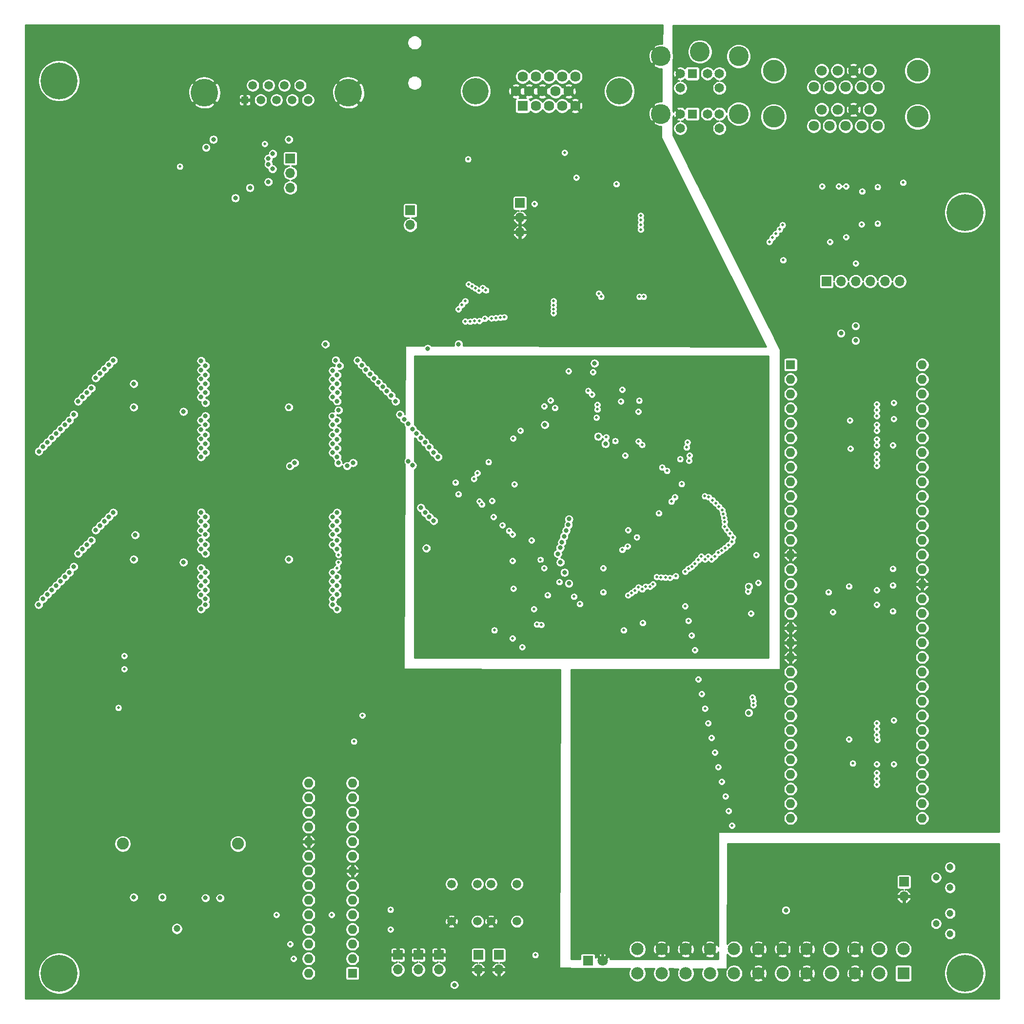
<source format=gbr>
%TF.GenerationSoftware,KiCad,Pcbnew,(5.1.6)-1*%
%TF.CreationDate,2022-11-13T07:46:45-05:00*%
%TF.ProjectId,MigStorm-ITX,4d696753-746f-4726-9d2d-4954582e6b69,rev?*%
%TF.SameCoordinates,Original*%
%TF.FileFunction,Copper,L2,Inr*%
%TF.FilePolarity,Positive*%
%FSLAX46Y46*%
G04 Gerber Fmt 4.6, Leading zero omitted, Abs format (unit mm)*
G04 Created by KiCad (PCBNEW (5.1.6)-1) date 2022-11-13 07:46:45*
%MOMM*%
%LPD*%
G01*
G04 APERTURE LIST*
%TA.AperFunction,ViaPad*%
%ADD10C,6.400000*%
%TD*%
%TA.AperFunction,ViaPad*%
%ADD11C,0.800000*%
%TD*%
%TA.AperFunction,ViaPad*%
%ADD12R,1.800000X1.800000*%
%TD*%
%TA.AperFunction,ViaPad*%
%ADD13C,1.800000*%
%TD*%
%TA.AperFunction,ViaPad*%
%ADD14R,1.700000X1.700000*%
%TD*%
%TA.AperFunction,ViaPad*%
%ADD15O,1.700000X1.700000*%
%TD*%
%TA.AperFunction,ViaPad*%
%ADD16R,2.150000X2.150000*%
%TD*%
%TA.AperFunction,ViaPad*%
%ADD17C,2.150000*%
%TD*%
%TA.AperFunction,ViaPad*%
%ADD18R,1.650000X1.650000*%
%TD*%
%TA.AperFunction,ViaPad*%
%ADD19C,1.650000*%
%TD*%
%TA.AperFunction,ViaPad*%
%ADD20C,3.450000*%
%TD*%
%TA.AperFunction,ViaPad*%
%ADD21C,2.085000*%
%TD*%
%TA.AperFunction,ViaPad*%
%ADD22C,3.810000*%
%TD*%
%TA.AperFunction,ViaPad*%
%ADD23R,1.200000X1.200000*%
%TD*%
%TA.AperFunction,ViaPad*%
%ADD24C,1.500000*%
%TD*%
%TA.AperFunction,ViaPad*%
%ADD25C,4.800000*%
%TD*%
%TA.AperFunction,ViaPad*%
%ADD26R,1.785000X1.785000*%
%TD*%
%TA.AperFunction,ViaPad*%
%ADD27C,1.785000*%
%TD*%
%TA.AperFunction,ViaPad*%
%ADD28C,4.575000*%
%TD*%
%TA.AperFunction,ViaPad*%
%ADD29R,1.600000X1.600000*%
%TD*%
%TA.AperFunction,ViaPad*%
%ADD30O,1.600000X1.600000*%
%TD*%
%TA.AperFunction,ViaPad*%
%ADD31C,0.500000*%
%TD*%
%TA.AperFunction,ViaPad*%
%ADD32C,1.200000*%
%TD*%
%TA.AperFunction,Conductor*%
%ADD33C,0.250000*%
%TD*%
%TA.AperFunction,Conductor*%
%ADD34C,0.500000*%
%TD*%
%TA.AperFunction,Conductor*%
%ADD35C,0.254000*%
%TD*%
G04 APERTURE END LIST*
D10*
%TO.N,N/C*%
%TO.C,REF\u002A\u002A*%
X133604000Y-67030600D03*
D11*
X136004000Y-67030600D03*
X135301056Y-68727656D03*
X133604000Y-69430600D03*
X131906944Y-68727656D03*
X131204000Y-67030600D03*
X131906944Y-65333544D03*
X133604000Y-64630600D03*
X135301056Y-65333544D03*
%TD*%
D10*
%TO.N,N/C*%
%TO.C,REF\u002A\u002A*%
X290880800Y-89890600D03*
D11*
X293280800Y-89890600D03*
X292577856Y-91587656D03*
X290880800Y-92290600D03*
X289183744Y-91587656D03*
X288480800Y-89890600D03*
X289183744Y-88193544D03*
X290880800Y-87490600D03*
X292577856Y-88193544D03*
%TD*%
D10*
%TO.N,N/C*%
%TO.C,REF\u002A\u002A*%
X290880800Y-221970600D03*
D11*
X293280800Y-221970600D03*
X292577856Y-223667656D03*
X290880800Y-224370600D03*
X289183744Y-223667656D03*
X288480800Y-221970600D03*
X289183744Y-220273544D03*
X290880800Y-219570600D03*
X292577856Y-220273544D03*
%TD*%
%TO.N,N/C*%
%TO.C,REF\u002A\u002A*%
X135301056Y-220298944D03*
X133604000Y-219596000D03*
X131906944Y-220298944D03*
X131204000Y-221996000D03*
X131906944Y-223693056D03*
X133604000Y-224396000D03*
X135301056Y-223693056D03*
X136004000Y-221996000D03*
D10*
X133604000Y-221996000D03*
%TD*%
D12*
%TO.N,Net-(D1-Pad1)*%
%TO.C,D1*%
X225425000Y-219837000D03*
D13*
%TO.N,5VDC*%
X227965000Y-219837000D03*
%TD*%
D14*
%TO.N,Net-(J1-Pad1)*%
%TO.C,J1*%
X266827000Y-101854000D03*
D15*
%TO.N,Net-(J1-Pad2)*%
X269367000Y-101854000D03*
%TO.N,Net-(J1-Pad3)*%
X271907000Y-101854000D03*
%TO.N,Net-(J1-Pad4)*%
X274447000Y-101854000D03*
%TO.N,GND*%
X276987000Y-101854000D03*
%TO.N,3.3V*%
X279527000Y-101854000D03*
%TD*%
D16*
%TO.N,3.3V*%
%TO.C,J2*%
X280207000Y-222005000D03*
D17*
X276007000Y-222005000D03*
%TO.N,GND*%
X271807000Y-222005000D03*
%TO.N,5VDC*%
X267607000Y-222005000D03*
%TO.N,GND*%
X263407000Y-222005000D03*
%TO.N,5VDC*%
X259207000Y-222005000D03*
%TO.N,GND*%
X255007000Y-222005000D03*
%TO.N,PWROK*%
X250807000Y-222005000D03*
%TO.N,5VSB*%
X246607000Y-222005000D03*
%TO.N,12VDC*%
X242407000Y-222005000D03*
X238207000Y-222005000D03*
%TO.N,3.3V*%
X234007000Y-222005000D03*
X280207000Y-217805000D03*
%TO.N,-12V*%
X276007000Y-217805000D03*
%TO.N,GND*%
X271807000Y-217805000D03*
%TO.N,PS_ON*%
X267607000Y-217805000D03*
%TO.N,GND*%
X263407000Y-217805000D03*
X259207000Y-217805000D03*
X255007000Y-217805000D03*
%TO.N,-5V*%
X250807000Y-217805000D03*
%TO.N,5VDC*%
X246607000Y-217805000D03*
X242407000Y-217805000D03*
X238207000Y-217805000D03*
%TO.N,GND*%
X234007000Y-217805000D03*
%TD*%
D14*
%TO.N,GND*%
%TO.C,J3*%
X199517000Y-218821000D03*
D15*
%TO.N,Net-(IC8-Pad1)*%
X199517000Y-221361000D03*
%TD*%
D14*
%TO.N,GND*%
%TO.C,J4*%
X195961000Y-218821000D03*
D15*
%TO.N,Net-(J4-Pad2)*%
X195961000Y-221361000D03*
%TD*%
D14*
%TO.N,15KHZ*%
%TO.C,J5*%
X213614000Y-88265000D03*
D15*
%TO.N,GND*%
X213614000Y-90805000D03*
X213614000Y-93345000D03*
%TD*%
%TO.N,Net-(J6-Pad2)*%
%TO.C,J6*%
X192405000Y-221361000D03*
D14*
%TO.N,GND*%
X192405000Y-218821000D03*
%TD*%
D18*
%TO.N,Net-(J7-PadA1)*%
%TO.C,J7*%
X243556000Y-65776000D03*
D19*
X246156000Y-65776000D03*
%TO.N,5VDC*%
X241456000Y-65776000D03*
%TO.N,GND*%
X248256000Y-65776000D03*
%TO.N,Net-(J7-PadA6)*%
X241456000Y-68276000D03*
X248256000Y-68276000D03*
D18*
%TO.N,Net-(J7-PadB1)*%
X243556000Y-72776000D03*
D19*
X246156000Y-72776000D03*
%TO.N,5VDC*%
X241456000Y-72776000D03*
%TO.N,GND*%
X248256000Y-72776000D03*
%TO.N,Net-(J7-PadB6)*%
X241456000Y-75276000D03*
X248256000Y-75276000D03*
D20*
%TO.N,GND*%
X251606000Y-62776000D03*
X244856000Y-61976000D03*
X238106000Y-62776000D03*
X251606000Y-72776000D03*
X238106000Y-72776000D03*
%TD*%
D14*
%TO.N,MCLR*%
%TO.C,J8*%
X209931000Y-218821000D03*
D15*
%TO.N,GND*%
X209931000Y-221361000D03*
%TD*%
%TO.N,GND*%
%TO.C,J9*%
X206375000Y-221361000D03*
D14*
%TO.N,BUTTON*%
X206375000Y-218821000D03*
%TD*%
D15*
%TO.N,TXD_MCU*%
%TO.C,J10*%
X173736000Y-85598000D03*
%TO.N,Net-(J10-Pad2)*%
X173736000Y-83058000D03*
D14*
%TO.N,TXD*%
X173736000Y-80518000D03*
%TD*%
D21*
%TO.N,Net-(J11-Pad15)*%
%TO.C,J11*%
X164656000Y-199503000D03*
%TO.N,Net-(J11-Pad16)*%
X144656000Y-199503000D03*
%TD*%
D15*
%TO.N,Net-(C46-Pad1)*%
%TO.C,J12*%
X194564000Y-92075000D03*
D14*
%TO.N,Net-(J12-Pad1)*%
X194564000Y-89535000D03*
%TD*%
D13*
%TO.N,Net-(J13-Pad9B)*%
%TO.C,J13*%
X266010000Y-72028000D03*
%TO.N,Net-(J13-Pad6B)*%
X274320000Y-72028000D03*
%TO.N,5VDC*%
X271550000Y-72028000D03*
%TO.N,GND*%
X268780000Y-72028000D03*
%TO.N,Net-(J13-Pad5B)*%
X264625000Y-74868000D03*
%TO.N,Net-(J13-Pad4B)*%
X267395000Y-74868000D03*
%TO.N,Net-(J13-Pad1B)*%
X275705000Y-74868000D03*
%TO.N,Net-(J13-Pad2B)*%
X272935000Y-74868000D03*
%TO.N,Net-(J13-Pad9A)*%
X266010000Y-65278000D03*
%TO.N,Net-(J13-Pad6A)*%
X274320000Y-65278000D03*
%TO.N,5VDC*%
X271550000Y-65278000D03*
%TO.N,GND*%
X268780000Y-65278000D03*
%TO.N,Net-(J13-Pad5A)*%
X264625000Y-68118000D03*
%TO.N,Net-(J13-Pad4A)*%
X267395000Y-68118000D03*
%TO.N,Net-(J13-Pad1A)*%
X275705000Y-68118000D03*
%TO.N,Net-(J13-Pad2A)*%
X272935000Y-68118000D03*
%TO.N,Net-(J13-Pad3B)*%
X270165000Y-74868000D03*
%TO.N,Net-(J13-Pad3A)*%
X270165000Y-68118000D03*
D22*
%TO.N,N/C*%
X257675000Y-73278000D03*
X257675000Y-65278000D03*
X282655000Y-65278000D03*
X282655000Y-73278000D03*
%TD*%
D23*
%TO.N,GND*%
%TO.C,J14*%
X165862000Y-70358000D03*
D24*
%TO.N,Net-(J14-Pad2)*%
X167232000Y-67818000D03*
%TO.N,Net-(J14-Pad3)*%
X168602000Y-70358000D03*
%TO.N,Net-(J14-Pad4)*%
X169972000Y-67818000D03*
%TO.N,Net-(J14-Pad5)*%
X171342000Y-70358000D03*
%TO.N,Net-(J14-Pad6)*%
X172712000Y-67818000D03*
%TO.N,Net-(J14-Pad7)*%
X174082000Y-70358000D03*
%TO.N,Net-(J14-Pad3)*%
X175452000Y-67818000D03*
%TO.N,Net-(J14-Pad9)*%
X176822000Y-70358000D03*
D25*
%TO.N,GND*%
X158847000Y-69088000D03*
X183837000Y-69088000D03*
%TD*%
D26*
%TO.N,Net-(D2-Pad3)*%
%TO.C,J16*%
X214066000Y-71374000D03*
D27*
%TO.N,Net-(D3-Pad3)*%
X216356000Y-71374000D03*
%TO.N,Net-(D4-Pad3)*%
X218646000Y-71374000D03*
%TO.N,Net-(J16-Pad4)*%
X220936000Y-71374000D03*
%TO.N,GND*%
X223226000Y-71374000D03*
X212921000Y-68834000D03*
X215211000Y-68834000D03*
X217501000Y-68834000D03*
%TO.N,Net-(J16-Pad9)*%
X219791000Y-68834000D03*
%TO.N,GND*%
X222081000Y-68834000D03*
%TO.N,Net-(J16-Pad11)*%
X214066000Y-66294000D03*
%TO.N,Net-(J16-Pad12)*%
X216356000Y-66294000D03*
%TO.N,Net-(D5-Pad3)*%
X218646000Y-66294000D03*
%TO.N,Net-(D6-Pad3)*%
X220936000Y-66294000D03*
%TO.N,Net-(J16-Pad15)*%
X223226000Y-66294000D03*
D28*
%TO.N,Net-(J16-PadMH1)*%
X205896000Y-68834000D03*
X230886000Y-68834000D03*
%TD*%
D24*
%TO.N,GND*%
%TO.C,S1*%
X208606000Y-212979000D03*
%TO.N,Net-(S1-Pad3)*%
X208606000Y-206479000D03*
%TO.N,MCLR*%
X213106000Y-212979000D03*
%TO.N,Net-(S1-Pad1)*%
X213106000Y-206479000D03*
%TD*%
%TO.N,Net-(S2-Pad1)*%
%TO.C,S2*%
X206248000Y-206479000D03*
%TO.N,BUTTON*%
X206248000Y-212979000D03*
%TO.N,Net-(S2-Pad3)*%
X201748000Y-206479000D03*
%TO.N,GND*%
X201748000Y-212979000D03*
%TD*%
D29*
%TO.N,MCLR*%
%TO.C,IC7*%
X184531000Y-221996000D03*
D30*
%TO.N,SPI_DOUT*%
X176911000Y-188976000D03*
%TO.N,MCC_CLKEN*%
X184531000Y-219456000D03*
%TO.N,SPI_DIN*%
X176911000Y-191516000D03*
%TO.N,FPGA_SEL0*%
X184531000Y-216916000D03*
%TO.N,TXD_MCU*%
X176911000Y-194056000D03*
%TO.N,Net-(IC7-Pad4)*%
X184531000Y-214376000D03*
%TO.N,RXD*%
X176911000Y-196596000D03*
%TO.N,Net-(IC7-Pad5)*%
X184531000Y-211836000D03*
%TO.N,GND*%
X176911000Y-199136000D03*
%TO.N,Net-(IC7-Pad6)*%
X184531000Y-209296000D03*
%TO.N,3.3V*%
X176911000Y-201676000D03*
%TO.N,Net-(IC7-Pad7)*%
X184531000Y-206756000D03*
%TO.N,Net-(IC7-Pad21)*%
X176911000Y-204216000D03*
%TO.N,GND*%
X184531000Y-204216000D03*
%TO.N,Net-(IC7-Pad22)*%
X176911000Y-206756000D03*
%TO.N,Net-(C33-Pad1)*%
X184531000Y-201676000D03*
%TO.N,Net-(IC7-Pad23)*%
X176911000Y-209296000D03*
%TO.N,Net-(C34-Pad2)*%
X184531000Y-199136000D03*
%TO.N,Net-(IC7-Pad24)*%
X176911000Y-211836000D03*
%TO.N,MCC_SEL*%
X184531000Y-196596000D03*
%TO.N,DISKLED*%
X176911000Y-214376000D03*
%TO.N,Net-(IC7-Pad12)*%
X184531000Y-194056000D03*
%TO.N,FPGA_SEL1*%
X176911000Y-216916000D03*
%TO.N,Net-(IC7-Pad13)*%
X184531000Y-191516000D03*
%TO.N,FPGA_SEL2*%
X176911000Y-219456000D03*
%TO.N,SPI_CLK*%
X184531000Y-188976000D03*
%TO.N,Net-(IC7-Pad28)*%
X176911000Y-221996000D03*
%TD*%
D14*
%TO.N,PS_ON*%
%TO.C,J17*%
X280289000Y-206121000D03*
D15*
%TO.N,GND*%
X280289000Y-208661000D03*
%TD*%
D29*
%TO.N,D4*%
%TO.C,U2*%
X260604000Y-116332000D03*
D30*
%TO.N,A5*%
X283464000Y-195072000D03*
%TO.N,D3*%
X260604000Y-118872000D03*
%TO.N,A6*%
X283464000Y-192532000D03*
%TO.N,D2*%
X260604000Y-121412000D03*
%TO.N,A7*%
X283464000Y-189992000D03*
%TO.N,D1*%
X260604000Y-123952000D03*
%TO.N,A8*%
X283464000Y-187452000D03*
%TO.N,D0*%
X260604000Y-126492000D03*
%TO.N,A9*%
X283464000Y-184912000D03*
%TO.N,AS*%
X260604000Y-129032000D03*
%TO.N,A10*%
X283464000Y-182372000D03*
%TO.N,UDS*%
X260604000Y-131572000D03*
%TO.N,A11*%
X283464000Y-179832000D03*
%TO.N,LDS*%
X260604000Y-134112000D03*
%TO.N,A12*%
X283464000Y-177292000D03*
%TO.N,RW*%
X260604000Y-136652000D03*
%TO.N,A13*%
X283464000Y-174752000D03*
%TO.N,DTACK*%
X260604000Y-139192000D03*
%TO.N,A14*%
X283464000Y-172212000D03*
%TO.N,BG*%
X260604000Y-141732000D03*
%TO.N,A15*%
X283464000Y-169672000D03*
%TO.N,BGACK*%
X260604000Y-144272000D03*
%TO.N,A16*%
X283464000Y-167132000D03*
%TO.N,BR*%
X260604000Y-146812000D03*
%TO.N,A17*%
X283464000Y-164592000D03*
%TO.N,5VDC*%
X260604000Y-149352000D03*
%TO.N,A18*%
X283464000Y-162052000D03*
%TO.N,CLK*%
X260604000Y-151892000D03*
%TO.N,A19*%
X283464000Y-159512000D03*
%TO.N,GND*%
X260604000Y-154432000D03*
%TO.N,A20*%
X283464000Y-156972000D03*
%TO.N,Net-(R1-Pad1)*%
X260604000Y-156972000D03*
%TO.N,5VDC*%
X283464000Y-154432000D03*
%TO.N,Net-(R2-Pad1)*%
X260604000Y-159512000D03*
%TO.N,A21*%
X283464000Y-151892000D03*
%TO.N,5VDC*%
X260604000Y-162052000D03*
%TO.N,A22*%
X283464000Y-149352000D03*
%TO.N,5VDC*%
X260604000Y-164592000D03*
%TO.N,A23*%
X283464000Y-146812000D03*
%TO.N,5VDC*%
X260604000Y-167132000D03*
%TO.N,GND*%
X283464000Y-144272000D03*
%TO.N,BERR*%
X260604000Y-169672000D03*
%TO.N,D15*%
X283464000Y-141732000D03*
%TO.N,IPL2*%
X260604000Y-172212000D03*
%TO.N,D14*%
X283464000Y-139192000D03*
%TO.N,IPL1*%
X260604000Y-174752000D03*
%TO.N,D13*%
X283464000Y-136652000D03*
%TO.N,IPL0*%
X260604000Y-177292000D03*
%TO.N,D12*%
X283464000Y-134112000D03*
%TO.N,FC2*%
X260604000Y-179832000D03*
%TO.N,D11*%
X283464000Y-131572000D03*
%TO.N,FC1*%
X260604000Y-182372000D03*
%TO.N,D10*%
X283464000Y-129032000D03*
%TO.N,FC0*%
X260604000Y-184912000D03*
%TO.N,D9*%
X283464000Y-126492000D03*
%TO.N,A1*%
X260604000Y-187452000D03*
%TO.N,D8*%
X283464000Y-123952000D03*
%TO.N,A2*%
X260604000Y-189992000D03*
%TO.N,D7*%
X283464000Y-121412000D03*
%TO.N,A3*%
X260604000Y-192532000D03*
%TO.N,D6*%
X283464000Y-118872000D03*
%TO.N,A4*%
X260604000Y-195072000D03*
%TO.N,D5*%
X283464000Y-116332000D03*
%TD*%
D31*
%TO.N,GND*%
X151257000Y-80518000D03*
X239903000Y-140081000D03*
X237744000Y-142113000D03*
X241681000Y-137033000D03*
X241427000Y-132715000D03*
X238296586Y-134156586D03*
X231902000Y-132080000D03*
X231394000Y-120650000D03*
X225476173Y-120852827D03*
X226314000Y-117602000D03*
X222047175Y-117423828D03*
X218922413Y-122529413D03*
X217832451Y-123543549D03*
X213711043Y-127762000D03*
X212445413Y-129133413D03*
X208153000Y-133223000D03*
X206248000Y-135128000D03*
X206589999Y-140028998D03*
X208788000Y-139954000D03*
X202946000Y-138811000D03*
X209042000Y-142748000D03*
X212344000Y-145796000D03*
X212344000Y-150368000D03*
X217805000Y-151638000D03*
X218440000Y-156337000D03*
X224028000Y-157861000D03*
X228092000Y-155829000D03*
X228092000Y-151638000D03*
X232309646Y-147852528D03*
X233896087Y-146266087D03*
X232410000Y-145034000D03*
X143891000Y-124333000D03*
X157861000Y-123571000D03*
X157988000Y-149987000D03*
X143764000Y-150749000D03*
X170688000Y-150749000D03*
X184785000Y-149606000D03*
X170688000Y-124333000D03*
X184785000Y-123571000D03*
X234950000Y-161163000D03*
X293370000Y-211709000D03*
X293370000Y-215011000D03*
X157861000Y-78613000D03*
X149098000Y-213741000D03*
X156464000Y-213868000D03*
X270764000Y-181356000D03*
X275689166Y-181431528D03*
X278511000Y-185674000D03*
X278511000Y-178054000D03*
X271399000Y-185547000D03*
X267970000Y-159258000D03*
X270764000Y-154813000D03*
X278384000Y-151765000D03*
X278384000Y-154647000D03*
X278384000Y-159131000D03*
X270891000Y-125984000D03*
X271018000Y-130877000D03*
X278511000Y-122936000D03*
X278511000Y-125730000D03*
X278384000Y-130302000D03*
X177800000Y-123952000D03*
X177673000Y-150368000D03*
X215646000Y-146812000D03*
X234188000Y-124460000D03*
X181991000Y-138938000D03*
X162941000Y-163068000D03*
X190373000Y-156718000D03*
X254635000Y-149352000D03*
X202438000Y-136779000D03*
X181864000Y-193802000D03*
D32*
%TO.N,5VDC*%
X226314000Y-196723000D03*
X229362000Y-198755000D03*
X226314000Y-200660000D03*
X223266000Y-198755000D03*
X226314000Y-208407000D03*
X226314000Y-212217000D03*
X223266000Y-209768000D03*
X229489000Y-209768000D03*
X237617000Y-171069000D03*
X231140000Y-171069000D03*
D31*
X270891000Y-184912000D03*
X271526000Y-158877000D03*
X271018000Y-129540000D03*
D11*
%TO.N,3.3V*%
X146558000Y-123698000D03*
X155194000Y-124460000D03*
X173482000Y-123698000D03*
X182118000Y-124206000D03*
X173482000Y-150114000D03*
X146558000Y-150114000D03*
X155194000Y-150622000D03*
D31*
X205613000Y-136144000D03*
X207010000Y-140589000D03*
X211709000Y-145161000D03*
X223012000Y-156591000D03*
X220472000Y-154051000D03*
X231394000Y-148463000D03*
X239141000Y-134747000D03*
X240538000Y-139319000D03*
X226111173Y-121487827D03*
X234315000Y-122555000D03*
X234213587Y-129641413D03*
D32*
X154051000Y-214249000D03*
D31*
X143891000Y-175895000D03*
X154559000Y-81915000D03*
X204597000Y-80645000D03*
X216154000Y-88392000D03*
X223393000Y-83820000D03*
X221361000Y-79502000D03*
X230378000Y-84963000D03*
D32*
X288290000Y-215138000D03*
X288290000Y-211582000D03*
X285877000Y-213360000D03*
X288290000Y-207137000D03*
X288290000Y-203581000D03*
X285877000Y-205359000D03*
D31*
X191135000Y-210947000D03*
X191135000Y-214376000D03*
X171323000Y-211836000D03*
X216281000Y-218821000D03*
X182118000Y-150622000D03*
%TO.N,+2V5*%
X205232000Y-138811000D03*
X217297000Y-150876000D03*
X236601000Y-143129000D03*
X232537000Y-128778000D03*
X228560223Y-124801223D03*
X228854000Y-150368000D03*
X210439000Y-143510000D03*
X209550000Y-132334000D03*
X217043000Y-124841000D03*
X239395000Y-161036000D03*
%TO.N,+1V2*%
X210577766Y-144197893D03*
X217188307Y-150171520D03*
X234820180Y-130248006D03*
X231157209Y-122699209D03*
X231648000Y-162433000D03*
X216027000Y-158750000D03*
X212471000Y-155194000D03*
D11*
%TO.N,5VSB*%
X259791200Y-211048600D03*
D31*
%TO.N,Net-(IC1-Pad10)*%
X144907000Y-169164000D03*
X144907000Y-166878000D03*
%TO.N,CPU_D5*%
X245716808Y-139153233D03*
X232388127Y-156351582D03*
%TO.N,CPU_D6*%
X246395942Y-139322882D03*
X232970564Y-155963291D03*
%TO.N,CPU_D7*%
X247015000Y-139835471D03*
X233553000Y-155575000D03*
%TO.N,CPU_D8*%
X247608788Y-140410471D03*
X234200400Y-154972873D03*
%TO.N,CPU_D9*%
X248183789Y-140985471D03*
X234823000Y-155321000D03*
%TO.N,CPU_D10*%
X248758789Y-141560471D03*
X235434646Y-154828245D03*
%TO.N,CPU_D11*%
X248895706Y-142246952D03*
X236167998Y-154852001D03*
%TO.N,CPU_D12*%
X249034552Y-142933046D03*
X236728000Y-154432000D03*
%TO.N,CPU_D13*%
X249158913Y-143621913D03*
X237351136Y-153173864D03*
%TO.N,CPU_D14*%
X249134999Y-144459000D03*
X238103834Y-153219454D03*
%TO.N,CPU_DTACK*%
X275590000Y-133858000D03*
D11*
X222123000Y-154305000D03*
D31*
%TO.N,CPU_RW*%
X275590000Y-132842000D03*
D11*
X221361000Y-152400000D03*
D31*
%TO.N,CPU_LDS*%
X275590000Y-131826000D03*
D11*
X220636000Y-150621998D03*
D31*
%TO.N,CPU_UDS*%
X275590000Y-130302000D03*
D11*
X220190223Y-149151650D03*
D31*
%TO.N,CPU_AS*%
X275590000Y-129286000D03*
D11*
X220611231Y-148094231D03*
D31*
%TO.N,CPU_D0*%
X275590000Y-127762000D03*
D11*
X220903157Y-147133537D03*
D31*
%TO.N,CPU_D1*%
X275590000Y-126746000D03*
D11*
X221265017Y-146136678D03*
D31*
%TO.N,CPU_D2*%
X275589997Y-125222003D03*
D11*
X221639631Y-145125653D03*
D31*
%TO.N,CPU_D3*%
X275590000Y-124206000D03*
D11*
X222006694Y-144122180D03*
D31*
%TO.N,CPU_D4*%
X275590000Y-123190000D03*
D11*
X222139774Y-143131073D03*
D31*
%TO.N,CPU_CLK*%
X275590000Y-155448000D03*
D11*
X253339020Y-154851997D03*
D31*
%TO.N,CPU_RESET*%
X275590000Y-157988000D03*
D11*
X253339020Y-176747000D03*
D31*
%TO.N,CPU_A15*%
X244581002Y-170942000D03*
X244581002Y-150241000D03*
%TO.N,CPU_A16*%
X244006002Y-165862000D03*
X243967000Y-150876000D03*
%TO.N,CPU_A17*%
X243431002Y-163322000D03*
X243456397Y-151401008D03*
%TO.N,CPU_A18*%
X242856002Y-160782000D03*
X242856012Y-151760945D03*
%TO.N,CPU_A19*%
X242281002Y-158242000D03*
X242281002Y-152259976D03*
%TO.N,RESET*%
X253238000Y-155702000D03*
X253746000Y-159512000D03*
%TO.N,CPU_A21*%
X267208000Y-155829000D03*
X255016000Y-154178000D03*
%TO.N,CPU_A22*%
X250571000Y-146304000D03*
X240665000Y-153035000D03*
%TO.N,CPU_A23*%
X250063000Y-145669000D03*
X239635966Y-153302034D03*
%TO.N,CPU_D15*%
X249555000Y-145034000D03*
X238883743Y-153292257D03*
%TO.N,CPU_A14*%
X245156002Y-173482000D03*
X245103491Y-149612509D03*
%TO.N,CPU_A13*%
X245731002Y-176022000D03*
X245731002Y-150114000D03*
%TO.N,CPU_A12*%
X246306002Y-178562000D03*
X246306012Y-149597233D03*
%TO.N,CPU_A11*%
X246881002Y-181102000D03*
X246881002Y-150114000D03*
%TO.N,CPU_A10*%
X247456002Y-183642000D03*
X247456024Y-149606000D03*
%TO.N,CPU_A9*%
X248031002Y-186182000D03*
X248031006Y-148971006D03*
%TO.N,CPU_A8*%
X248666000Y-188722000D03*
X248666000Y-148590000D03*
%TO.N,CPU_A7*%
X249294000Y-191262000D03*
X249241010Y-148129609D03*
%TO.N,CPU_A6*%
X249869000Y-193802000D03*
X249834623Y-147622382D03*
%TO.N,CPU_A5*%
X250444000Y-196342000D03*
X250444000Y-147066000D03*
%TO.N,CPU_A4*%
X275590000Y-189230000D03*
X242976595Y-132994595D03*
%TO.N,CPU_A3*%
X275590000Y-188214000D03*
X243078004Y-132080000D03*
%TO.N,CPU_A2*%
X275590000Y-187198000D03*
X242570000Y-130683000D03*
%TO.N,CPU_A1*%
X275590000Y-185674000D03*
X242697000Y-129794000D03*
%TO.N,CPU_IPL0*%
X275590000Y-180594000D03*
X254127000Y-175447000D03*
%TO.N,CPU_IPL1*%
X275590000Y-179578000D03*
X254127000Y-174746997D03*
%TO.N,CPU_IPL2*%
X275590000Y-178562000D03*
X254000000Y-174057000D03*
%TO.N,Net-(IC7-Pad5)*%
X186245500Y-177228500D03*
%TO.N,SPI_CLK*%
X184785000Y-181737000D03*
%TO.N,SPI_DOUT*%
X212635913Y-137070913D03*
D11*
%TO.N,RXD*%
X169926000Y-84582000D03*
X228473000Y-130048000D03*
D31*
%TO.N,Net-(IC7-Pad24)*%
X180915000Y-211836000D03*
%TO.N,FPGA_SEL1*%
X173729000Y-216916000D03*
%TO.N,FPGA_SEL2*%
X174304000Y-219456000D03*
%TO.N,Net-(J4-Pad2)*%
X209169000Y-162433000D03*
%TO.N,15KHZ*%
X226911089Y-125513911D03*
%TO.N,TXD*%
X230154712Y-129570708D03*
D11*
%TO.N,Net-(J11-Pad1)*%
X161544000Y-208915000D03*
%TO.N,Net-(J11-Pad2)*%
X159004000Y-208915000D03*
%TO.N,Net-(J11-Pad5)*%
X151511000Y-208788000D03*
%TO.N,Net-(J11-Pad7)*%
X146558000Y-208788000D03*
D31*
%TO.N,Net-(J13-Pad1B)*%
X275717000Y-85471000D03*
%TO.N,Net-(J13-Pad2B)*%
X273050000Y-86233000D03*
%TO.N,Net-(J13-Pad3B)*%
X270256000Y-85344000D03*
D11*
%TO.N,Net-(J14-Pad4)*%
X169926000Y-80518000D03*
X166751000Y-85598000D03*
%TO.N,Net-(J14-Pad5)*%
X170697000Y-79685949D03*
X159131000Y-78613000D03*
%TO.N,Net-(J14-Pad6)*%
X169938651Y-81530654D03*
X164211000Y-87376000D03*
%TO.N,Net-(J14-Pad7)*%
X173482000Y-77216000D03*
X160401000Y-77216000D03*
%TO.N,TDI*%
X226568000Y-116078000D03*
X269367000Y-110871000D03*
%TO.N,TDO*%
X271907000Y-112141000D03*
X271907000Y-109601000D03*
D31*
%TO.N,PROG_B*%
X219710000Y-123825000D03*
%TO.N,CCLK*%
X217322151Y-161495138D03*
X213995008Y-165354000D03*
%TO.N,KBDDAT*%
X234569000Y-90424000D03*
X219465010Y-105283000D03*
X204130319Y-105283000D03*
X205740000Y-108712000D03*
%TO.N,KBDCLK*%
X234625585Y-91180588D03*
X219465010Y-105983003D03*
X203555319Y-105918000D03*
X204978000Y-108839000D03*
%TO.N,MSDAT*%
X234569000Y-92075000D03*
X219465010Y-106683006D03*
X202946000Y-106680000D03*
X204126913Y-108801087D03*
%TO.N,DONE*%
X216544010Y-161417000D03*
X212344000Y-163830000D03*
%TO.N,MSCLK*%
X234594587Y-92862587D03*
X219465010Y-107383009D03*
%TO.N,JOYA4*%
X271907000Y-98739000D03*
X280162000Y-84709000D03*
%TO.N,JOYB4*%
X258699000Y-92837000D03*
X268986000Y-85344000D03*
%TO.N,JOYB5*%
X259207000Y-92075000D03*
X266065000Y-85344000D03*
%TO.N,AUDIOL*%
X234382000Y-104521000D03*
X227701990Y-104521000D03*
%TO.N,AUDIOR*%
X227304852Y-103944559D03*
X235082003Y-104521000D03*
%TO.N,JOYB3*%
X259334000Y-98171000D03*
X275717000Y-91821000D03*
%TO.N,JOYB2*%
X258064000Y-93599000D03*
X272923000Y-91948000D03*
%TO.N,JOYB1*%
X257489000Y-94234000D03*
X270256000Y-94174000D03*
%TO.N,JOYB0*%
X256913999Y-94988999D03*
X267462000Y-94996000D03*
%TO.N,RED0*%
X209423000Y-108204000D03*
X206502000Y-103437990D03*
%TO.N,RED1*%
X208666405Y-108260592D03*
X205905433Y-103071759D03*
%TO.N,RED2*%
X207518000Y-108331006D03*
X205305620Y-102710870D03*
%TO.N,RED3*%
X204705319Y-102350795D03*
X206566983Y-108705664D03*
%TO.N,GREEN2*%
X207712000Y-103417001D03*
X210894525Y-108070664D03*
%TO.N,GREEN3*%
X207137000Y-102997000D03*
X210197039Y-108129964D03*
%TO.N,HSYNC*%
X227076000Y-124079000D03*
%TO.N,VSYNC*%
X227065529Y-123255356D03*
D11*
%TO.N,RAM_SEL2*%
X184658000Y-133350000D03*
X146812000Y-145893000D03*
%TO.N,RAM_SEL3*%
X217932000Y-126746000D03*
X197358000Y-148183022D03*
%TO.N,RAM_SEL1*%
X202972527Y-112749473D03*
X179832000Y-112761053D03*
%TO.N,RAM_A5*%
X143002000Y-141986000D03*
X143002000Y-115570000D03*
%TO.N,RAM_A4*%
X142240000Y-142748000D03*
X142240000Y-116332000D03*
%TO.N,RAM_A3*%
X141478000Y-143510000D03*
X141478000Y-117094000D03*
%TO.N,RAM_A2*%
X140716000Y-117856000D03*
X140716000Y-144272000D03*
%TO.N,RAM_A1*%
X139954000Y-145034000D03*
X139954000Y-118618000D03*
%TO.N,RAM_SEL0*%
X197616653Y-113533347D03*
X146558000Y-119627000D03*
%TO.N,RAM_D0*%
X139192000Y-146812000D03*
X139192000Y-120396000D03*
%TO.N,RAM_D1*%
X138430000Y-121158000D03*
X138430000Y-147574000D03*
%TO.N,RAM_D2*%
X137668000Y-121920000D03*
X137668000Y-148336000D03*
%TO.N,RAM_D3*%
X136906000Y-149098000D03*
X136906000Y-122682000D03*
%TO.N,RAM_A6*%
X181864000Y-141986000D03*
X158260000Y-141968000D03*
X158242000Y-115627000D03*
X185420000Y-115570000D03*
X181628022Y-115552000D03*
%TO.N,RAM_A7*%
X159004000Y-142748000D03*
X181102000Y-142748000D03*
X159007251Y-116502000D03*
X186145000Y-116402051D03*
X182290113Y-116510124D03*
%TO.N,RAM_A8*%
X158242000Y-143510000D03*
X181864000Y-143510000D03*
X158242000Y-117227000D03*
X181102000Y-117348000D03*
X186870000Y-117187639D03*
%TO.N,RAM_OE*%
X159004000Y-144272000D03*
X181102000Y-144272000D03*
X159004000Y-118102000D03*
X181864000Y-118110000D03*
X187595000Y-117941789D03*
%TO.N,RAM_UB*%
X158242000Y-145093000D03*
X181864000Y-145034000D03*
X158242000Y-118827000D03*
X181102000Y-118872000D03*
X188320000Y-118679412D03*
%TO.N,RAM_LB*%
X159004000Y-145818000D03*
X181102000Y-145818000D03*
X159004000Y-119634000D03*
X181864000Y-119634000D03*
X189045000Y-119409367D03*
%TO.N,RAM_D15*%
X158242000Y-146812000D03*
X181864000Y-146812000D03*
X158242000Y-120396000D03*
X181102000Y-120396000D03*
X189770000Y-120142000D03*
%TO.N,RAM_D14*%
X159004000Y-147574000D03*
X181102000Y-147574000D03*
X159004000Y-121158000D03*
X181934051Y-121195000D03*
X190500000Y-120904000D03*
%TO.N,RAM_D13*%
X158242000Y-148336000D03*
X181864000Y-148336000D03*
X158242000Y-121920000D03*
X181102000Y-121920000D03*
X191262000Y-121666000D03*
%TO.N,RAM_D12*%
X159004000Y-149098000D03*
X159004000Y-122936000D03*
X181864004Y-122682000D03*
X192024000Y-122682000D03*
D31*
X182118000Y-149352000D03*
D11*
%TO.N,RAM_D11*%
X158242000Y-151638000D03*
X159004000Y-125222000D03*
X181031949Y-125259000D03*
X192786000Y-124968000D03*
D31*
X181864000Y-151638000D03*
D11*
%TO.N,RAM_D10*%
X159004000Y-152400000D03*
X181102000Y-152400000D03*
X158242000Y-125984000D03*
X181864000Y-125984000D03*
X193511000Y-125800051D03*
%TO.N,RAM_D9*%
X158242000Y-153162000D03*
X181864000Y-153162000D03*
X159004000Y-126746000D03*
X181102000Y-126746000D03*
X194236000Y-126585639D03*
X194236000Y-133077000D03*
%TO.N,RAM_D8*%
X159004000Y-153924000D03*
X181102000Y-153924000D03*
X158242000Y-127627000D03*
X181864000Y-127762000D03*
X194961000Y-127508000D03*
X194961000Y-133802000D03*
%TO.N,RAM_A9*%
X159004000Y-155448000D03*
X181102000Y-155448000D03*
X158242000Y-129227000D03*
X181864000Y-129286000D03*
X196411000Y-129035930D03*
X196411000Y-141155000D03*
%TO.N,RAM_A10*%
X158242000Y-156293000D03*
X181864000Y-156210000D03*
X159004000Y-130048000D03*
X181102000Y-130048000D03*
X197136000Y-129794000D03*
X197136000Y-142006067D03*
%TO.N,RAM_A11*%
X159004000Y-157018000D03*
X181102000Y-157018000D03*
X158242000Y-130810000D03*
X181864000Y-130847000D03*
X197861000Y-130642125D03*
X197861000Y-142748000D03*
%TO.N,RAM_A12*%
X159004000Y-158018003D03*
X181102000Y-158018003D03*
X159004000Y-131572000D03*
X181102000Y-131572000D03*
X198628000Y-131572000D03*
X198628000Y-143420280D03*
%TO.N,RAM_A13*%
X183601557Y-133898443D03*
X173665949Y-133904701D03*
%TO.N,RAM_A14*%
X130085000Y-131388051D03*
X130048000Y-157988000D03*
X174498000Y-133350000D03*
X182072904Y-133386990D03*
%TO.N,RAM_D4*%
X136144000Y-151384000D03*
X136144000Y-124968000D03*
%TO.N,RAM_D5*%
X135382000Y-125984000D03*
X135382000Y-152400000D03*
%TO.N,RAM_D6*%
X134620000Y-126746000D03*
X134620000Y-153162000D03*
%TO.N,RAM_D7*%
X133858000Y-153924000D03*
X133858000Y-127508000D03*
%TO.N,RAM_WE*%
X133096000Y-128270000D03*
X133096000Y-154686000D03*
%TO.N,RAM_A19*%
X158242000Y-154693000D03*
X181864000Y-154686000D03*
X159004000Y-128502000D03*
X181102000Y-128502000D03*
X195686000Y-128284178D03*
%TO.N,RAM_A18*%
X158242000Y-158750000D03*
X181864000Y-158750000D03*
X158242000Y-132334000D03*
X181864000Y-132334000D03*
X199390000Y-132334000D03*
%TO.N,RAM_A17*%
X132334000Y-155448000D03*
X132334000Y-129032000D03*
%TO.N,RAM_A16*%
X131572000Y-129794000D03*
X131572000Y-156210000D03*
%TO.N,RAM_A15*%
X130810000Y-156972000D03*
X130810000Y-130556000D03*
D31*
%TO.N,RTS*%
X169291000Y-77978000D03*
X228593024Y-128905000D03*
D11*
%TO.N,CTS*%
X170663651Y-82333000D03*
X227203002Y-128778000D03*
%TO.N,Net-(IC8-Pad1)*%
X202234800Y-224002600D03*
%TD*%
D33*
%TO.N,GND*%
X177042001Y-150998999D02*
X177673000Y-150368000D01*
X170937999Y-150998999D02*
X177042001Y-150998999D01*
X170688000Y-150749000D02*
X170937999Y-150998999D01*
X177328999Y-124423001D02*
X177800000Y-123952000D01*
X170778001Y-124423001D02*
X177328999Y-124423001D01*
X170688000Y-124333000D02*
X170778001Y-124423001D01*
X184344001Y-150046999D02*
X184785000Y-149606000D01*
X177994001Y-150046999D02*
X184344001Y-150046999D01*
X177673000Y-150368000D02*
X177994001Y-150046999D01*
X184694999Y-123480999D02*
X184785000Y-123571000D01*
X178271001Y-123480999D02*
X184694999Y-123480999D01*
X177800000Y-123952000D02*
X178271001Y-123480999D01*
D34*
%TO.N,5VDC*%
X227965000Y-213868000D02*
X226314000Y-212217000D01*
X227965000Y-219837000D02*
X227965000Y-213868000D01*
%TD*%
D35*
%TO.N,5VDC*%
G36*
X296799000Y-197485000D02*
G01*
X248158000Y-197485000D01*
X248133224Y-197487440D01*
X248109399Y-197494667D01*
X248087443Y-197506403D01*
X248068197Y-197522197D01*
X248052403Y-197541443D01*
X248040667Y-197563399D01*
X248033440Y-197587224D01*
X248031000Y-197612000D01*
X248031000Y-217322792D01*
X247953770Y-217123753D01*
X247921662Y-217063681D01*
X247713486Y-216943173D01*
X246851659Y-217805000D01*
X247713486Y-218666827D01*
X247921662Y-218546319D01*
X248031000Y-218298334D01*
X248031000Y-219583000D01*
X229267473Y-219583000D01*
X229243809Y-219459300D01*
X229145552Y-219217074D01*
X229136329Y-219199819D01*
X228946047Y-219100612D01*
X228463659Y-219583000D01*
X227974341Y-219583000D01*
X228701388Y-218855953D01*
X228602181Y-218665671D01*
X228361422Y-218563870D01*
X228105429Y-218510994D01*
X227844040Y-218509077D01*
X227587300Y-218558191D01*
X227345074Y-218656448D01*
X227327819Y-218665671D01*
X227228612Y-218855953D01*
X227955659Y-219583000D01*
X227466341Y-219583000D01*
X226983953Y-219100612D01*
X226793671Y-219199819D01*
X226754066Y-219293485D01*
X226754066Y-218937000D01*
X226745822Y-218853293D01*
X226721405Y-218772804D01*
X226681755Y-218698624D01*
X226628395Y-218633605D01*
X226563376Y-218580245D01*
X226489196Y-218540595D01*
X226408707Y-218516178D01*
X226325000Y-218507934D01*
X224525000Y-218507934D01*
X224441293Y-218516178D01*
X224360804Y-218540595D01*
X224286624Y-218580245D01*
X224221605Y-218633605D01*
X224168245Y-218698624D01*
X224128595Y-218772804D01*
X224104178Y-218853293D01*
X224095934Y-218937000D01*
X224095934Y-219583000D01*
X222504000Y-219583000D01*
X222504000Y-217657066D01*
X232505000Y-217657066D01*
X232505000Y-217952934D01*
X232562721Y-218243117D01*
X232675944Y-218516464D01*
X232840320Y-218762469D01*
X233049531Y-218971680D01*
X233295536Y-219136056D01*
X233568883Y-219249279D01*
X233859066Y-219307000D01*
X234154934Y-219307000D01*
X234445117Y-219249279D01*
X234718464Y-219136056D01*
X234964469Y-218971680D01*
X235024663Y-218911486D01*
X237345173Y-218911486D01*
X237465681Y-219119662D01*
X237736403Y-219239025D01*
X238025211Y-219303279D01*
X238321003Y-219309956D01*
X238612415Y-219258797D01*
X238888247Y-219151770D01*
X238948319Y-219119662D01*
X239068827Y-218911486D01*
X241545173Y-218911486D01*
X241665681Y-219119662D01*
X241936403Y-219239025D01*
X242225211Y-219303279D01*
X242521003Y-219309956D01*
X242812415Y-219258797D01*
X243088247Y-219151770D01*
X243148319Y-219119662D01*
X243268827Y-218911486D01*
X245745173Y-218911486D01*
X245865681Y-219119662D01*
X246136403Y-219239025D01*
X246425211Y-219303279D01*
X246721003Y-219309956D01*
X247012415Y-219258797D01*
X247288247Y-219151770D01*
X247348319Y-219119662D01*
X247468827Y-218911486D01*
X246607000Y-218049659D01*
X245745173Y-218911486D01*
X243268827Y-218911486D01*
X242407000Y-218049659D01*
X241545173Y-218911486D01*
X239068827Y-218911486D01*
X238207000Y-218049659D01*
X237345173Y-218911486D01*
X235024663Y-218911486D01*
X235173680Y-218762469D01*
X235338056Y-218516464D01*
X235451279Y-218243117D01*
X235509000Y-217952934D01*
X235509000Y-217919003D01*
X236702044Y-217919003D01*
X236753203Y-218210415D01*
X236860230Y-218486247D01*
X236892338Y-218546319D01*
X237100514Y-218666827D01*
X237962341Y-217805000D01*
X238451659Y-217805000D01*
X239313486Y-218666827D01*
X239521662Y-218546319D01*
X239641025Y-218275597D01*
X239705279Y-217986789D01*
X239706809Y-217919003D01*
X240902044Y-217919003D01*
X240953203Y-218210415D01*
X241060230Y-218486247D01*
X241092338Y-218546319D01*
X241300514Y-218666827D01*
X242162341Y-217805000D01*
X242651659Y-217805000D01*
X243513486Y-218666827D01*
X243721662Y-218546319D01*
X243841025Y-218275597D01*
X243905279Y-217986789D01*
X243906809Y-217919003D01*
X245102044Y-217919003D01*
X245153203Y-218210415D01*
X245260230Y-218486247D01*
X245292338Y-218546319D01*
X245500514Y-218666827D01*
X246362341Y-217805000D01*
X245500514Y-216943173D01*
X245292338Y-217063681D01*
X245172975Y-217334403D01*
X245108721Y-217623211D01*
X245102044Y-217919003D01*
X243906809Y-217919003D01*
X243911956Y-217690997D01*
X243860797Y-217399585D01*
X243753770Y-217123753D01*
X243721662Y-217063681D01*
X243513486Y-216943173D01*
X242651659Y-217805000D01*
X242162341Y-217805000D01*
X241300514Y-216943173D01*
X241092338Y-217063681D01*
X240972975Y-217334403D01*
X240908721Y-217623211D01*
X240902044Y-217919003D01*
X239706809Y-217919003D01*
X239711956Y-217690997D01*
X239660797Y-217399585D01*
X239553770Y-217123753D01*
X239521662Y-217063681D01*
X239313486Y-216943173D01*
X238451659Y-217805000D01*
X237962341Y-217805000D01*
X237100514Y-216943173D01*
X236892338Y-217063681D01*
X236772975Y-217334403D01*
X236708721Y-217623211D01*
X236702044Y-217919003D01*
X235509000Y-217919003D01*
X235509000Y-217657066D01*
X235451279Y-217366883D01*
X235338056Y-217093536D01*
X235173680Y-216847531D01*
X235024663Y-216698514D01*
X237345173Y-216698514D01*
X238207000Y-217560341D01*
X239068827Y-216698514D01*
X241545173Y-216698514D01*
X242407000Y-217560341D01*
X243268827Y-216698514D01*
X245745173Y-216698514D01*
X246607000Y-217560341D01*
X247468827Y-216698514D01*
X247348319Y-216490338D01*
X247077597Y-216370975D01*
X246788789Y-216306721D01*
X246492997Y-216300044D01*
X246201585Y-216351203D01*
X245925753Y-216458230D01*
X245865681Y-216490338D01*
X245745173Y-216698514D01*
X243268827Y-216698514D01*
X243148319Y-216490338D01*
X242877597Y-216370975D01*
X242588789Y-216306721D01*
X242292997Y-216300044D01*
X242001585Y-216351203D01*
X241725753Y-216458230D01*
X241665681Y-216490338D01*
X241545173Y-216698514D01*
X239068827Y-216698514D01*
X238948319Y-216490338D01*
X238677597Y-216370975D01*
X238388789Y-216306721D01*
X238092997Y-216300044D01*
X237801585Y-216351203D01*
X237525753Y-216458230D01*
X237465681Y-216490338D01*
X237345173Y-216698514D01*
X235024663Y-216698514D01*
X234964469Y-216638320D01*
X234718464Y-216473944D01*
X234445117Y-216360721D01*
X234154934Y-216303000D01*
X233859066Y-216303000D01*
X233568883Y-216360721D01*
X233295536Y-216473944D01*
X233049531Y-216638320D01*
X232840320Y-216847531D01*
X232675944Y-217093536D01*
X232562721Y-217366883D01*
X232505000Y-217657066D01*
X222504000Y-217657066D01*
X222504000Y-196275321D01*
X249767000Y-196275321D01*
X249767000Y-196408679D01*
X249793016Y-196539474D01*
X249844050Y-196662680D01*
X249918140Y-196773563D01*
X250012437Y-196867860D01*
X250123320Y-196941950D01*
X250246526Y-196992984D01*
X250377321Y-197019000D01*
X250510679Y-197019000D01*
X250641474Y-196992984D01*
X250764680Y-196941950D01*
X250875563Y-196867860D01*
X250969860Y-196773563D01*
X251043950Y-196662680D01*
X251094984Y-196539474D01*
X251121000Y-196408679D01*
X251121000Y-196275321D01*
X251094984Y-196144526D01*
X251043950Y-196021320D01*
X250969860Y-195910437D01*
X250875563Y-195816140D01*
X250764680Y-195742050D01*
X250641474Y-195691016D01*
X250510679Y-195665000D01*
X250377321Y-195665000D01*
X250246526Y-195691016D01*
X250123320Y-195742050D01*
X250012437Y-195816140D01*
X249918140Y-195910437D01*
X249844050Y-196021320D01*
X249793016Y-196144526D01*
X249767000Y-196275321D01*
X222504000Y-196275321D01*
X222504000Y-194951151D01*
X259377000Y-194951151D01*
X259377000Y-195192849D01*
X259424153Y-195429903D01*
X259516647Y-195653202D01*
X259650927Y-195854167D01*
X259821833Y-196025073D01*
X260022798Y-196159353D01*
X260246097Y-196251847D01*
X260483151Y-196299000D01*
X260724849Y-196299000D01*
X260961903Y-196251847D01*
X261185202Y-196159353D01*
X261386167Y-196025073D01*
X261557073Y-195854167D01*
X261691353Y-195653202D01*
X261783847Y-195429903D01*
X261831000Y-195192849D01*
X261831000Y-194951151D01*
X282237000Y-194951151D01*
X282237000Y-195192849D01*
X282284153Y-195429903D01*
X282376647Y-195653202D01*
X282510927Y-195854167D01*
X282681833Y-196025073D01*
X282882798Y-196159353D01*
X283106097Y-196251847D01*
X283343151Y-196299000D01*
X283584849Y-196299000D01*
X283821903Y-196251847D01*
X284045202Y-196159353D01*
X284246167Y-196025073D01*
X284417073Y-195854167D01*
X284551353Y-195653202D01*
X284643847Y-195429903D01*
X284691000Y-195192849D01*
X284691000Y-194951151D01*
X284643847Y-194714097D01*
X284551353Y-194490798D01*
X284417073Y-194289833D01*
X284246167Y-194118927D01*
X284045202Y-193984647D01*
X283821903Y-193892153D01*
X283584849Y-193845000D01*
X283343151Y-193845000D01*
X283106097Y-193892153D01*
X282882798Y-193984647D01*
X282681833Y-194118927D01*
X282510927Y-194289833D01*
X282376647Y-194490798D01*
X282284153Y-194714097D01*
X282237000Y-194951151D01*
X261831000Y-194951151D01*
X261783847Y-194714097D01*
X261691353Y-194490798D01*
X261557073Y-194289833D01*
X261386167Y-194118927D01*
X261185202Y-193984647D01*
X260961903Y-193892153D01*
X260724849Y-193845000D01*
X260483151Y-193845000D01*
X260246097Y-193892153D01*
X260022798Y-193984647D01*
X259821833Y-194118927D01*
X259650927Y-194289833D01*
X259516647Y-194490798D01*
X259424153Y-194714097D01*
X259377000Y-194951151D01*
X222504000Y-194951151D01*
X222504000Y-193735321D01*
X249192000Y-193735321D01*
X249192000Y-193868679D01*
X249218016Y-193999474D01*
X249269050Y-194122680D01*
X249343140Y-194233563D01*
X249437437Y-194327860D01*
X249548320Y-194401950D01*
X249671526Y-194452984D01*
X249802321Y-194479000D01*
X249935679Y-194479000D01*
X250066474Y-194452984D01*
X250189680Y-194401950D01*
X250300563Y-194327860D01*
X250394860Y-194233563D01*
X250468950Y-194122680D01*
X250519984Y-193999474D01*
X250546000Y-193868679D01*
X250546000Y-193735321D01*
X250519984Y-193604526D01*
X250468950Y-193481320D01*
X250394860Y-193370437D01*
X250300563Y-193276140D01*
X250189680Y-193202050D01*
X250066474Y-193151016D01*
X249935679Y-193125000D01*
X249802321Y-193125000D01*
X249671526Y-193151016D01*
X249548320Y-193202050D01*
X249437437Y-193276140D01*
X249343140Y-193370437D01*
X249269050Y-193481320D01*
X249218016Y-193604526D01*
X249192000Y-193735321D01*
X222504000Y-193735321D01*
X222504000Y-192411151D01*
X259377000Y-192411151D01*
X259377000Y-192652849D01*
X259424153Y-192889903D01*
X259516647Y-193113202D01*
X259650927Y-193314167D01*
X259821833Y-193485073D01*
X260022798Y-193619353D01*
X260246097Y-193711847D01*
X260483151Y-193759000D01*
X260724849Y-193759000D01*
X260961903Y-193711847D01*
X261185202Y-193619353D01*
X261386167Y-193485073D01*
X261557073Y-193314167D01*
X261691353Y-193113202D01*
X261783847Y-192889903D01*
X261831000Y-192652849D01*
X261831000Y-192411151D01*
X282237000Y-192411151D01*
X282237000Y-192652849D01*
X282284153Y-192889903D01*
X282376647Y-193113202D01*
X282510927Y-193314167D01*
X282681833Y-193485073D01*
X282882798Y-193619353D01*
X283106097Y-193711847D01*
X283343151Y-193759000D01*
X283584849Y-193759000D01*
X283821903Y-193711847D01*
X284045202Y-193619353D01*
X284246167Y-193485073D01*
X284417073Y-193314167D01*
X284551353Y-193113202D01*
X284643847Y-192889903D01*
X284691000Y-192652849D01*
X284691000Y-192411151D01*
X284643847Y-192174097D01*
X284551353Y-191950798D01*
X284417073Y-191749833D01*
X284246167Y-191578927D01*
X284045202Y-191444647D01*
X283821903Y-191352153D01*
X283584849Y-191305000D01*
X283343151Y-191305000D01*
X283106097Y-191352153D01*
X282882798Y-191444647D01*
X282681833Y-191578927D01*
X282510927Y-191749833D01*
X282376647Y-191950798D01*
X282284153Y-192174097D01*
X282237000Y-192411151D01*
X261831000Y-192411151D01*
X261783847Y-192174097D01*
X261691353Y-191950798D01*
X261557073Y-191749833D01*
X261386167Y-191578927D01*
X261185202Y-191444647D01*
X260961903Y-191352153D01*
X260724849Y-191305000D01*
X260483151Y-191305000D01*
X260246097Y-191352153D01*
X260022798Y-191444647D01*
X259821833Y-191578927D01*
X259650927Y-191749833D01*
X259516647Y-191950798D01*
X259424153Y-192174097D01*
X259377000Y-192411151D01*
X222504000Y-192411151D01*
X222504000Y-191195321D01*
X248617000Y-191195321D01*
X248617000Y-191328679D01*
X248643016Y-191459474D01*
X248694050Y-191582680D01*
X248768140Y-191693563D01*
X248862437Y-191787860D01*
X248973320Y-191861950D01*
X249096526Y-191912984D01*
X249227321Y-191939000D01*
X249360679Y-191939000D01*
X249491474Y-191912984D01*
X249614680Y-191861950D01*
X249725563Y-191787860D01*
X249819860Y-191693563D01*
X249893950Y-191582680D01*
X249944984Y-191459474D01*
X249971000Y-191328679D01*
X249971000Y-191195321D01*
X249944984Y-191064526D01*
X249893950Y-190941320D01*
X249819860Y-190830437D01*
X249725563Y-190736140D01*
X249614680Y-190662050D01*
X249491474Y-190611016D01*
X249360679Y-190585000D01*
X249227321Y-190585000D01*
X249096526Y-190611016D01*
X248973320Y-190662050D01*
X248862437Y-190736140D01*
X248768140Y-190830437D01*
X248694050Y-190941320D01*
X248643016Y-191064526D01*
X248617000Y-191195321D01*
X222504000Y-191195321D01*
X222504000Y-189871151D01*
X259377000Y-189871151D01*
X259377000Y-190112849D01*
X259424153Y-190349903D01*
X259516647Y-190573202D01*
X259650927Y-190774167D01*
X259821833Y-190945073D01*
X260022798Y-191079353D01*
X260246097Y-191171847D01*
X260483151Y-191219000D01*
X260724849Y-191219000D01*
X260961903Y-191171847D01*
X261185202Y-191079353D01*
X261386167Y-190945073D01*
X261557073Y-190774167D01*
X261691353Y-190573202D01*
X261783847Y-190349903D01*
X261831000Y-190112849D01*
X261831000Y-189871151D01*
X261783847Y-189634097D01*
X261691353Y-189410798D01*
X261557073Y-189209833D01*
X261386167Y-189038927D01*
X261185202Y-188904647D01*
X260961903Y-188812153D01*
X260724849Y-188765000D01*
X260483151Y-188765000D01*
X260246097Y-188812153D01*
X260022798Y-188904647D01*
X259821833Y-189038927D01*
X259650927Y-189209833D01*
X259516647Y-189410798D01*
X259424153Y-189634097D01*
X259377000Y-189871151D01*
X222504000Y-189871151D01*
X222504000Y-188655321D01*
X247989000Y-188655321D01*
X247989000Y-188788679D01*
X248015016Y-188919474D01*
X248066050Y-189042680D01*
X248140140Y-189153563D01*
X248234437Y-189247860D01*
X248345320Y-189321950D01*
X248468526Y-189372984D01*
X248599321Y-189399000D01*
X248732679Y-189399000D01*
X248863474Y-189372984D01*
X248986680Y-189321950D01*
X249097563Y-189247860D01*
X249191860Y-189153563D01*
X249265950Y-189042680D01*
X249316984Y-188919474D01*
X249343000Y-188788679D01*
X249343000Y-188655321D01*
X249316984Y-188524526D01*
X249265950Y-188401320D01*
X249191860Y-188290437D01*
X249097563Y-188196140D01*
X248986680Y-188122050D01*
X248863474Y-188071016D01*
X248732679Y-188045000D01*
X248599321Y-188045000D01*
X248468526Y-188071016D01*
X248345320Y-188122050D01*
X248234437Y-188196140D01*
X248140140Y-188290437D01*
X248066050Y-188401320D01*
X248015016Y-188524526D01*
X247989000Y-188655321D01*
X222504000Y-188655321D01*
X222504000Y-187331151D01*
X259377000Y-187331151D01*
X259377000Y-187572849D01*
X259424153Y-187809903D01*
X259516647Y-188033202D01*
X259650927Y-188234167D01*
X259821833Y-188405073D01*
X260022798Y-188539353D01*
X260246097Y-188631847D01*
X260483151Y-188679000D01*
X260724849Y-188679000D01*
X260961903Y-188631847D01*
X261185202Y-188539353D01*
X261386167Y-188405073D01*
X261557073Y-188234167D01*
X261691353Y-188033202D01*
X261783847Y-187809903D01*
X261831000Y-187572849D01*
X261831000Y-187331151D01*
X261791252Y-187131321D01*
X274913000Y-187131321D01*
X274913000Y-187264679D01*
X274939016Y-187395474D01*
X274990050Y-187518680D01*
X275064140Y-187629563D01*
X275140577Y-187706000D01*
X275064140Y-187782437D01*
X274990050Y-187893320D01*
X274939016Y-188016526D01*
X274913000Y-188147321D01*
X274913000Y-188280679D01*
X274939016Y-188411474D01*
X274990050Y-188534680D01*
X275064140Y-188645563D01*
X275140577Y-188722000D01*
X275064140Y-188798437D01*
X274990050Y-188909320D01*
X274939016Y-189032526D01*
X274913000Y-189163321D01*
X274913000Y-189296679D01*
X274939016Y-189427474D01*
X274990050Y-189550680D01*
X275064140Y-189661563D01*
X275158437Y-189755860D01*
X275269320Y-189829950D01*
X275392526Y-189880984D01*
X275523321Y-189907000D01*
X275656679Y-189907000D01*
X275787474Y-189880984D01*
X275811212Y-189871151D01*
X282237000Y-189871151D01*
X282237000Y-190112849D01*
X282284153Y-190349903D01*
X282376647Y-190573202D01*
X282510927Y-190774167D01*
X282681833Y-190945073D01*
X282882798Y-191079353D01*
X283106097Y-191171847D01*
X283343151Y-191219000D01*
X283584849Y-191219000D01*
X283821903Y-191171847D01*
X284045202Y-191079353D01*
X284246167Y-190945073D01*
X284417073Y-190774167D01*
X284551353Y-190573202D01*
X284643847Y-190349903D01*
X284691000Y-190112849D01*
X284691000Y-189871151D01*
X284643847Y-189634097D01*
X284551353Y-189410798D01*
X284417073Y-189209833D01*
X284246167Y-189038927D01*
X284045202Y-188904647D01*
X283821903Y-188812153D01*
X283584849Y-188765000D01*
X283343151Y-188765000D01*
X283106097Y-188812153D01*
X282882798Y-188904647D01*
X282681833Y-189038927D01*
X282510927Y-189209833D01*
X282376647Y-189410798D01*
X282284153Y-189634097D01*
X282237000Y-189871151D01*
X275811212Y-189871151D01*
X275910680Y-189829950D01*
X276021563Y-189755860D01*
X276115860Y-189661563D01*
X276189950Y-189550680D01*
X276240984Y-189427474D01*
X276267000Y-189296679D01*
X276267000Y-189163321D01*
X276240984Y-189032526D01*
X276189950Y-188909320D01*
X276115860Y-188798437D01*
X276039423Y-188722000D01*
X276115860Y-188645563D01*
X276189950Y-188534680D01*
X276240984Y-188411474D01*
X276267000Y-188280679D01*
X276267000Y-188147321D01*
X276240984Y-188016526D01*
X276189950Y-187893320D01*
X276115860Y-187782437D01*
X276039423Y-187706000D01*
X276115860Y-187629563D01*
X276189950Y-187518680D01*
X276240984Y-187395474D01*
X276253778Y-187331151D01*
X282237000Y-187331151D01*
X282237000Y-187572849D01*
X282284153Y-187809903D01*
X282376647Y-188033202D01*
X282510927Y-188234167D01*
X282681833Y-188405073D01*
X282882798Y-188539353D01*
X283106097Y-188631847D01*
X283343151Y-188679000D01*
X283584849Y-188679000D01*
X283821903Y-188631847D01*
X284045202Y-188539353D01*
X284246167Y-188405073D01*
X284417073Y-188234167D01*
X284551353Y-188033202D01*
X284643847Y-187809903D01*
X284691000Y-187572849D01*
X284691000Y-187331151D01*
X284643847Y-187094097D01*
X284551353Y-186870798D01*
X284417073Y-186669833D01*
X284246167Y-186498927D01*
X284045202Y-186364647D01*
X283821903Y-186272153D01*
X283584849Y-186225000D01*
X283343151Y-186225000D01*
X283106097Y-186272153D01*
X282882798Y-186364647D01*
X282681833Y-186498927D01*
X282510927Y-186669833D01*
X282376647Y-186870798D01*
X282284153Y-187094097D01*
X282237000Y-187331151D01*
X276253778Y-187331151D01*
X276267000Y-187264679D01*
X276267000Y-187131321D01*
X276240984Y-187000526D01*
X276189950Y-186877320D01*
X276115860Y-186766437D01*
X276021563Y-186672140D01*
X275910680Y-186598050D01*
X275787474Y-186547016D01*
X275656679Y-186521000D01*
X275523321Y-186521000D01*
X275392526Y-186547016D01*
X275269320Y-186598050D01*
X275158437Y-186672140D01*
X275064140Y-186766437D01*
X274990050Y-186877320D01*
X274939016Y-187000526D01*
X274913000Y-187131321D01*
X261791252Y-187131321D01*
X261783847Y-187094097D01*
X261691353Y-186870798D01*
X261557073Y-186669833D01*
X261386167Y-186498927D01*
X261185202Y-186364647D01*
X260961903Y-186272153D01*
X260724849Y-186225000D01*
X260483151Y-186225000D01*
X260246097Y-186272153D01*
X260022798Y-186364647D01*
X259821833Y-186498927D01*
X259650927Y-186669833D01*
X259516647Y-186870798D01*
X259424153Y-187094097D01*
X259377000Y-187331151D01*
X222504000Y-187331151D01*
X222504000Y-186115321D01*
X247354002Y-186115321D01*
X247354002Y-186248679D01*
X247380018Y-186379474D01*
X247431052Y-186502680D01*
X247505142Y-186613563D01*
X247599439Y-186707860D01*
X247710322Y-186781950D01*
X247833528Y-186832984D01*
X247964323Y-186859000D01*
X248097681Y-186859000D01*
X248228476Y-186832984D01*
X248351682Y-186781950D01*
X248462565Y-186707860D01*
X248556862Y-186613563D01*
X248630952Y-186502680D01*
X248681986Y-186379474D01*
X248708002Y-186248679D01*
X248708002Y-186115321D01*
X248681986Y-185984526D01*
X248630952Y-185861320D01*
X248556862Y-185750437D01*
X248462565Y-185656140D01*
X248351682Y-185582050D01*
X248228476Y-185531016D01*
X248097681Y-185505000D01*
X247964323Y-185505000D01*
X247833528Y-185531016D01*
X247710322Y-185582050D01*
X247599439Y-185656140D01*
X247505142Y-185750437D01*
X247431052Y-185861320D01*
X247380018Y-185984526D01*
X247354002Y-186115321D01*
X222504000Y-186115321D01*
X222504000Y-184791151D01*
X259377000Y-184791151D01*
X259377000Y-185032849D01*
X259424153Y-185269903D01*
X259516647Y-185493202D01*
X259650927Y-185694167D01*
X259821833Y-185865073D01*
X260022798Y-185999353D01*
X260246097Y-186091847D01*
X260483151Y-186139000D01*
X260724849Y-186139000D01*
X260961903Y-186091847D01*
X261185202Y-185999353D01*
X261386167Y-185865073D01*
X261557073Y-185694167D01*
X261691353Y-185493202D01*
X261696688Y-185480321D01*
X270722000Y-185480321D01*
X270722000Y-185613679D01*
X270748016Y-185744474D01*
X270799050Y-185867680D01*
X270873140Y-185978563D01*
X270967437Y-186072860D01*
X271078320Y-186146950D01*
X271201526Y-186197984D01*
X271332321Y-186224000D01*
X271465679Y-186224000D01*
X271596474Y-186197984D01*
X271719680Y-186146950D01*
X271830563Y-186072860D01*
X271924860Y-185978563D01*
X271998950Y-185867680D01*
X272049984Y-185744474D01*
X272076000Y-185613679D01*
X272076000Y-185607321D01*
X274913000Y-185607321D01*
X274913000Y-185740679D01*
X274939016Y-185871474D01*
X274990050Y-185994680D01*
X275064140Y-186105563D01*
X275158437Y-186199860D01*
X275269320Y-186273950D01*
X275392526Y-186324984D01*
X275523321Y-186351000D01*
X275656679Y-186351000D01*
X275787474Y-186324984D01*
X275910680Y-186273950D01*
X276021563Y-186199860D01*
X276115860Y-186105563D01*
X276189950Y-185994680D01*
X276240984Y-185871474D01*
X276267000Y-185740679D01*
X276267000Y-185607321D01*
X277834000Y-185607321D01*
X277834000Y-185740679D01*
X277860016Y-185871474D01*
X277911050Y-185994680D01*
X277985140Y-186105563D01*
X278079437Y-186199860D01*
X278190320Y-186273950D01*
X278313526Y-186324984D01*
X278444321Y-186351000D01*
X278577679Y-186351000D01*
X278708474Y-186324984D01*
X278831680Y-186273950D01*
X278942563Y-186199860D01*
X279036860Y-186105563D01*
X279110950Y-185994680D01*
X279161984Y-185871474D01*
X279188000Y-185740679D01*
X279188000Y-185607321D01*
X279161984Y-185476526D01*
X279110950Y-185353320D01*
X279036860Y-185242437D01*
X278942563Y-185148140D01*
X278831680Y-185074050D01*
X278708474Y-185023016D01*
X278577679Y-184997000D01*
X278444321Y-184997000D01*
X278313526Y-185023016D01*
X278190320Y-185074050D01*
X278079437Y-185148140D01*
X277985140Y-185242437D01*
X277911050Y-185353320D01*
X277860016Y-185476526D01*
X277834000Y-185607321D01*
X276267000Y-185607321D01*
X276240984Y-185476526D01*
X276189950Y-185353320D01*
X276115860Y-185242437D01*
X276021563Y-185148140D01*
X275910680Y-185074050D01*
X275787474Y-185023016D01*
X275656679Y-184997000D01*
X275523321Y-184997000D01*
X275392526Y-185023016D01*
X275269320Y-185074050D01*
X275158437Y-185148140D01*
X275064140Y-185242437D01*
X274990050Y-185353320D01*
X274939016Y-185476526D01*
X274913000Y-185607321D01*
X272076000Y-185607321D01*
X272076000Y-185480321D01*
X272049984Y-185349526D01*
X271998950Y-185226320D01*
X271924860Y-185115437D01*
X271830563Y-185021140D01*
X271719680Y-184947050D01*
X271596474Y-184896016D01*
X271465679Y-184870000D01*
X271332321Y-184870000D01*
X271201526Y-184896016D01*
X271078320Y-184947050D01*
X270967437Y-185021140D01*
X270873140Y-185115437D01*
X270799050Y-185226320D01*
X270748016Y-185349526D01*
X270722000Y-185480321D01*
X261696688Y-185480321D01*
X261783847Y-185269903D01*
X261831000Y-185032849D01*
X261831000Y-184791151D01*
X282237000Y-184791151D01*
X282237000Y-185032849D01*
X282284153Y-185269903D01*
X282376647Y-185493202D01*
X282510927Y-185694167D01*
X282681833Y-185865073D01*
X282882798Y-185999353D01*
X283106097Y-186091847D01*
X283343151Y-186139000D01*
X283584849Y-186139000D01*
X283821903Y-186091847D01*
X284045202Y-185999353D01*
X284246167Y-185865073D01*
X284417073Y-185694167D01*
X284551353Y-185493202D01*
X284643847Y-185269903D01*
X284691000Y-185032849D01*
X284691000Y-184791151D01*
X284643847Y-184554097D01*
X284551353Y-184330798D01*
X284417073Y-184129833D01*
X284246167Y-183958927D01*
X284045202Y-183824647D01*
X283821903Y-183732153D01*
X283584849Y-183685000D01*
X283343151Y-183685000D01*
X283106097Y-183732153D01*
X282882798Y-183824647D01*
X282681833Y-183958927D01*
X282510927Y-184129833D01*
X282376647Y-184330798D01*
X282284153Y-184554097D01*
X282237000Y-184791151D01*
X261831000Y-184791151D01*
X261783847Y-184554097D01*
X261691353Y-184330798D01*
X261557073Y-184129833D01*
X261386167Y-183958927D01*
X261185202Y-183824647D01*
X260961903Y-183732153D01*
X260724849Y-183685000D01*
X260483151Y-183685000D01*
X260246097Y-183732153D01*
X260022798Y-183824647D01*
X259821833Y-183958927D01*
X259650927Y-184129833D01*
X259516647Y-184330798D01*
X259424153Y-184554097D01*
X259377000Y-184791151D01*
X222504000Y-184791151D01*
X222504000Y-183575321D01*
X246779002Y-183575321D01*
X246779002Y-183708679D01*
X246805018Y-183839474D01*
X246856052Y-183962680D01*
X246930142Y-184073563D01*
X247024439Y-184167860D01*
X247135322Y-184241950D01*
X247258528Y-184292984D01*
X247389323Y-184319000D01*
X247522681Y-184319000D01*
X247653476Y-184292984D01*
X247776682Y-184241950D01*
X247887565Y-184167860D01*
X247981862Y-184073563D01*
X248055952Y-183962680D01*
X248106986Y-183839474D01*
X248133002Y-183708679D01*
X248133002Y-183575321D01*
X248106986Y-183444526D01*
X248055952Y-183321320D01*
X247981862Y-183210437D01*
X247887565Y-183116140D01*
X247776682Y-183042050D01*
X247653476Y-182991016D01*
X247522681Y-182965000D01*
X247389323Y-182965000D01*
X247258528Y-182991016D01*
X247135322Y-183042050D01*
X247024439Y-183116140D01*
X246930142Y-183210437D01*
X246856052Y-183321320D01*
X246805018Y-183444526D01*
X246779002Y-183575321D01*
X222504000Y-183575321D01*
X222504000Y-182251151D01*
X259377000Y-182251151D01*
X259377000Y-182492849D01*
X259424153Y-182729903D01*
X259516647Y-182953202D01*
X259650927Y-183154167D01*
X259821833Y-183325073D01*
X260022798Y-183459353D01*
X260246097Y-183551847D01*
X260483151Y-183599000D01*
X260724849Y-183599000D01*
X260961903Y-183551847D01*
X261185202Y-183459353D01*
X261386167Y-183325073D01*
X261557073Y-183154167D01*
X261691353Y-182953202D01*
X261783847Y-182729903D01*
X261831000Y-182492849D01*
X261831000Y-182251151D01*
X282237000Y-182251151D01*
X282237000Y-182492849D01*
X282284153Y-182729903D01*
X282376647Y-182953202D01*
X282510927Y-183154167D01*
X282681833Y-183325073D01*
X282882798Y-183459353D01*
X283106097Y-183551847D01*
X283343151Y-183599000D01*
X283584849Y-183599000D01*
X283821903Y-183551847D01*
X284045202Y-183459353D01*
X284246167Y-183325073D01*
X284417073Y-183154167D01*
X284551353Y-182953202D01*
X284643847Y-182729903D01*
X284691000Y-182492849D01*
X284691000Y-182251151D01*
X284643847Y-182014097D01*
X284551353Y-181790798D01*
X284417073Y-181589833D01*
X284246167Y-181418927D01*
X284045202Y-181284647D01*
X283821903Y-181192153D01*
X283584849Y-181145000D01*
X283343151Y-181145000D01*
X283106097Y-181192153D01*
X282882798Y-181284647D01*
X282681833Y-181418927D01*
X282510927Y-181589833D01*
X282376647Y-181790798D01*
X282284153Y-182014097D01*
X282237000Y-182251151D01*
X261831000Y-182251151D01*
X261783847Y-182014097D01*
X261691353Y-181790798D01*
X261557073Y-181589833D01*
X261386167Y-181418927D01*
X261192198Y-181289321D01*
X270087000Y-181289321D01*
X270087000Y-181422679D01*
X270113016Y-181553474D01*
X270164050Y-181676680D01*
X270238140Y-181787563D01*
X270332437Y-181881860D01*
X270443320Y-181955950D01*
X270566526Y-182006984D01*
X270697321Y-182033000D01*
X270830679Y-182033000D01*
X270961474Y-182006984D01*
X271084680Y-181955950D01*
X271195563Y-181881860D01*
X271289860Y-181787563D01*
X271363950Y-181676680D01*
X271414984Y-181553474D01*
X271441000Y-181422679D01*
X271441000Y-181289321D01*
X271414984Y-181158526D01*
X271363950Y-181035320D01*
X271289860Y-180924437D01*
X271195563Y-180830140D01*
X271084680Y-180756050D01*
X270961474Y-180705016D01*
X270830679Y-180679000D01*
X270697321Y-180679000D01*
X270566526Y-180705016D01*
X270443320Y-180756050D01*
X270332437Y-180830140D01*
X270238140Y-180924437D01*
X270164050Y-181035320D01*
X270113016Y-181158526D01*
X270087000Y-181289321D01*
X261192198Y-181289321D01*
X261185202Y-181284647D01*
X260961903Y-181192153D01*
X260724849Y-181145000D01*
X260483151Y-181145000D01*
X260246097Y-181192153D01*
X260022798Y-181284647D01*
X259821833Y-181418927D01*
X259650927Y-181589833D01*
X259516647Y-181790798D01*
X259424153Y-182014097D01*
X259377000Y-182251151D01*
X222504000Y-182251151D01*
X222504000Y-181035321D01*
X246204002Y-181035321D01*
X246204002Y-181168679D01*
X246230018Y-181299474D01*
X246281052Y-181422680D01*
X246355142Y-181533563D01*
X246449439Y-181627860D01*
X246560322Y-181701950D01*
X246683528Y-181752984D01*
X246814323Y-181779000D01*
X246947681Y-181779000D01*
X247078476Y-181752984D01*
X247201682Y-181701950D01*
X247312565Y-181627860D01*
X247406862Y-181533563D01*
X247480952Y-181422680D01*
X247531986Y-181299474D01*
X247558002Y-181168679D01*
X247558002Y-181035321D01*
X247531986Y-180904526D01*
X247480952Y-180781320D01*
X247406862Y-180670437D01*
X247312565Y-180576140D01*
X247201682Y-180502050D01*
X247078476Y-180451016D01*
X246947681Y-180425000D01*
X246814323Y-180425000D01*
X246683528Y-180451016D01*
X246560322Y-180502050D01*
X246449439Y-180576140D01*
X246355142Y-180670437D01*
X246281052Y-180781320D01*
X246230018Y-180904526D01*
X246204002Y-181035321D01*
X222504000Y-181035321D01*
X222504000Y-179711151D01*
X259377000Y-179711151D01*
X259377000Y-179952849D01*
X259424153Y-180189903D01*
X259516647Y-180413202D01*
X259650927Y-180614167D01*
X259821833Y-180785073D01*
X260022798Y-180919353D01*
X260246097Y-181011847D01*
X260483151Y-181059000D01*
X260724849Y-181059000D01*
X260961903Y-181011847D01*
X261185202Y-180919353D01*
X261386167Y-180785073D01*
X261557073Y-180614167D01*
X261691353Y-180413202D01*
X261783847Y-180189903D01*
X261831000Y-179952849D01*
X261831000Y-179711151D01*
X261783847Y-179474097D01*
X261691353Y-179250798D01*
X261557073Y-179049833D01*
X261386167Y-178878927D01*
X261185202Y-178744647D01*
X260961903Y-178652153D01*
X260724849Y-178605000D01*
X260483151Y-178605000D01*
X260246097Y-178652153D01*
X260022798Y-178744647D01*
X259821833Y-178878927D01*
X259650927Y-179049833D01*
X259516647Y-179250798D01*
X259424153Y-179474097D01*
X259377000Y-179711151D01*
X222504000Y-179711151D01*
X222504000Y-178495321D01*
X245629002Y-178495321D01*
X245629002Y-178628679D01*
X245655018Y-178759474D01*
X245706052Y-178882680D01*
X245780142Y-178993563D01*
X245874439Y-179087860D01*
X245985322Y-179161950D01*
X246108528Y-179212984D01*
X246239323Y-179239000D01*
X246372681Y-179239000D01*
X246503476Y-179212984D01*
X246626682Y-179161950D01*
X246737565Y-179087860D01*
X246831862Y-178993563D01*
X246905952Y-178882680D01*
X246956986Y-178759474D01*
X246983002Y-178628679D01*
X246983002Y-178495321D01*
X246956986Y-178364526D01*
X246905952Y-178241320D01*
X246831862Y-178130437D01*
X246737565Y-178036140D01*
X246626682Y-177962050D01*
X246503476Y-177911016D01*
X246372681Y-177885000D01*
X246239323Y-177885000D01*
X246108528Y-177911016D01*
X245985322Y-177962050D01*
X245874439Y-178036140D01*
X245780142Y-178130437D01*
X245706052Y-178241320D01*
X245655018Y-178364526D01*
X245629002Y-178495321D01*
X222504000Y-178495321D01*
X222504000Y-175955321D01*
X245054002Y-175955321D01*
X245054002Y-176088679D01*
X245080018Y-176219474D01*
X245131052Y-176342680D01*
X245205142Y-176453563D01*
X245299439Y-176547860D01*
X245410322Y-176621950D01*
X245533528Y-176672984D01*
X245664323Y-176699000D01*
X245797681Y-176699000D01*
X245928476Y-176672984D01*
X245946427Y-176665548D01*
X252512020Y-176665548D01*
X252512020Y-176828452D01*
X252543802Y-176988227D01*
X252606143Y-177138731D01*
X252696648Y-177274181D01*
X252811839Y-177389372D01*
X252947289Y-177479877D01*
X253097793Y-177542218D01*
X253257568Y-177574000D01*
X253420472Y-177574000D01*
X253580247Y-177542218D01*
X253730751Y-177479877D01*
X253866201Y-177389372D01*
X253981392Y-177274181D01*
X254050234Y-177171151D01*
X259377000Y-177171151D01*
X259377000Y-177412849D01*
X259424153Y-177649903D01*
X259516647Y-177873202D01*
X259650927Y-178074167D01*
X259821833Y-178245073D01*
X260022798Y-178379353D01*
X260246097Y-178471847D01*
X260483151Y-178519000D01*
X260724849Y-178519000D01*
X260843891Y-178495321D01*
X274913000Y-178495321D01*
X274913000Y-178628679D01*
X274939016Y-178759474D01*
X274990050Y-178882680D01*
X275064140Y-178993563D01*
X275140577Y-179070000D01*
X275064140Y-179146437D01*
X274990050Y-179257320D01*
X274939016Y-179380526D01*
X274913000Y-179511321D01*
X274913000Y-179644679D01*
X274939016Y-179775474D01*
X274990050Y-179898680D01*
X275064140Y-180009563D01*
X275140577Y-180086000D01*
X275064140Y-180162437D01*
X274990050Y-180273320D01*
X274939016Y-180396526D01*
X274913000Y-180527321D01*
X274913000Y-180660679D01*
X274939016Y-180791474D01*
X274990050Y-180914680D01*
X275064140Y-181025563D01*
X275113332Y-181074755D01*
X275089216Y-181110848D01*
X275038182Y-181234054D01*
X275012166Y-181364849D01*
X275012166Y-181498207D01*
X275038182Y-181629002D01*
X275089216Y-181752208D01*
X275163306Y-181863091D01*
X275257603Y-181957388D01*
X275368486Y-182031478D01*
X275491692Y-182082512D01*
X275622487Y-182108528D01*
X275755845Y-182108528D01*
X275886640Y-182082512D01*
X276009846Y-182031478D01*
X276120729Y-181957388D01*
X276215026Y-181863091D01*
X276289116Y-181752208D01*
X276340150Y-181629002D01*
X276366166Y-181498207D01*
X276366166Y-181364849D01*
X276340150Y-181234054D01*
X276289116Y-181110848D01*
X276215026Y-180999965D01*
X276165834Y-180950773D01*
X276189950Y-180914680D01*
X276240984Y-180791474D01*
X276267000Y-180660679D01*
X276267000Y-180527321D01*
X276240984Y-180396526D01*
X276189950Y-180273320D01*
X276115860Y-180162437D01*
X276039423Y-180086000D01*
X276115860Y-180009563D01*
X276189950Y-179898680D01*
X276240984Y-179775474D01*
X276253778Y-179711151D01*
X282237000Y-179711151D01*
X282237000Y-179952849D01*
X282284153Y-180189903D01*
X282376647Y-180413202D01*
X282510927Y-180614167D01*
X282681833Y-180785073D01*
X282882798Y-180919353D01*
X283106097Y-181011847D01*
X283343151Y-181059000D01*
X283584849Y-181059000D01*
X283821903Y-181011847D01*
X284045202Y-180919353D01*
X284246167Y-180785073D01*
X284417073Y-180614167D01*
X284551353Y-180413202D01*
X284643847Y-180189903D01*
X284691000Y-179952849D01*
X284691000Y-179711151D01*
X284643847Y-179474097D01*
X284551353Y-179250798D01*
X284417073Y-179049833D01*
X284246167Y-178878927D01*
X284045202Y-178744647D01*
X283821903Y-178652153D01*
X283584849Y-178605000D01*
X283343151Y-178605000D01*
X283106097Y-178652153D01*
X282882798Y-178744647D01*
X282681833Y-178878927D01*
X282510927Y-179049833D01*
X282376647Y-179250798D01*
X282284153Y-179474097D01*
X282237000Y-179711151D01*
X276253778Y-179711151D01*
X276267000Y-179644679D01*
X276267000Y-179511321D01*
X276240984Y-179380526D01*
X276189950Y-179257320D01*
X276115860Y-179146437D01*
X276039423Y-179070000D01*
X276115860Y-178993563D01*
X276189950Y-178882680D01*
X276240984Y-178759474D01*
X276267000Y-178628679D01*
X276267000Y-178495321D01*
X276240984Y-178364526D01*
X276189950Y-178241320D01*
X276115860Y-178130437D01*
X276021563Y-178036140D01*
X275948501Y-177987321D01*
X277834000Y-177987321D01*
X277834000Y-178120679D01*
X277860016Y-178251474D01*
X277911050Y-178374680D01*
X277985140Y-178485563D01*
X278079437Y-178579860D01*
X278190320Y-178653950D01*
X278313526Y-178704984D01*
X278444321Y-178731000D01*
X278577679Y-178731000D01*
X278708474Y-178704984D01*
X278831680Y-178653950D01*
X278942563Y-178579860D01*
X279036860Y-178485563D01*
X279110950Y-178374680D01*
X279161984Y-178251474D01*
X279188000Y-178120679D01*
X279188000Y-177987321D01*
X279161984Y-177856526D01*
X279110950Y-177733320D01*
X279036860Y-177622437D01*
X278942563Y-177528140D01*
X278831680Y-177454050D01*
X278708474Y-177403016D01*
X278577679Y-177377000D01*
X278444321Y-177377000D01*
X278313526Y-177403016D01*
X278190320Y-177454050D01*
X278079437Y-177528140D01*
X277985140Y-177622437D01*
X277911050Y-177733320D01*
X277860016Y-177856526D01*
X277834000Y-177987321D01*
X275948501Y-177987321D01*
X275910680Y-177962050D01*
X275787474Y-177911016D01*
X275656679Y-177885000D01*
X275523321Y-177885000D01*
X275392526Y-177911016D01*
X275269320Y-177962050D01*
X275158437Y-178036140D01*
X275064140Y-178130437D01*
X274990050Y-178241320D01*
X274939016Y-178364526D01*
X274913000Y-178495321D01*
X260843891Y-178495321D01*
X260961903Y-178471847D01*
X261185202Y-178379353D01*
X261386167Y-178245073D01*
X261557073Y-178074167D01*
X261691353Y-177873202D01*
X261783847Y-177649903D01*
X261831000Y-177412849D01*
X261831000Y-177171151D01*
X282237000Y-177171151D01*
X282237000Y-177412849D01*
X282284153Y-177649903D01*
X282376647Y-177873202D01*
X282510927Y-178074167D01*
X282681833Y-178245073D01*
X282882798Y-178379353D01*
X283106097Y-178471847D01*
X283343151Y-178519000D01*
X283584849Y-178519000D01*
X283821903Y-178471847D01*
X284045202Y-178379353D01*
X284246167Y-178245073D01*
X284417073Y-178074167D01*
X284551353Y-177873202D01*
X284643847Y-177649903D01*
X284691000Y-177412849D01*
X284691000Y-177171151D01*
X284643847Y-176934097D01*
X284551353Y-176710798D01*
X284417073Y-176509833D01*
X284246167Y-176338927D01*
X284045202Y-176204647D01*
X283821903Y-176112153D01*
X283584849Y-176065000D01*
X283343151Y-176065000D01*
X283106097Y-176112153D01*
X282882798Y-176204647D01*
X282681833Y-176338927D01*
X282510927Y-176509833D01*
X282376647Y-176710798D01*
X282284153Y-176934097D01*
X282237000Y-177171151D01*
X261831000Y-177171151D01*
X261783847Y-176934097D01*
X261691353Y-176710798D01*
X261557073Y-176509833D01*
X261386167Y-176338927D01*
X261185202Y-176204647D01*
X260961903Y-176112153D01*
X260724849Y-176065000D01*
X260483151Y-176065000D01*
X260246097Y-176112153D01*
X260022798Y-176204647D01*
X259821833Y-176338927D01*
X259650927Y-176509833D01*
X259516647Y-176710798D01*
X259424153Y-176934097D01*
X259377000Y-177171151D01*
X254050234Y-177171151D01*
X254071897Y-177138731D01*
X254134238Y-176988227D01*
X254166020Y-176828452D01*
X254166020Y-176665548D01*
X254134238Y-176505773D01*
X254071897Y-176355269D01*
X253981392Y-176219819D01*
X253866201Y-176104628D01*
X253730751Y-176014123D01*
X253580247Y-175951782D01*
X253420472Y-175920000D01*
X253257568Y-175920000D01*
X253097793Y-175951782D01*
X252947289Y-176014123D01*
X252811839Y-176104628D01*
X252696648Y-176219819D01*
X252606143Y-176355269D01*
X252543802Y-176505773D01*
X252512020Y-176665548D01*
X245946427Y-176665548D01*
X246051682Y-176621950D01*
X246162565Y-176547860D01*
X246256862Y-176453563D01*
X246330952Y-176342680D01*
X246381986Y-176219474D01*
X246408002Y-176088679D01*
X246408002Y-175955321D01*
X246381986Y-175824526D01*
X246330952Y-175701320D01*
X246256862Y-175590437D01*
X246162565Y-175496140D01*
X246051682Y-175422050D01*
X245928476Y-175371016D01*
X245797681Y-175345000D01*
X245664323Y-175345000D01*
X245533528Y-175371016D01*
X245410322Y-175422050D01*
X245299439Y-175496140D01*
X245205142Y-175590437D01*
X245131052Y-175701320D01*
X245080018Y-175824526D01*
X245054002Y-175955321D01*
X222504000Y-175955321D01*
X222504000Y-173415321D01*
X244479002Y-173415321D01*
X244479002Y-173548679D01*
X244505018Y-173679474D01*
X244556052Y-173802680D01*
X244630142Y-173913563D01*
X244724439Y-174007860D01*
X244835322Y-174081950D01*
X244958528Y-174132984D01*
X245089323Y-174159000D01*
X245222681Y-174159000D01*
X245353476Y-174132984D01*
X245476682Y-174081950D01*
X245587565Y-174007860D01*
X245605104Y-173990321D01*
X253323000Y-173990321D01*
X253323000Y-174123679D01*
X253349016Y-174254474D01*
X253400050Y-174377680D01*
X253474140Y-174488563D01*
X253493321Y-174507744D01*
X253476016Y-174549523D01*
X253450000Y-174680318D01*
X253450000Y-174813676D01*
X253476016Y-174944471D01*
X253527050Y-175067677D01*
X253546642Y-175096999D01*
X253527050Y-175126320D01*
X253476016Y-175249526D01*
X253450000Y-175380321D01*
X253450000Y-175513679D01*
X253476016Y-175644474D01*
X253527050Y-175767680D01*
X253601140Y-175878563D01*
X253695437Y-175972860D01*
X253806320Y-176046950D01*
X253929526Y-176097984D01*
X254060321Y-176124000D01*
X254193679Y-176124000D01*
X254324474Y-176097984D01*
X254447680Y-176046950D01*
X254558563Y-175972860D01*
X254652860Y-175878563D01*
X254726950Y-175767680D01*
X254777984Y-175644474D01*
X254804000Y-175513679D01*
X254804000Y-175380321D01*
X254777984Y-175249526D01*
X254726950Y-175126320D01*
X254707358Y-175096999D01*
X254726950Y-175067677D01*
X254777984Y-174944471D01*
X254804000Y-174813676D01*
X254804000Y-174680318D01*
X254794221Y-174631151D01*
X259377000Y-174631151D01*
X259377000Y-174872849D01*
X259424153Y-175109903D01*
X259516647Y-175333202D01*
X259650927Y-175534167D01*
X259821833Y-175705073D01*
X260022798Y-175839353D01*
X260246097Y-175931847D01*
X260483151Y-175979000D01*
X260724849Y-175979000D01*
X260961903Y-175931847D01*
X261185202Y-175839353D01*
X261386167Y-175705073D01*
X261557073Y-175534167D01*
X261691353Y-175333202D01*
X261783847Y-175109903D01*
X261831000Y-174872849D01*
X261831000Y-174631151D01*
X282237000Y-174631151D01*
X282237000Y-174872849D01*
X282284153Y-175109903D01*
X282376647Y-175333202D01*
X282510927Y-175534167D01*
X282681833Y-175705073D01*
X282882798Y-175839353D01*
X283106097Y-175931847D01*
X283343151Y-175979000D01*
X283584849Y-175979000D01*
X283821903Y-175931847D01*
X284045202Y-175839353D01*
X284246167Y-175705073D01*
X284417073Y-175534167D01*
X284551353Y-175333202D01*
X284643847Y-175109903D01*
X284691000Y-174872849D01*
X284691000Y-174631151D01*
X284643847Y-174394097D01*
X284551353Y-174170798D01*
X284417073Y-173969833D01*
X284246167Y-173798927D01*
X284045202Y-173664647D01*
X283821903Y-173572153D01*
X283584849Y-173525000D01*
X283343151Y-173525000D01*
X283106097Y-173572153D01*
X282882798Y-173664647D01*
X282681833Y-173798927D01*
X282510927Y-173969833D01*
X282376647Y-174170798D01*
X282284153Y-174394097D01*
X282237000Y-174631151D01*
X261831000Y-174631151D01*
X261783847Y-174394097D01*
X261691353Y-174170798D01*
X261557073Y-173969833D01*
X261386167Y-173798927D01*
X261185202Y-173664647D01*
X260961903Y-173572153D01*
X260724849Y-173525000D01*
X260483151Y-173525000D01*
X260246097Y-173572153D01*
X260022798Y-173664647D01*
X259821833Y-173798927D01*
X259650927Y-173969833D01*
X259516647Y-174170798D01*
X259424153Y-174394097D01*
X259377000Y-174631151D01*
X254794221Y-174631151D01*
X254777984Y-174549523D01*
X254726950Y-174426317D01*
X254652860Y-174315434D01*
X254633679Y-174296253D01*
X254650984Y-174254474D01*
X254677000Y-174123679D01*
X254677000Y-173990321D01*
X254650984Y-173859526D01*
X254599950Y-173736320D01*
X254525860Y-173625437D01*
X254431563Y-173531140D01*
X254320680Y-173457050D01*
X254197474Y-173406016D01*
X254066679Y-173380000D01*
X253933321Y-173380000D01*
X253802526Y-173406016D01*
X253679320Y-173457050D01*
X253568437Y-173531140D01*
X253474140Y-173625437D01*
X253400050Y-173736320D01*
X253349016Y-173859526D01*
X253323000Y-173990321D01*
X245605104Y-173990321D01*
X245681862Y-173913563D01*
X245755952Y-173802680D01*
X245806986Y-173679474D01*
X245833002Y-173548679D01*
X245833002Y-173415321D01*
X245806986Y-173284526D01*
X245755952Y-173161320D01*
X245681862Y-173050437D01*
X245587565Y-172956140D01*
X245476682Y-172882050D01*
X245353476Y-172831016D01*
X245222681Y-172805000D01*
X245089323Y-172805000D01*
X244958528Y-172831016D01*
X244835322Y-172882050D01*
X244724439Y-172956140D01*
X244630142Y-173050437D01*
X244556052Y-173161320D01*
X244505018Y-173284526D01*
X244479002Y-173415321D01*
X222504000Y-173415321D01*
X222504000Y-172091151D01*
X259377000Y-172091151D01*
X259377000Y-172332849D01*
X259424153Y-172569903D01*
X259516647Y-172793202D01*
X259650927Y-172994167D01*
X259821833Y-173165073D01*
X260022798Y-173299353D01*
X260246097Y-173391847D01*
X260483151Y-173439000D01*
X260724849Y-173439000D01*
X260961903Y-173391847D01*
X261185202Y-173299353D01*
X261386167Y-173165073D01*
X261557073Y-172994167D01*
X261691353Y-172793202D01*
X261783847Y-172569903D01*
X261831000Y-172332849D01*
X261831000Y-172091151D01*
X282237000Y-172091151D01*
X282237000Y-172332849D01*
X282284153Y-172569903D01*
X282376647Y-172793202D01*
X282510927Y-172994167D01*
X282681833Y-173165073D01*
X282882798Y-173299353D01*
X283106097Y-173391847D01*
X283343151Y-173439000D01*
X283584849Y-173439000D01*
X283821903Y-173391847D01*
X284045202Y-173299353D01*
X284246167Y-173165073D01*
X284417073Y-172994167D01*
X284551353Y-172793202D01*
X284643847Y-172569903D01*
X284691000Y-172332849D01*
X284691000Y-172091151D01*
X284643847Y-171854097D01*
X284551353Y-171630798D01*
X284417073Y-171429833D01*
X284246167Y-171258927D01*
X284045202Y-171124647D01*
X283821903Y-171032153D01*
X283584849Y-170985000D01*
X283343151Y-170985000D01*
X283106097Y-171032153D01*
X282882798Y-171124647D01*
X282681833Y-171258927D01*
X282510927Y-171429833D01*
X282376647Y-171630798D01*
X282284153Y-171854097D01*
X282237000Y-172091151D01*
X261831000Y-172091151D01*
X261783847Y-171854097D01*
X261691353Y-171630798D01*
X261557073Y-171429833D01*
X261386167Y-171258927D01*
X261185202Y-171124647D01*
X260961903Y-171032153D01*
X260724849Y-170985000D01*
X260483151Y-170985000D01*
X260246097Y-171032153D01*
X260022798Y-171124647D01*
X259821833Y-171258927D01*
X259650927Y-171429833D01*
X259516647Y-171630798D01*
X259424153Y-171854097D01*
X259377000Y-172091151D01*
X222504000Y-172091151D01*
X222504000Y-170875321D01*
X243904002Y-170875321D01*
X243904002Y-171008679D01*
X243930018Y-171139474D01*
X243981052Y-171262680D01*
X244055142Y-171373563D01*
X244149439Y-171467860D01*
X244260322Y-171541950D01*
X244383528Y-171592984D01*
X244514323Y-171619000D01*
X244647681Y-171619000D01*
X244778476Y-171592984D01*
X244901682Y-171541950D01*
X245012565Y-171467860D01*
X245106862Y-171373563D01*
X245180952Y-171262680D01*
X245231986Y-171139474D01*
X245258002Y-171008679D01*
X245258002Y-170875321D01*
X245231986Y-170744526D01*
X245180952Y-170621320D01*
X245106862Y-170510437D01*
X245012565Y-170416140D01*
X244901682Y-170342050D01*
X244778476Y-170291016D01*
X244647681Y-170265000D01*
X244514323Y-170265000D01*
X244383528Y-170291016D01*
X244260322Y-170342050D01*
X244149439Y-170416140D01*
X244055142Y-170510437D01*
X243981052Y-170621320D01*
X243930018Y-170744526D01*
X243904002Y-170875321D01*
X222504000Y-170875321D01*
X222504000Y-169551151D01*
X259377000Y-169551151D01*
X259377000Y-169792849D01*
X259424153Y-170029903D01*
X259516647Y-170253202D01*
X259650927Y-170454167D01*
X259821833Y-170625073D01*
X260022798Y-170759353D01*
X260246097Y-170851847D01*
X260483151Y-170899000D01*
X260724849Y-170899000D01*
X260961903Y-170851847D01*
X261185202Y-170759353D01*
X261386167Y-170625073D01*
X261557073Y-170454167D01*
X261691353Y-170253202D01*
X261783847Y-170029903D01*
X261831000Y-169792849D01*
X261831000Y-169551151D01*
X282237000Y-169551151D01*
X282237000Y-169792849D01*
X282284153Y-170029903D01*
X282376647Y-170253202D01*
X282510927Y-170454167D01*
X282681833Y-170625073D01*
X282882798Y-170759353D01*
X283106097Y-170851847D01*
X283343151Y-170899000D01*
X283584849Y-170899000D01*
X283821903Y-170851847D01*
X284045202Y-170759353D01*
X284246167Y-170625073D01*
X284417073Y-170454167D01*
X284551353Y-170253202D01*
X284643847Y-170029903D01*
X284691000Y-169792849D01*
X284691000Y-169551151D01*
X284643847Y-169314097D01*
X284551353Y-169090798D01*
X284417073Y-168889833D01*
X284246167Y-168718927D01*
X284045202Y-168584647D01*
X283821903Y-168492153D01*
X283584849Y-168445000D01*
X283343151Y-168445000D01*
X283106097Y-168492153D01*
X282882798Y-168584647D01*
X282681833Y-168718927D01*
X282510927Y-168889833D01*
X282376647Y-169090798D01*
X282284153Y-169314097D01*
X282237000Y-169551151D01*
X261831000Y-169551151D01*
X261783847Y-169314097D01*
X261691353Y-169090798D01*
X261557073Y-168889833D01*
X261386167Y-168718927D01*
X261185202Y-168584647D01*
X260961903Y-168492153D01*
X260724849Y-168445000D01*
X260483151Y-168445000D01*
X260246097Y-168492153D01*
X260022798Y-168584647D01*
X259821833Y-168718927D01*
X259650927Y-168889833D01*
X259516647Y-169090798D01*
X259424153Y-169314097D01*
X259377000Y-169551151D01*
X222504000Y-169551151D01*
X222504000Y-169291000D01*
X258699000Y-169291000D01*
X258723776Y-169288560D01*
X258747601Y-169281333D01*
X258769557Y-169269597D01*
X258788803Y-169253803D01*
X258804597Y-169234557D01*
X258816333Y-169212601D01*
X258823560Y-169188776D01*
X258826000Y-169164000D01*
X258826000Y-167492898D01*
X259431276Y-167492898D01*
X259519560Y-167706052D01*
X259652389Y-167906586D01*
X259821788Y-168077353D01*
X260021247Y-168211790D01*
X260243101Y-168304732D01*
X260431000Y-168240001D01*
X260431000Y-167305000D01*
X260777000Y-167305000D01*
X260777000Y-168240001D01*
X260964899Y-168304732D01*
X261186753Y-168211790D01*
X261386212Y-168077353D01*
X261555611Y-167906586D01*
X261688440Y-167706052D01*
X261776724Y-167492898D01*
X261710811Y-167305000D01*
X260777000Y-167305000D01*
X260431000Y-167305000D01*
X259497189Y-167305000D01*
X259431276Y-167492898D01*
X258826000Y-167492898D01*
X258826000Y-167011151D01*
X282237000Y-167011151D01*
X282237000Y-167252849D01*
X282284153Y-167489903D01*
X282376647Y-167713202D01*
X282510927Y-167914167D01*
X282681833Y-168085073D01*
X282882798Y-168219353D01*
X283106097Y-168311847D01*
X283343151Y-168359000D01*
X283584849Y-168359000D01*
X283821903Y-168311847D01*
X284045202Y-168219353D01*
X284246167Y-168085073D01*
X284417073Y-167914167D01*
X284551353Y-167713202D01*
X284643847Y-167489903D01*
X284691000Y-167252849D01*
X284691000Y-167011151D01*
X284643847Y-166774097D01*
X284551353Y-166550798D01*
X284417073Y-166349833D01*
X284246167Y-166178927D01*
X284045202Y-166044647D01*
X283821903Y-165952153D01*
X283584849Y-165905000D01*
X283343151Y-165905000D01*
X283106097Y-165952153D01*
X282882798Y-166044647D01*
X282681833Y-166178927D01*
X282510927Y-166349833D01*
X282376647Y-166550798D01*
X282284153Y-166774097D01*
X282237000Y-167011151D01*
X258826000Y-167011151D01*
X258826000Y-166771102D01*
X259431276Y-166771102D01*
X259497189Y-166959000D01*
X260431000Y-166959000D01*
X260431000Y-166023999D01*
X260777000Y-166023999D01*
X260777000Y-166959000D01*
X261710811Y-166959000D01*
X261776724Y-166771102D01*
X261688440Y-166557948D01*
X261555611Y-166357414D01*
X261386212Y-166186647D01*
X261186753Y-166052210D01*
X260964899Y-165959268D01*
X260777000Y-166023999D01*
X260431000Y-166023999D01*
X260243101Y-165959268D01*
X260021247Y-166052210D01*
X259821788Y-166186647D01*
X259652389Y-166357414D01*
X259519560Y-166557948D01*
X259431276Y-166771102D01*
X258826000Y-166771102D01*
X258826000Y-164952898D01*
X259431276Y-164952898D01*
X259519560Y-165166052D01*
X259652389Y-165366586D01*
X259821788Y-165537353D01*
X260021247Y-165671790D01*
X260243101Y-165764732D01*
X260431000Y-165700001D01*
X260431000Y-164765000D01*
X260777000Y-164765000D01*
X260777000Y-165700001D01*
X260964899Y-165764732D01*
X261186753Y-165671790D01*
X261386212Y-165537353D01*
X261555611Y-165366586D01*
X261688440Y-165166052D01*
X261776724Y-164952898D01*
X261710811Y-164765000D01*
X260777000Y-164765000D01*
X260431000Y-164765000D01*
X259497189Y-164765000D01*
X259431276Y-164952898D01*
X258826000Y-164952898D01*
X258826000Y-164471151D01*
X282237000Y-164471151D01*
X282237000Y-164712849D01*
X282284153Y-164949903D01*
X282376647Y-165173202D01*
X282510927Y-165374167D01*
X282681833Y-165545073D01*
X282882798Y-165679353D01*
X283106097Y-165771847D01*
X283343151Y-165819000D01*
X283584849Y-165819000D01*
X283821903Y-165771847D01*
X284045202Y-165679353D01*
X284246167Y-165545073D01*
X284417073Y-165374167D01*
X284551353Y-165173202D01*
X284643847Y-164949903D01*
X284691000Y-164712849D01*
X284691000Y-164471151D01*
X284643847Y-164234097D01*
X284551353Y-164010798D01*
X284417073Y-163809833D01*
X284246167Y-163638927D01*
X284045202Y-163504647D01*
X283821903Y-163412153D01*
X283584849Y-163365000D01*
X283343151Y-163365000D01*
X283106097Y-163412153D01*
X282882798Y-163504647D01*
X282681833Y-163638927D01*
X282510927Y-163809833D01*
X282376647Y-164010798D01*
X282284153Y-164234097D01*
X282237000Y-164471151D01*
X258826000Y-164471151D01*
X258826000Y-164231102D01*
X259431276Y-164231102D01*
X259497189Y-164419000D01*
X260431000Y-164419000D01*
X260431000Y-163483999D01*
X260777000Y-163483999D01*
X260777000Y-164419000D01*
X261710811Y-164419000D01*
X261776724Y-164231102D01*
X261688440Y-164017948D01*
X261555611Y-163817414D01*
X261386212Y-163646647D01*
X261186753Y-163512210D01*
X260964899Y-163419268D01*
X260777000Y-163483999D01*
X260431000Y-163483999D01*
X260243101Y-163419268D01*
X260021247Y-163512210D01*
X259821788Y-163646647D01*
X259652389Y-163817414D01*
X259519560Y-164017948D01*
X259431276Y-164231102D01*
X258826000Y-164231102D01*
X258826000Y-162412898D01*
X259431276Y-162412898D01*
X259519560Y-162626052D01*
X259652389Y-162826586D01*
X259821788Y-162997353D01*
X260021247Y-163131790D01*
X260243101Y-163224732D01*
X260431000Y-163160001D01*
X260431000Y-162225000D01*
X260777000Y-162225000D01*
X260777000Y-163160001D01*
X260964899Y-163224732D01*
X261186753Y-163131790D01*
X261386212Y-162997353D01*
X261555611Y-162826586D01*
X261688440Y-162626052D01*
X261776724Y-162412898D01*
X261710811Y-162225000D01*
X260777000Y-162225000D01*
X260431000Y-162225000D01*
X259497189Y-162225000D01*
X259431276Y-162412898D01*
X258826000Y-162412898D01*
X258826000Y-161931151D01*
X282237000Y-161931151D01*
X282237000Y-162172849D01*
X282284153Y-162409903D01*
X282376647Y-162633202D01*
X282510927Y-162834167D01*
X282681833Y-163005073D01*
X282882798Y-163139353D01*
X283106097Y-163231847D01*
X283343151Y-163279000D01*
X283584849Y-163279000D01*
X283821903Y-163231847D01*
X284045202Y-163139353D01*
X284246167Y-163005073D01*
X284417073Y-162834167D01*
X284551353Y-162633202D01*
X284643847Y-162409903D01*
X284691000Y-162172849D01*
X284691000Y-161931151D01*
X284643847Y-161694097D01*
X284551353Y-161470798D01*
X284417073Y-161269833D01*
X284246167Y-161098927D01*
X284045202Y-160964647D01*
X283821903Y-160872153D01*
X283584849Y-160825000D01*
X283343151Y-160825000D01*
X283106097Y-160872153D01*
X282882798Y-160964647D01*
X282681833Y-161098927D01*
X282510927Y-161269833D01*
X282376647Y-161470798D01*
X282284153Y-161694097D01*
X282237000Y-161931151D01*
X258826000Y-161931151D01*
X258826000Y-161691102D01*
X259431276Y-161691102D01*
X259497189Y-161879000D01*
X260431000Y-161879000D01*
X260431000Y-160943999D01*
X260777000Y-160943999D01*
X260777000Y-161879000D01*
X261710811Y-161879000D01*
X261776724Y-161691102D01*
X261688440Y-161477948D01*
X261555611Y-161277414D01*
X261386212Y-161106647D01*
X261186753Y-160972210D01*
X260964899Y-160879268D01*
X260777000Y-160943999D01*
X260431000Y-160943999D01*
X260243101Y-160879268D01*
X260021247Y-160972210D01*
X259821788Y-161106647D01*
X259652389Y-161277414D01*
X259519560Y-161477948D01*
X259431276Y-161691102D01*
X258826000Y-161691102D01*
X258826000Y-159391151D01*
X259377000Y-159391151D01*
X259377000Y-159632849D01*
X259424153Y-159869903D01*
X259516647Y-160093202D01*
X259650927Y-160294167D01*
X259821833Y-160465073D01*
X260022798Y-160599353D01*
X260246097Y-160691847D01*
X260483151Y-160739000D01*
X260724849Y-160739000D01*
X260961903Y-160691847D01*
X261185202Y-160599353D01*
X261386167Y-160465073D01*
X261557073Y-160294167D01*
X261691353Y-160093202D01*
X261783847Y-159869903D01*
X261831000Y-159632849D01*
X261831000Y-159391151D01*
X261791252Y-159191321D01*
X267293000Y-159191321D01*
X267293000Y-159324679D01*
X267319016Y-159455474D01*
X267370050Y-159578680D01*
X267444140Y-159689563D01*
X267538437Y-159783860D01*
X267649320Y-159857950D01*
X267772526Y-159908984D01*
X267903321Y-159935000D01*
X268036679Y-159935000D01*
X268167474Y-159908984D01*
X268290680Y-159857950D01*
X268401563Y-159783860D01*
X268495860Y-159689563D01*
X268569950Y-159578680D01*
X268620984Y-159455474D01*
X268647000Y-159324679D01*
X268647000Y-159191321D01*
X268621739Y-159064321D01*
X277707000Y-159064321D01*
X277707000Y-159197679D01*
X277733016Y-159328474D01*
X277784050Y-159451680D01*
X277858140Y-159562563D01*
X277952437Y-159656860D01*
X278063320Y-159730950D01*
X278186526Y-159781984D01*
X278317321Y-159808000D01*
X278450679Y-159808000D01*
X278581474Y-159781984D01*
X278704680Y-159730950D01*
X278815563Y-159656860D01*
X278909860Y-159562563D01*
X278983950Y-159451680D01*
X279009022Y-159391151D01*
X282237000Y-159391151D01*
X282237000Y-159632849D01*
X282284153Y-159869903D01*
X282376647Y-160093202D01*
X282510927Y-160294167D01*
X282681833Y-160465073D01*
X282882798Y-160599353D01*
X283106097Y-160691847D01*
X283343151Y-160739000D01*
X283584849Y-160739000D01*
X283821903Y-160691847D01*
X284045202Y-160599353D01*
X284246167Y-160465073D01*
X284417073Y-160294167D01*
X284551353Y-160093202D01*
X284643847Y-159869903D01*
X284691000Y-159632849D01*
X284691000Y-159391151D01*
X284643847Y-159154097D01*
X284551353Y-158930798D01*
X284417073Y-158729833D01*
X284246167Y-158558927D01*
X284045202Y-158424647D01*
X283821903Y-158332153D01*
X283584849Y-158285000D01*
X283343151Y-158285000D01*
X283106097Y-158332153D01*
X282882798Y-158424647D01*
X282681833Y-158558927D01*
X282510927Y-158729833D01*
X282376647Y-158930798D01*
X282284153Y-159154097D01*
X282237000Y-159391151D01*
X279009022Y-159391151D01*
X279034984Y-159328474D01*
X279061000Y-159197679D01*
X279061000Y-159064321D01*
X279034984Y-158933526D01*
X278983950Y-158810320D01*
X278909860Y-158699437D01*
X278815563Y-158605140D01*
X278704680Y-158531050D01*
X278581474Y-158480016D01*
X278450679Y-158454000D01*
X278317321Y-158454000D01*
X278186526Y-158480016D01*
X278063320Y-158531050D01*
X277952437Y-158605140D01*
X277858140Y-158699437D01*
X277784050Y-158810320D01*
X277733016Y-158933526D01*
X277707000Y-159064321D01*
X268621739Y-159064321D01*
X268620984Y-159060526D01*
X268569950Y-158937320D01*
X268495860Y-158826437D01*
X268401563Y-158732140D01*
X268290680Y-158658050D01*
X268167474Y-158607016D01*
X268036679Y-158581000D01*
X267903321Y-158581000D01*
X267772526Y-158607016D01*
X267649320Y-158658050D01*
X267538437Y-158732140D01*
X267444140Y-158826437D01*
X267370050Y-158937320D01*
X267319016Y-159060526D01*
X267293000Y-159191321D01*
X261791252Y-159191321D01*
X261783847Y-159154097D01*
X261691353Y-158930798D01*
X261557073Y-158729833D01*
X261386167Y-158558927D01*
X261185202Y-158424647D01*
X260961903Y-158332153D01*
X260724849Y-158285000D01*
X260483151Y-158285000D01*
X260246097Y-158332153D01*
X260022798Y-158424647D01*
X259821833Y-158558927D01*
X259650927Y-158729833D01*
X259516647Y-158930798D01*
X259424153Y-159154097D01*
X259377000Y-159391151D01*
X258826000Y-159391151D01*
X258826000Y-156851151D01*
X259377000Y-156851151D01*
X259377000Y-157092849D01*
X259424153Y-157329903D01*
X259516647Y-157553202D01*
X259650927Y-157754167D01*
X259821833Y-157925073D01*
X260022798Y-158059353D01*
X260246097Y-158151847D01*
X260483151Y-158199000D01*
X260724849Y-158199000D01*
X260961903Y-158151847D01*
X261185202Y-158059353D01*
X261386167Y-157925073D01*
X261389919Y-157921321D01*
X274913000Y-157921321D01*
X274913000Y-158054679D01*
X274939016Y-158185474D01*
X274990050Y-158308680D01*
X275064140Y-158419563D01*
X275158437Y-158513860D01*
X275269320Y-158587950D01*
X275392526Y-158638984D01*
X275523321Y-158665000D01*
X275656679Y-158665000D01*
X275787474Y-158638984D01*
X275910680Y-158587950D01*
X276021563Y-158513860D01*
X276115860Y-158419563D01*
X276189950Y-158308680D01*
X276240984Y-158185474D01*
X276267000Y-158054679D01*
X276267000Y-157921321D01*
X276240984Y-157790526D01*
X276189950Y-157667320D01*
X276115860Y-157556437D01*
X276021563Y-157462140D01*
X275910680Y-157388050D01*
X275787474Y-157337016D01*
X275656679Y-157311000D01*
X275523321Y-157311000D01*
X275392526Y-157337016D01*
X275269320Y-157388050D01*
X275158437Y-157462140D01*
X275064140Y-157556437D01*
X274990050Y-157667320D01*
X274939016Y-157790526D01*
X274913000Y-157921321D01*
X261389919Y-157921321D01*
X261557073Y-157754167D01*
X261691353Y-157553202D01*
X261783847Y-157329903D01*
X261831000Y-157092849D01*
X261831000Y-156851151D01*
X282237000Y-156851151D01*
X282237000Y-157092849D01*
X282284153Y-157329903D01*
X282376647Y-157553202D01*
X282510927Y-157754167D01*
X282681833Y-157925073D01*
X282882798Y-158059353D01*
X283106097Y-158151847D01*
X283343151Y-158199000D01*
X283584849Y-158199000D01*
X283821903Y-158151847D01*
X284045202Y-158059353D01*
X284246167Y-157925073D01*
X284417073Y-157754167D01*
X284551353Y-157553202D01*
X284643847Y-157329903D01*
X284691000Y-157092849D01*
X284691000Y-156851151D01*
X284643847Y-156614097D01*
X284551353Y-156390798D01*
X284417073Y-156189833D01*
X284246167Y-156018927D01*
X284045202Y-155884647D01*
X283821903Y-155792153D01*
X283584849Y-155745000D01*
X283343151Y-155745000D01*
X283106097Y-155792153D01*
X282882798Y-155884647D01*
X282681833Y-156018927D01*
X282510927Y-156189833D01*
X282376647Y-156390798D01*
X282284153Y-156614097D01*
X282237000Y-156851151D01*
X261831000Y-156851151D01*
X261783847Y-156614097D01*
X261691353Y-156390798D01*
X261557073Y-156189833D01*
X261386167Y-156018927D01*
X261185202Y-155884647D01*
X260961903Y-155792153D01*
X260811928Y-155762321D01*
X266531000Y-155762321D01*
X266531000Y-155895679D01*
X266557016Y-156026474D01*
X266608050Y-156149680D01*
X266682140Y-156260563D01*
X266776437Y-156354860D01*
X266887320Y-156428950D01*
X267010526Y-156479984D01*
X267141321Y-156506000D01*
X267274679Y-156506000D01*
X267405474Y-156479984D01*
X267528680Y-156428950D01*
X267639563Y-156354860D01*
X267733860Y-156260563D01*
X267807950Y-156149680D01*
X267858984Y-156026474D01*
X267885000Y-155895679D01*
X267885000Y-155762321D01*
X267858984Y-155631526D01*
X267807950Y-155508320D01*
X267733860Y-155397437D01*
X267639563Y-155303140D01*
X267528680Y-155229050D01*
X267405474Y-155178016D01*
X267274679Y-155152000D01*
X267141321Y-155152000D01*
X267010526Y-155178016D01*
X266887320Y-155229050D01*
X266776437Y-155303140D01*
X266682140Y-155397437D01*
X266608050Y-155508320D01*
X266557016Y-155631526D01*
X266531000Y-155762321D01*
X260811928Y-155762321D01*
X260724849Y-155745000D01*
X260483151Y-155745000D01*
X260246097Y-155792153D01*
X260022798Y-155884647D01*
X259821833Y-156018927D01*
X259650927Y-156189833D01*
X259516647Y-156390798D01*
X259424153Y-156614097D01*
X259377000Y-156851151D01*
X258826000Y-156851151D01*
X258826000Y-154311151D01*
X259377000Y-154311151D01*
X259377000Y-154552849D01*
X259424153Y-154789903D01*
X259516647Y-155013202D01*
X259650927Y-155214167D01*
X259821833Y-155385073D01*
X260022798Y-155519353D01*
X260246097Y-155611847D01*
X260483151Y-155659000D01*
X260724849Y-155659000D01*
X260961903Y-155611847D01*
X261185202Y-155519353D01*
X261386167Y-155385073D01*
X261557073Y-155214167D01*
X261691353Y-155013202D01*
X261783847Y-154789903D01*
X261792516Y-154746321D01*
X270087000Y-154746321D01*
X270087000Y-154879679D01*
X270113016Y-155010474D01*
X270164050Y-155133680D01*
X270238140Y-155244563D01*
X270332437Y-155338860D01*
X270443320Y-155412950D01*
X270566526Y-155463984D01*
X270697321Y-155490000D01*
X270830679Y-155490000D01*
X270961474Y-155463984D01*
X271084680Y-155412950D01*
X271132015Y-155381321D01*
X274913000Y-155381321D01*
X274913000Y-155514679D01*
X274939016Y-155645474D01*
X274990050Y-155768680D01*
X275064140Y-155879563D01*
X275158437Y-155973860D01*
X275269320Y-156047950D01*
X275392526Y-156098984D01*
X275523321Y-156125000D01*
X275656679Y-156125000D01*
X275787474Y-156098984D01*
X275910680Y-156047950D01*
X276021563Y-155973860D01*
X276115860Y-155879563D01*
X276189950Y-155768680D01*
X276240984Y-155645474D01*
X276267000Y-155514679D01*
X276267000Y-155381321D01*
X276240984Y-155250526D01*
X276189950Y-155127320D01*
X276115860Y-155016437D01*
X276021563Y-154922140D01*
X275910680Y-154848050D01*
X275787474Y-154797016D01*
X275656679Y-154771000D01*
X275523321Y-154771000D01*
X275392526Y-154797016D01*
X275269320Y-154848050D01*
X275158437Y-154922140D01*
X275064140Y-155016437D01*
X274990050Y-155127320D01*
X274939016Y-155250526D01*
X274913000Y-155381321D01*
X271132015Y-155381321D01*
X271195563Y-155338860D01*
X271289860Y-155244563D01*
X271363950Y-155133680D01*
X271414984Y-155010474D01*
X271441000Y-154879679D01*
X271441000Y-154746321D01*
X271414984Y-154615526D01*
X271400402Y-154580321D01*
X277707000Y-154580321D01*
X277707000Y-154713679D01*
X277733016Y-154844474D01*
X277784050Y-154967680D01*
X277858140Y-155078563D01*
X277952437Y-155172860D01*
X278063320Y-155246950D01*
X278186526Y-155297984D01*
X278317321Y-155324000D01*
X278450679Y-155324000D01*
X278581474Y-155297984D01*
X278704680Y-155246950D01*
X278815563Y-155172860D01*
X278909860Y-155078563D01*
X278983950Y-154967680D01*
X279034984Y-154844474D01*
X279045242Y-154792898D01*
X282291276Y-154792898D01*
X282379560Y-155006052D01*
X282512389Y-155206586D01*
X282681788Y-155377353D01*
X282881247Y-155511790D01*
X283103101Y-155604732D01*
X283291000Y-155540001D01*
X283291000Y-154605000D01*
X283637000Y-154605000D01*
X283637000Y-155540001D01*
X283824899Y-155604732D01*
X284046753Y-155511790D01*
X284246212Y-155377353D01*
X284415611Y-155206586D01*
X284548440Y-155006052D01*
X284636724Y-154792898D01*
X284570811Y-154605000D01*
X283637000Y-154605000D01*
X283291000Y-154605000D01*
X282357189Y-154605000D01*
X282291276Y-154792898D01*
X279045242Y-154792898D01*
X279061000Y-154713679D01*
X279061000Y-154580321D01*
X279034984Y-154449526D01*
X278983950Y-154326320D01*
X278909860Y-154215437D01*
X278815563Y-154121140D01*
X278740677Y-154071102D01*
X282291276Y-154071102D01*
X282357189Y-154259000D01*
X283291000Y-154259000D01*
X283291000Y-153323999D01*
X283637000Y-153323999D01*
X283637000Y-154259000D01*
X284570811Y-154259000D01*
X284636724Y-154071102D01*
X284548440Y-153857948D01*
X284415611Y-153657414D01*
X284246212Y-153486647D01*
X284046753Y-153352210D01*
X283824899Y-153259268D01*
X283637000Y-153323999D01*
X283291000Y-153323999D01*
X283103101Y-153259268D01*
X282881247Y-153352210D01*
X282681788Y-153486647D01*
X282512389Y-153657414D01*
X282379560Y-153857948D01*
X282291276Y-154071102D01*
X278740677Y-154071102D01*
X278704680Y-154047050D01*
X278581474Y-153996016D01*
X278450679Y-153970000D01*
X278317321Y-153970000D01*
X278186526Y-153996016D01*
X278063320Y-154047050D01*
X277952437Y-154121140D01*
X277858140Y-154215437D01*
X277784050Y-154326320D01*
X277733016Y-154449526D01*
X277707000Y-154580321D01*
X271400402Y-154580321D01*
X271363950Y-154492320D01*
X271289860Y-154381437D01*
X271195563Y-154287140D01*
X271084680Y-154213050D01*
X270961474Y-154162016D01*
X270830679Y-154136000D01*
X270697321Y-154136000D01*
X270566526Y-154162016D01*
X270443320Y-154213050D01*
X270332437Y-154287140D01*
X270238140Y-154381437D01*
X270164050Y-154492320D01*
X270113016Y-154615526D01*
X270087000Y-154746321D01*
X261792516Y-154746321D01*
X261831000Y-154552849D01*
X261831000Y-154311151D01*
X261783847Y-154074097D01*
X261691353Y-153850798D01*
X261557073Y-153649833D01*
X261386167Y-153478927D01*
X261185202Y-153344647D01*
X260961903Y-153252153D01*
X260724849Y-153205000D01*
X260483151Y-153205000D01*
X260246097Y-153252153D01*
X260022798Y-153344647D01*
X259821833Y-153478927D01*
X259650927Y-153649833D01*
X259516647Y-153850798D01*
X259424153Y-154074097D01*
X259377000Y-154311151D01*
X258826000Y-154311151D01*
X258826000Y-151771151D01*
X259377000Y-151771151D01*
X259377000Y-152012849D01*
X259424153Y-152249903D01*
X259516647Y-152473202D01*
X259650927Y-152674167D01*
X259821833Y-152845073D01*
X260022798Y-152979353D01*
X260246097Y-153071847D01*
X260483151Y-153119000D01*
X260724849Y-153119000D01*
X260961903Y-153071847D01*
X261185202Y-152979353D01*
X261386167Y-152845073D01*
X261557073Y-152674167D01*
X261691353Y-152473202D01*
X261783847Y-152249903D01*
X261831000Y-152012849D01*
X261831000Y-151771151D01*
X261816514Y-151698321D01*
X277707000Y-151698321D01*
X277707000Y-151831679D01*
X277733016Y-151962474D01*
X277784050Y-152085680D01*
X277858140Y-152196563D01*
X277952437Y-152290860D01*
X278063320Y-152364950D01*
X278186526Y-152415984D01*
X278317321Y-152442000D01*
X278450679Y-152442000D01*
X278581474Y-152415984D01*
X278704680Y-152364950D01*
X278815563Y-152290860D01*
X278909860Y-152196563D01*
X278983950Y-152085680D01*
X279034984Y-151962474D01*
X279061000Y-151831679D01*
X279061000Y-151771151D01*
X282237000Y-151771151D01*
X282237000Y-152012849D01*
X282284153Y-152249903D01*
X282376647Y-152473202D01*
X282510927Y-152674167D01*
X282681833Y-152845073D01*
X282882798Y-152979353D01*
X283106097Y-153071847D01*
X283343151Y-153119000D01*
X283584849Y-153119000D01*
X283821903Y-153071847D01*
X284045202Y-152979353D01*
X284246167Y-152845073D01*
X284417073Y-152674167D01*
X284551353Y-152473202D01*
X284643847Y-152249903D01*
X284691000Y-152012849D01*
X284691000Y-151771151D01*
X284643847Y-151534097D01*
X284551353Y-151310798D01*
X284417073Y-151109833D01*
X284246167Y-150938927D01*
X284045202Y-150804647D01*
X283821903Y-150712153D01*
X283584849Y-150665000D01*
X283343151Y-150665000D01*
X283106097Y-150712153D01*
X282882798Y-150804647D01*
X282681833Y-150938927D01*
X282510927Y-151109833D01*
X282376647Y-151310798D01*
X282284153Y-151534097D01*
X282237000Y-151771151D01*
X279061000Y-151771151D01*
X279061000Y-151698321D01*
X279034984Y-151567526D01*
X278983950Y-151444320D01*
X278909860Y-151333437D01*
X278815563Y-151239140D01*
X278704680Y-151165050D01*
X278581474Y-151114016D01*
X278450679Y-151088000D01*
X278317321Y-151088000D01*
X278186526Y-151114016D01*
X278063320Y-151165050D01*
X277952437Y-151239140D01*
X277858140Y-151333437D01*
X277784050Y-151444320D01*
X277733016Y-151567526D01*
X277707000Y-151698321D01*
X261816514Y-151698321D01*
X261783847Y-151534097D01*
X261691353Y-151310798D01*
X261557073Y-151109833D01*
X261386167Y-150938927D01*
X261185202Y-150804647D01*
X260961903Y-150712153D01*
X260724849Y-150665000D01*
X260483151Y-150665000D01*
X260246097Y-150712153D01*
X260022798Y-150804647D01*
X259821833Y-150938927D01*
X259650927Y-151109833D01*
X259516647Y-151310798D01*
X259424153Y-151534097D01*
X259377000Y-151771151D01*
X258826000Y-151771151D01*
X258826000Y-149712898D01*
X259431276Y-149712898D01*
X259519560Y-149926052D01*
X259652389Y-150126586D01*
X259821788Y-150297353D01*
X260021247Y-150431790D01*
X260243101Y-150524732D01*
X260431000Y-150460001D01*
X260431000Y-149525000D01*
X260777000Y-149525000D01*
X260777000Y-150460001D01*
X260964899Y-150524732D01*
X261186753Y-150431790D01*
X261386212Y-150297353D01*
X261555611Y-150126586D01*
X261688440Y-149926052D01*
X261776724Y-149712898D01*
X261710811Y-149525000D01*
X260777000Y-149525000D01*
X260431000Y-149525000D01*
X259497189Y-149525000D01*
X259431276Y-149712898D01*
X258826000Y-149712898D01*
X258826000Y-149231151D01*
X282237000Y-149231151D01*
X282237000Y-149472849D01*
X282284153Y-149709903D01*
X282376647Y-149933202D01*
X282510927Y-150134167D01*
X282681833Y-150305073D01*
X282882798Y-150439353D01*
X283106097Y-150531847D01*
X283343151Y-150579000D01*
X283584849Y-150579000D01*
X283821903Y-150531847D01*
X284045202Y-150439353D01*
X284246167Y-150305073D01*
X284417073Y-150134167D01*
X284551353Y-149933202D01*
X284643847Y-149709903D01*
X284691000Y-149472849D01*
X284691000Y-149231151D01*
X284643847Y-148994097D01*
X284551353Y-148770798D01*
X284417073Y-148569833D01*
X284246167Y-148398927D01*
X284045202Y-148264647D01*
X283821903Y-148172153D01*
X283584849Y-148125000D01*
X283343151Y-148125000D01*
X283106097Y-148172153D01*
X282882798Y-148264647D01*
X282681833Y-148398927D01*
X282510927Y-148569833D01*
X282376647Y-148770798D01*
X282284153Y-148994097D01*
X282237000Y-149231151D01*
X258826000Y-149231151D01*
X258826000Y-148991102D01*
X259431276Y-148991102D01*
X259497189Y-149179000D01*
X260431000Y-149179000D01*
X260431000Y-148243999D01*
X260777000Y-148243999D01*
X260777000Y-149179000D01*
X261710811Y-149179000D01*
X261776724Y-148991102D01*
X261688440Y-148777948D01*
X261555611Y-148577414D01*
X261386212Y-148406647D01*
X261186753Y-148272210D01*
X260964899Y-148179268D01*
X260777000Y-148243999D01*
X260431000Y-148243999D01*
X260243101Y-148179268D01*
X260021247Y-148272210D01*
X259821788Y-148406647D01*
X259652389Y-148577414D01*
X259519560Y-148777948D01*
X259431276Y-148991102D01*
X258826000Y-148991102D01*
X258826000Y-146691151D01*
X259377000Y-146691151D01*
X259377000Y-146932849D01*
X259424153Y-147169903D01*
X259516647Y-147393202D01*
X259650927Y-147594167D01*
X259821833Y-147765073D01*
X260022798Y-147899353D01*
X260246097Y-147991847D01*
X260483151Y-148039000D01*
X260724849Y-148039000D01*
X260961903Y-147991847D01*
X261185202Y-147899353D01*
X261386167Y-147765073D01*
X261557073Y-147594167D01*
X261691353Y-147393202D01*
X261783847Y-147169903D01*
X261831000Y-146932849D01*
X261831000Y-146691151D01*
X282237000Y-146691151D01*
X282237000Y-146932849D01*
X282284153Y-147169903D01*
X282376647Y-147393202D01*
X282510927Y-147594167D01*
X282681833Y-147765073D01*
X282882798Y-147899353D01*
X283106097Y-147991847D01*
X283343151Y-148039000D01*
X283584849Y-148039000D01*
X283821903Y-147991847D01*
X284045202Y-147899353D01*
X284246167Y-147765073D01*
X284417073Y-147594167D01*
X284551353Y-147393202D01*
X284643847Y-147169903D01*
X284691000Y-146932849D01*
X284691000Y-146691151D01*
X284643847Y-146454097D01*
X284551353Y-146230798D01*
X284417073Y-146029833D01*
X284246167Y-145858927D01*
X284045202Y-145724647D01*
X283821903Y-145632153D01*
X283584849Y-145585000D01*
X283343151Y-145585000D01*
X283106097Y-145632153D01*
X282882798Y-145724647D01*
X282681833Y-145858927D01*
X282510927Y-146029833D01*
X282376647Y-146230798D01*
X282284153Y-146454097D01*
X282237000Y-146691151D01*
X261831000Y-146691151D01*
X261783847Y-146454097D01*
X261691353Y-146230798D01*
X261557073Y-146029833D01*
X261386167Y-145858927D01*
X261185202Y-145724647D01*
X260961903Y-145632153D01*
X260724849Y-145585000D01*
X260483151Y-145585000D01*
X260246097Y-145632153D01*
X260022798Y-145724647D01*
X259821833Y-145858927D01*
X259650927Y-146029833D01*
X259516647Y-146230798D01*
X259424153Y-146454097D01*
X259377000Y-146691151D01*
X258826000Y-146691151D01*
X258826000Y-144151151D01*
X259377000Y-144151151D01*
X259377000Y-144392849D01*
X259424153Y-144629903D01*
X259516647Y-144853202D01*
X259650927Y-145054167D01*
X259821833Y-145225073D01*
X260022798Y-145359353D01*
X260246097Y-145451847D01*
X260483151Y-145499000D01*
X260724849Y-145499000D01*
X260961903Y-145451847D01*
X261185202Y-145359353D01*
X261386167Y-145225073D01*
X261557073Y-145054167D01*
X261691353Y-144853202D01*
X261783847Y-144629903D01*
X261831000Y-144392849D01*
X261831000Y-144151151D01*
X282237000Y-144151151D01*
X282237000Y-144392849D01*
X282284153Y-144629903D01*
X282376647Y-144853202D01*
X282510927Y-145054167D01*
X282681833Y-145225073D01*
X282882798Y-145359353D01*
X283106097Y-145451847D01*
X283343151Y-145499000D01*
X283584849Y-145499000D01*
X283821903Y-145451847D01*
X284045202Y-145359353D01*
X284246167Y-145225073D01*
X284417073Y-145054167D01*
X284551353Y-144853202D01*
X284643847Y-144629903D01*
X284691000Y-144392849D01*
X284691000Y-144151151D01*
X284643847Y-143914097D01*
X284551353Y-143690798D01*
X284417073Y-143489833D01*
X284246167Y-143318927D01*
X284045202Y-143184647D01*
X283821903Y-143092153D01*
X283584849Y-143045000D01*
X283343151Y-143045000D01*
X283106097Y-143092153D01*
X282882798Y-143184647D01*
X282681833Y-143318927D01*
X282510927Y-143489833D01*
X282376647Y-143690798D01*
X282284153Y-143914097D01*
X282237000Y-144151151D01*
X261831000Y-144151151D01*
X261783847Y-143914097D01*
X261691353Y-143690798D01*
X261557073Y-143489833D01*
X261386167Y-143318927D01*
X261185202Y-143184647D01*
X260961903Y-143092153D01*
X260724849Y-143045000D01*
X260483151Y-143045000D01*
X260246097Y-143092153D01*
X260022798Y-143184647D01*
X259821833Y-143318927D01*
X259650927Y-143489833D01*
X259516647Y-143690798D01*
X259424153Y-143914097D01*
X259377000Y-144151151D01*
X258826000Y-144151151D01*
X258826000Y-141611151D01*
X259377000Y-141611151D01*
X259377000Y-141852849D01*
X259424153Y-142089903D01*
X259516647Y-142313202D01*
X259650927Y-142514167D01*
X259821833Y-142685073D01*
X260022798Y-142819353D01*
X260246097Y-142911847D01*
X260483151Y-142959000D01*
X260724849Y-142959000D01*
X260961903Y-142911847D01*
X261185202Y-142819353D01*
X261386167Y-142685073D01*
X261557073Y-142514167D01*
X261691353Y-142313202D01*
X261783847Y-142089903D01*
X261831000Y-141852849D01*
X261831000Y-141611151D01*
X282237000Y-141611151D01*
X282237000Y-141852849D01*
X282284153Y-142089903D01*
X282376647Y-142313202D01*
X282510927Y-142514167D01*
X282681833Y-142685073D01*
X282882798Y-142819353D01*
X283106097Y-142911847D01*
X283343151Y-142959000D01*
X283584849Y-142959000D01*
X283821903Y-142911847D01*
X284045202Y-142819353D01*
X284246167Y-142685073D01*
X284417073Y-142514167D01*
X284551353Y-142313202D01*
X284643847Y-142089903D01*
X284691000Y-141852849D01*
X284691000Y-141611151D01*
X284643847Y-141374097D01*
X284551353Y-141150798D01*
X284417073Y-140949833D01*
X284246167Y-140778927D01*
X284045202Y-140644647D01*
X283821903Y-140552153D01*
X283584849Y-140505000D01*
X283343151Y-140505000D01*
X283106097Y-140552153D01*
X282882798Y-140644647D01*
X282681833Y-140778927D01*
X282510927Y-140949833D01*
X282376647Y-141150798D01*
X282284153Y-141374097D01*
X282237000Y-141611151D01*
X261831000Y-141611151D01*
X261783847Y-141374097D01*
X261691353Y-141150798D01*
X261557073Y-140949833D01*
X261386167Y-140778927D01*
X261185202Y-140644647D01*
X260961903Y-140552153D01*
X260724849Y-140505000D01*
X260483151Y-140505000D01*
X260246097Y-140552153D01*
X260022798Y-140644647D01*
X259821833Y-140778927D01*
X259650927Y-140949833D01*
X259516647Y-141150798D01*
X259424153Y-141374097D01*
X259377000Y-141611151D01*
X258826000Y-141611151D01*
X258826000Y-139071151D01*
X259377000Y-139071151D01*
X259377000Y-139312849D01*
X259424153Y-139549903D01*
X259516647Y-139773202D01*
X259650927Y-139974167D01*
X259821833Y-140145073D01*
X260022798Y-140279353D01*
X260246097Y-140371847D01*
X260483151Y-140419000D01*
X260724849Y-140419000D01*
X260961903Y-140371847D01*
X261185202Y-140279353D01*
X261386167Y-140145073D01*
X261557073Y-139974167D01*
X261691353Y-139773202D01*
X261783847Y-139549903D01*
X261831000Y-139312849D01*
X261831000Y-139071151D01*
X282237000Y-139071151D01*
X282237000Y-139312849D01*
X282284153Y-139549903D01*
X282376647Y-139773202D01*
X282510927Y-139974167D01*
X282681833Y-140145073D01*
X282882798Y-140279353D01*
X283106097Y-140371847D01*
X283343151Y-140419000D01*
X283584849Y-140419000D01*
X283821903Y-140371847D01*
X284045202Y-140279353D01*
X284246167Y-140145073D01*
X284417073Y-139974167D01*
X284551353Y-139773202D01*
X284643847Y-139549903D01*
X284691000Y-139312849D01*
X284691000Y-139071151D01*
X284643847Y-138834097D01*
X284551353Y-138610798D01*
X284417073Y-138409833D01*
X284246167Y-138238927D01*
X284045202Y-138104647D01*
X283821903Y-138012153D01*
X283584849Y-137965000D01*
X283343151Y-137965000D01*
X283106097Y-138012153D01*
X282882798Y-138104647D01*
X282681833Y-138238927D01*
X282510927Y-138409833D01*
X282376647Y-138610798D01*
X282284153Y-138834097D01*
X282237000Y-139071151D01*
X261831000Y-139071151D01*
X261783847Y-138834097D01*
X261691353Y-138610798D01*
X261557073Y-138409833D01*
X261386167Y-138238927D01*
X261185202Y-138104647D01*
X260961903Y-138012153D01*
X260724849Y-137965000D01*
X260483151Y-137965000D01*
X260246097Y-138012153D01*
X260022798Y-138104647D01*
X259821833Y-138238927D01*
X259650927Y-138409833D01*
X259516647Y-138610798D01*
X259424153Y-138834097D01*
X259377000Y-139071151D01*
X258826000Y-139071151D01*
X258826000Y-136531151D01*
X259377000Y-136531151D01*
X259377000Y-136772849D01*
X259424153Y-137009903D01*
X259516647Y-137233202D01*
X259650927Y-137434167D01*
X259821833Y-137605073D01*
X260022798Y-137739353D01*
X260246097Y-137831847D01*
X260483151Y-137879000D01*
X260724849Y-137879000D01*
X260961903Y-137831847D01*
X261185202Y-137739353D01*
X261386167Y-137605073D01*
X261557073Y-137434167D01*
X261691353Y-137233202D01*
X261783847Y-137009903D01*
X261831000Y-136772849D01*
X261831000Y-136531151D01*
X282237000Y-136531151D01*
X282237000Y-136772849D01*
X282284153Y-137009903D01*
X282376647Y-137233202D01*
X282510927Y-137434167D01*
X282681833Y-137605073D01*
X282882798Y-137739353D01*
X283106097Y-137831847D01*
X283343151Y-137879000D01*
X283584849Y-137879000D01*
X283821903Y-137831847D01*
X284045202Y-137739353D01*
X284246167Y-137605073D01*
X284417073Y-137434167D01*
X284551353Y-137233202D01*
X284643847Y-137009903D01*
X284691000Y-136772849D01*
X284691000Y-136531151D01*
X284643847Y-136294097D01*
X284551353Y-136070798D01*
X284417073Y-135869833D01*
X284246167Y-135698927D01*
X284045202Y-135564647D01*
X283821903Y-135472153D01*
X283584849Y-135425000D01*
X283343151Y-135425000D01*
X283106097Y-135472153D01*
X282882798Y-135564647D01*
X282681833Y-135698927D01*
X282510927Y-135869833D01*
X282376647Y-136070798D01*
X282284153Y-136294097D01*
X282237000Y-136531151D01*
X261831000Y-136531151D01*
X261783847Y-136294097D01*
X261691353Y-136070798D01*
X261557073Y-135869833D01*
X261386167Y-135698927D01*
X261185202Y-135564647D01*
X260961903Y-135472153D01*
X260724849Y-135425000D01*
X260483151Y-135425000D01*
X260246097Y-135472153D01*
X260022798Y-135564647D01*
X259821833Y-135698927D01*
X259650927Y-135869833D01*
X259516647Y-136070798D01*
X259424153Y-136294097D01*
X259377000Y-136531151D01*
X258826000Y-136531151D01*
X258826000Y-133991151D01*
X259377000Y-133991151D01*
X259377000Y-134232849D01*
X259424153Y-134469903D01*
X259516647Y-134693202D01*
X259650927Y-134894167D01*
X259821833Y-135065073D01*
X260022798Y-135199353D01*
X260246097Y-135291847D01*
X260483151Y-135339000D01*
X260724849Y-135339000D01*
X260961903Y-135291847D01*
X261185202Y-135199353D01*
X261386167Y-135065073D01*
X261557073Y-134894167D01*
X261691353Y-134693202D01*
X261783847Y-134469903D01*
X261831000Y-134232849D01*
X261831000Y-133991151D01*
X261783847Y-133754097D01*
X261691353Y-133530798D01*
X261557073Y-133329833D01*
X261386167Y-133158927D01*
X261185202Y-133024647D01*
X260961903Y-132932153D01*
X260724849Y-132885000D01*
X260483151Y-132885000D01*
X260246097Y-132932153D01*
X260022798Y-133024647D01*
X259821833Y-133158927D01*
X259650927Y-133329833D01*
X259516647Y-133530798D01*
X259424153Y-133754097D01*
X259377000Y-133991151D01*
X258826000Y-133991151D01*
X258826000Y-131451151D01*
X259377000Y-131451151D01*
X259377000Y-131692849D01*
X259424153Y-131929903D01*
X259516647Y-132153202D01*
X259650927Y-132354167D01*
X259821833Y-132525073D01*
X260022798Y-132659353D01*
X260246097Y-132751847D01*
X260483151Y-132799000D01*
X260724849Y-132799000D01*
X260961903Y-132751847D01*
X261185202Y-132659353D01*
X261386167Y-132525073D01*
X261557073Y-132354167D01*
X261691353Y-132153202D01*
X261783847Y-131929903D01*
X261817777Y-131759321D01*
X274913000Y-131759321D01*
X274913000Y-131892679D01*
X274939016Y-132023474D01*
X274990050Y-132146680D01*
X275064140Y-132257563D01*
X275140577Y-132334000D01*
X275064140Y-132410437D01*
X274990050Y-132521320D01*
X274939016Y-132644526D01*
X274913000Y-132775321D01*
X274913000Y-132908679D01*
X274939016Y-133039474D01*
X274990050Y-133162680D01*
X275064140Y-133273563D01*
X275140577Y-133350000D01*
X275064140Y-133426437D01*
X274990050Y-133537320D01*
X274939016Y-133660526D01*
X274913000Y-133791321D01*
X274913000Y-133924679D01*
X274939016Y-134055474D01*
X274990050Y-134178680D01*
X275064140Y-134289563D01*
X275158437Y-134383860D01*
X275269320Y-134457950D01*
X275392526Y-134508984D01*
X275523321Y-134535000D01*
X275656679Y-134535000D01*
X275787474Y-134508984D01*
X275910680Y-134457950D01*
X276021563Y-134383860D01*
X276115860Y-134289563D01*
X276189950Y-134178680D01*
X276240984Y-134055474D01*
X276253778Y-133991151D01*
X282237000Y-133991151D01*
X282237000Y-134232849D01*
X282284153Y-134469903D01*
X282376647Y-134693202D01*
X282510927Y-134894167D01*
X282681833Y-135065073D01*
X282882798Y-135199353D01*
X283106097Y-135291847D01*
X283343151Y-135339000D01*
X283584849Y-135339000D01*
X283821903Y-135291847D01*
X284045202Y-135199353D01*
X284246167Y-135065073D01*
X284417073Y-134894167D01*
X284551353Y-134693202D01*
X284643847Y-134469903D01*
X284691000Y-134232849D01*
X284691000Y-133991151D01*
X284643847Y-133754097D01*
X284551353Y-133530798D01*
X284417073Y-133329833D01*
X284246167Y-133158927D01*
X284045202Y-133024647D01*
X283821903Y-132932153D01*
X283584849Y-132885000D01*
X283343151Y-132885000D01*
X283106097Y-132932153D01*
X282882798Y-133024647D01*
X282681833Y-133158927D01*
X282510927Y-133329833D01*
X282376647Y-133530798D01*
X282284153Y-133754097D01*
X282237000Y-133991151D01*
X276253778Y-133991151D01*
X276267000Y-133924679D01*
X276267000Y-133791321D01*
X276240984Y-133660526D01*
X276189950Y-133537320D01*
X276115860Y-133426437D01*
X276039423Y-133350000D01*
X276115860Y-133273563D01*
X276189950Y-133162680D01*
X276240984Y-133039474D01*
X276267000Y-132908679D01*
X276267000Y-132775321D01*
X276240984Y-132644526D01*
X276189950Y-132521320D01*
X276115860Y-132410437D01*
X276039423Y-132334000D01*
X276115860Y-132257563D01*
X276189950Y-132146680D01*
X276240984Y-132023474D01*
X276267000Y-131892679D01*
X276267000Y-131759321D01*
X276240984Y-131628526D01*
X276189950Y-131505320D01*
X276153756Y-131451151D01*
X282237000Y-131451151D01*
X282237000Y-131692849D01*
X282284153Y-131929903D01*
X282376647Y-132153202D01*
X282510927Y-132354167D01*
X282681833Y-132525073D01*
X282882798Y-132659353D01*
X283106097Y-132751847D01*
X283343151Y-132799000D01*
X283584849Y-132799000D01*
X283821903Y-132751847D01*
X284045202Y-132659353D01*
X284246167Y-132525073D01*
X284417073Y-132354167D01*
X284551353Y-132153202D01*
X284643847Y-131929903D01*
X284691000Y-131692849D01*
X284691000Y-131451151D01*
X284643847Y-131214097D01*
X284551353Y-130990798D01*
X284417073Y-130789833D01*
X284246167Y-130618927D01*
X284045202Y-130484647D01*
X283821903Y-130392153D01*
X283584849Y-130345000D01*
X283343151Y-130345000D01*
X283106097Y-130392153D01*
X282882798Y-130484647D01*
X282681833Y-130618927D01*
X282510927Y-130789833D01*
X282376647Y-130990798D01*
X282284153Y-131214097D01*
X282237000Y-131451151D01*
X276153756Y-131451151D01*
X276115860Y-131394437D01*
X276021563Y-131300140D01*
X275910680Y-131226050D01*
X275787474Y-131175016D01*
X275656679Y-131149000D01*
X275523321Y-131149000D01*
X275392526Y-131175016D01*
X275269320Y-131226050D01*
X275158437Y-131300140D01*
X275064140Y-131394437D01*
X274990050Y-131505320D01*
X274939016Y-131628526D01*
X274913000Y-131759321D01*
X261817777Y-131759321D01*
X261831000Y-131692849D01*
X261831000Y-131451151D01*
X261783847Y-131214097D01*
X261691353Y-130990798D01*
X261570763Y-130810321D01*
X270341000Y-130810321D01*
X270341000Y-130943679D01*
X270367016Y-131074474D01*
X270418050Y-131197680D01*
X270492140Y-131308563D01*
X270586437Y-131402860D01*
X270697320Y-131476950D01*
X270820526Y-131527984D01*
X270951321Y-131554000D01*
X271084679Y-131554000D01*
X271215474Y-131527984D01*
X271338680Y-131476950D01*
X271449563Y-131402860D01*
X271543860Y-131308563D01*
X271617950Y-131197680D01*
X271668984Y-131074474D01*
X271695000Y-130943679D01*
X271695000Y-130810321D01*
X271668984Y-130679526D01*
X271617950Y-130556320D01*
X271543860Y-130445437D01*
X271449563Y-130351140D01*
X271338680Y-130277050D01*
X271215474Y-130226016D01*
X271084679Y-130200000D01*
X270951321Y-130200000D01*
X270820526Y-130226016D01*
X270697320Y-130277050D01*
X270586437Y-130351140D01*
X270492140Y-130445437D01*
X270418050Y-130556320D01*
X270367016Y-130679526D01*
X270341000Y-130810321D01*
X261570763Y-130810321D01*
X261557073Y-130789833D01*
X261386167Y-130618927D01*
X261185202Y-130484647D01*
X260961903Y-130392153D01*
X260724849Y-130345000D01*
X260483151Y-130345000D01*
X260246097Y-130392153D01*
X260022798Y-130484647D01*
X259821833Y-130618927D01*
X259650927Y-130789833D01*
X259516647Y-130990798D01*
X259424153Y-131214097D01*
X259377000Y-131451151D01*
X258826000Y-131451151D01*
X258826000Y-128911151D01*
X259377000Y-128911151D01*
X259377000Y-129152849D01*
X259424153Y-129389903D01*
X259516647Y-129613202D01*
X259650927Y-129814167D01*
X259821833Y-129985073D01*
X260022798Y-130119353D01*
X260246097Y-130211847D01*
X260483151Y-130259000D01*
X260724849Y-130259000D01*
X260961903Y-130211847D01*
X261185202Y-130119353D01*
X261386167Y-129985073D01*
X261557073Y-129814167D01*
X261691353Y-129613202D01*
X261783847Y-129389903D01*
X261817777Y-129219321D01*
X274913000Y-129219321D01*
X274913000Y-129352679D01*
X274939016Y-129483474D01*
X274990050Y-129606680D01*
X275064140Y-129717563D01*
X275140577Y-129794000D01*
X275064140Y-129870437D01*
X274990050Y-129981320D01*
X274939016Y-130104526D01*
X274913000Y-130235321D01*
X274913000Y-130368679D01*
X274939016Y-130499474D01*
X274990050Y-130622680D01*
X275064140Y-130733563D01*
X275158437Y-130827860D01*
X275269320Y-130901950D01*
X275392526Y-130952984D01*
X275523321Y-130979000D01*
X275656679Y-130979000D01*
X275787474Y-130952984D01*
X275910680Y-130901950D01*
X276021563Y-130827860D01*
X276115860Y-130733563D01*
X276189950Y-130622680D01*
X276240984Y-130499474D01*
X276267000Y-130368679D01*
X276267000Y-130235321D01*
X277707000Y-130235321D01*
X277707000Y-130368679D01*
X277733016Y-130499474D01*
X277784050Y-130622680D01*
X277858140Y-130733563D01*
X277952437Y-130827860D01*
X278063320Y-130901950D01*
X278186526Y-130952984D01*
X278317321Y-130979000D01*
X278450679Y-130979000D01*
X278581474Y-130952984D01*
X278704680Y-130901950D01*
X278815563Y-130827860D01*
X278909860Y-130733563D01*
X278983950Y-130622680D01*
X279034984Y-130499474D01*
X279061000Y-130368679D01*
X279061000Y-130235321D01*
X279034984Y-130104526D01*
X278983950Y-129981320D01*
X278909860Y-129870437D01*
X278815563Y-129776140D01*
X278704680Y-129702050D01*
X278581474Y-129651016D01*
X278450679Y-129625000D01*
X278317321Y-129625000D01*
X278186526Y-129651016D01*
X278063320Y-129702050D01*
X277952437Y-129776140D01*
X277858140Y-129870437D01*
X277784050Y-129981320D01*
X277733016Y-130104526D01*
X277707000Y-130235321D01*
X276267000Y-130235321D01*
X276240984Y-130104526D01*
X276189950Y-129981320D01*
X276115860Y-129870437D01*
X276039423Y-129794000D01*
X276115860Y-129717563D01*
X276189950Y-129606680D01*
X276240984Y-129483474D01*
X276267000Y-129352679D01*
X276267000Y-129219321D01*
X276240984Y-129088526D01*
X276189950Y-128965320D01*
X276153756Y-128911151D01*
X282237000Y-128911151D01*
X282237000Y-129152849D01*
X282284153Y-129389903D01*
X282376647Y-129613202D01*
X282510927Y-129814167D01*
X282681833Y-129985073D01*
X282882798Y-130119353D01*
X283106097Y-130211847D01*
X283343151Y-130259000D01*
X283584849Y-130259000D01*
X283821903Y-130211847D01*
X284045202Y-130119353D01*
X284246167Y-129985073D01*
X284417073Y-129814167D01*
X284551353Y-129613202D01*
X284643847Y-129389903D01*
X284691000Y-129152849D01*
X284691000Y-128911151D01*
X284643847Y-128674097D01*
X284551353Y-128450798D01*
X284417073Y-128249833D01*
X284246167Y-128078927D01*
X284045202Y-127944647D01*
X283821903Y-127852153D01*
X283584849Y-127805000D01*
X283343151Y-127805000D01*
X283106097Y-127852153D01*
X282882798Y-127944647D01*
X282681833Y-128078927D01*
X282510927Y-128249833D01*
X282376647Y-128450798D01*
X282284153Y-128674097D01*
X282237000Y-128911151D01*
X276153756Y-128911151D01*
X276115860Y-128854437D01*
X276021563Y-128760140D01*
X275910680Y-128686050D01*
X275787474Y-128635016D01*
X275656679Y-128609000D01*
X275523321Y-128609000D01*
X275392526Y-128635016D01*
X275269320Y-128686050D01*
X275158437Y-128760140D01*
X275064140Y-128854437D01*
X274990050Y-128965320D01*
X274939016Y-129088526D01*
X274913000Y-129219321D01*
X261817777Y-129219321D01*
X261831000Y-129152849D01*
X261831000Y-128911151D01*
X261783847Y-128674097D01*
X261691353Y-128450798D01*
X261557073Y-128249833D01*
X261386167Y-128078927D01*
X261185202Y-127944647D01*
X260961903Y-127852153D01*
X260724849Y-127805000D01*
X260483151Y-127805000D01*
X260246097Y-127852153D01*
X260022798Y-127944647D01*
X259821833Y-128078927D01*
X259650927Y-128249833D01*
X259516647Y-128450798D01*
X259424153Y-128674097D01*
X259377000Y-128911151D01*
X258826000Y-128911151D01*
X258826000Y-126371151D01*
X259377000Y-126371151D01*
X259377000Y-126612849D01*
X259424153Y-126849903D01*
X259516647Y-127073202D01*
X259650927Y-127274167D01*
X259821833Y-127445073D01*
X260022798Y-127579353D01*
X260246097Y-127671847D01*
X260483151Y-127719000D01*
X260724849Y-127719000D01*
X260961903Y-127671847D01*
X261185202Y-127579353D01*
X261386167Y-127445073D01*
X261557073Y-127274167D01*
X261691353Y-127073202D01*
X261783847Y-126849903D01*
X261817777Y-126679321D01*
X274913000Y-126679321D01*
X274913000Y-126812679D01*
X274939016Y-126943474D01*
X274990050Y-127066680D01*
X275064140Y-127177563D01*
X275140577Y-127254000D01*
X275064140Y-127330437D01*
X274990050Y-127441320D01*
X274939016Y-127564526D01*
X274913000Y-127695321D01*
X274913000Y-127828679D01*
X274939016Y-127959474D01*
X274990050Y-128082680D01*
X275064140Y-128193563D01*
X275158437Y-128287860D01*
X275269320Y-128361950D01*
X275392526Y-128412984D01*
X275523321Y-128439000D01*
X275656679Y-128439000D01*
X275787474Y-128412984D01*
X275910680Y-128361950D01*
X276021563Y-128287860D01*
X276115860Y-128193563D01*
X276189950Y-128082680D01*
X276240984Y-127959474D01*
X276267000Y-127828679D01*
X276267000Y-127695321D01*
X276240984Y-127564526D01*
X276189950Y-127441320D01*
X276115860Y-127330437D01*
X276039423Y-127254000D01*
X276115860Y-127177563D01*
X276189950Y-127066680D01*
X276240984Y-126943474D01*
X276267000Y-126812679D01*
X276267000Y-126679321D01*
X276240984Y-126548526D01*
X276189950Y-126425320D01*
X276115860Y-126314437D01*
X276021563Y-126220140D01*
X275910680Y-126146050D01*
X275787474Y-126095016D01*
X275656679Y-126069000D01*
X275523321Y-126069000D01*
X275392526Y-126095016D01*
X275269320Y-126146050D01*
X275158437Y-126220140D01*
X275064140Y-126314437D01*
X274990050Y-126425320D01*
X274939016Y-126548526D01*
X274913000Y-126679321D01*
X261817777Y-126679321D01*
X261831000Y-126612849D01*
X261831000Y-126371151D01*
X261783847Y-126134097D01*
X261694055Y-125917321D01*
X270214000Y-125917321D01*
X270214000Y-126050679D01*
X270240016Y-126181474D01*
X270291050Y-126304680D01*
X270365140Y-126415563D01*
X270459437Y-126509860D01*
X270570320Y-126583950D01*
X270693526Y-126634984D01*
X270824321Y-126661000D01*
X270957679Y-126661000D01*
X271088474Y-126634984D01*
X271211680Y-126583950D01*
X271322563Y-126509860D01*
X271416860Y-126415563D01*
X271490950Y-126304680D01*
X271541984Y-126181474D01*
X271568000Y-126050679D01*
X271568000Y-125917321D01*
X271541984Y-125786526D01*
X271490950Y-125663320D01*
X271416860Y-125552437D01*
X271322563Y-125458140D01*
X271211680Y-125384050D01*
X271088474Y-125333016D01*
X270957679Y-125307000D01*
X270824321Y-125307000D01*
X270693526Y-125333016D01*
X270570320Y-125384050D01*
X270459437Y-125458140D01*
X270365140Y-125552437D01*
X270291050Y-125663320D01*
X270240016Y-125786526D01*
X270214000Y-125917321D01*
X261694055Y-125917321D01*
X261691353Y-125910798D01*
X261557073Y-125709833D01*
X261386167Y-125538927D01*
X261185202Y-125404647D01*
X260961903Y-125312153D01*
X260724849Y-125265000D01*
X260483151Y-125265000D01*
X260246097Y-125312153D01*
X260022798Y-125404647D01*
X259821833Y-125538927D01*
X259650927Y-125709833D01*
X259516647Y-125910798D01*
X259424153Y-126134097D01*
X259377000Y-126371151D01*
X258826000Y-126371151D01*
X258826000Y-123831151D01*
X259377000Y-123831151D01*
X259377000Y-124072849D01*
X259424153Y-124309903D01*
X259516647Y-124533202D01*
X259650927Y-124734167D01*
X259821833Y-124905073D01*
X260022798Y-125039353D01*
X260246097Y-125131847D01*
X260483151Y-125179000D01*
X260724849Y-125179000D01*
X260843876Y-125155324D01*
X274912997Y-125155324D01*
X274912997Y-125288682D01*
X274939013Y-125419477D01*
X274990047Y-125542683D01*
X275064137Y-125653566D01*
X275158434Y-125747863D01*
X275269317Y-125821953D01*
X275392523Y-125872987D01*
X275523318Y-125899003D01*
X275656676Y-125899003D01*
X275787471Y-125872987D01*
X275910677Y-125821953D01*
X276021560Y-125747863D01*
X276106102Y-125663321D01*
X277834000Y-125663321D01*
X277834000Y-125796679D01*
X277860016Y-125927474D01*
X277911050Y-126050680D01*
X277985140Y-126161563D01*
X278079437Y-126255860D01*
X278190320Y-126329950D01*
X278313526Y-126380984D01*
X278444321Y-126407000D01*
X278577679Y-126407000D01*
X278708474Y-126380984D01*
X278732212Y-126371151D01*
X282237000Y-126371151D01*
X282237000Y-126612849D01*
X282284153Y-126849903D01*
X282376647Y-127073202D01*
X282510927Y-127274167D01*
X282681833Y-127445073D01*
X282882798Y-127579353D01*
X283106097Y-127671847D01*
X283343151Y-127719000D01*
X283584849Y-127719000D01*
X283821903Y-127671847D01*
X284045202Y-127579353D01*
X284246167Y-127445073D01*
X284417073Y-127274167D01*
X284551353Y-127073202D01*
X284643847Y-126849903D01*
X284691000Y-126612849D01*
X284691000Y-126371151D01*
X284643847Y-126134097D01*
X284551353Y-125910798D01*
X284417073Y-125709833D01*
X284246167Y-125538927D01*
X284045202Y-125404647D01*
X283821903Y-125312153D01*
X283584849Y-125265000D01*
X283343151Y-125265000D01*
X283106097Y-125312153D01*
X282882798Y-125404647D01*
X282681833Y-125538927D01*
X282510927Y-125709833D01*
X282376647Y-125910798D01*
X282284153Y-126134097D01*
X282237000Y-126371151D01*
X278732212Y-126371151D01*
X278831680Y-126329950D01*
X278942563Y-126255860D01*
X279036860Y-126161563D01*
X279110950Y-126050680D01*
X279161984Y-125927474D01*
X279188000Y-125796679D01*
X279188000Y-125663321D01*
X279161984Y-125532526D01*
X279110950Y-125409320D01*
X279036860Y-125298437D01*
X278942563Y-125204140D01*
X278831680Y-125130050D01*
X278708474Y-125079016D01*
X278577679Y-125053000D01*
X278444321Y-125053000D01*
X278313526Y-125079016D01*
X278190320Y-125130050D01*
X278079437Y-125204140D01*
X277985140Y-125298437D01*
X277911050Y-125409320D01*
X277860016Y-125532526D01*
X277834000Y-125663321D01*
X276106102Y-125663321D01*
X276115857Y-125653566D01*
X276189947Y-125542683D01*
X276240981Y-125419477D01*
X276266997Y-125288682D01*
X276266997Y-125155324D01*
X276240981Y-125024529D01*
X276189947Y-124901323D01*
X276115857Y-124790440D01*
X276039420Y-124714003D01*
X276115860Y-124637563D01*
X276189950Y-124526680D01*
X276240984Y-124403474D01*
X276267000Y-124272679D01*
X276267000Y-124139321D01*
X276240984Y-124008526D01*
X276189950Y-123885320D01*
X276153756Y-123831151D01*
X282237000Y-123831151D01*
X282237000Y-124072849D01*
X282284153Y-124309903D01*
X282376647Y-124533202D01*
X282510927Y-124734167D01*
X282681833Y-124905073D01*
X282882798Y-125039353D01*
X283106097Y-125131847D01*
X283343151Y-125179000D01*
X283584849Y-125179000D01*
X283821903Y-125131847D01*
X284045202Y-125039353D01*
X284246167Y-124905073D01*
X284417073Y-124734167D01*
X284551353Y-124533202D01*
X284643847Y-124309903D01*
X284691000Y-124072849D01*
X284691000Y-123831151D01*
X284643847Y-123594097D01*
X284551353Y-123370798D01*
X284417073Y-123169833D01*
X284246167Y-122998927D01*
X284045202Y-122864647D01*
X283821903Y-122772153D01*
X283584849Y-122725000D01*
X283343151Y-122725000D01*
X283106097Y-122772153D01*
X282882798Y-122864647D01*
X282681833Y-122998927D01*
X282510927Y-123169833D01*
X282376647Y-123370798D01*
X282284153Y-123594097D01*
X282237000Y-123831151D01*
X276153756Y-123831151D01*
X276115860Y-123774437D01*
X276039423Y-123698000D01*
X276115860Y-123621563D01*
X276189950Y-123510680D01*
X276240984Y-123387474D01*
X276267000Y-123256679D01*
X276267000Y-123123321D01*
X276240984Y-122992526D01*
X276189951Y-122869321D01*
X277834000Y-122869321D01*
X277834000Y-123002679D01*
X277860016Y-123133474D01*
X277911050Y-123256680D01*
X277985140Y-123367563D01*
X278079437Y-123461860D01*
X278190320Y-123535950D01*
X278313526Y-123586984D01*
X278444321Y-123613000D01*
X278577679Y-123613000D01*
X278708474Y-123586984D01*
X278831680Y-123535950D01*
X278942563Y-123461860D01*
X279036860Y-123367563D01*
X279110950Y-123256680D01*
X279161984Y-123133474D01*
X279188000Y-123002679D01*
X279188000Y-122869321D01*
X279161984Y-122738526D01*
X279110950Y-122615320D01*
X279036860Y-122504437D01*
X278942563Y-122410140D01*
X278831680Y-122336050D01*
X278708474Y-122285016D01*
X278577679Y-122259000D01*
X278444321Y-122259000D01*
X278313526Y-122285016D01*
X278190320Y-122336050D01*
X278079437Y-122410140D01*
X277985140Y-122504437D01*
X277911050Y-122615320D01*
X277860016Y-122738526D01*
X277834000Y-122869321D01*
X276189951Y-122869321D01*
X276189950Y-122869320D01*
X276115860Y-122758437D01*
X276021563Y-122664140D01*
X275910680Y-122590050D01*
X275787474Y-122539016D01*
X275656679Y-122513000D01*
X275523321Y-122513000D01*
X275392526Y-122539016D01*
X275269320Y-122590050D01*
X275158437Y-122664140D01*
X275064140Y-122758437D01*
X274990050Y-122869320D01*
X274939016Y-122992526D01*
X274913000Y-123123321D01*
X274913000Y-123256679D01*
X274939016Y-123387474D01*
X274990050Y-123510680D01*
X275064140Y-123621563D01*
X275140577Y-123698000D01*
X275064140Y-123774437D01*
X274990050Y-123885320D01*
X274939016Y-124008526D01*
X274913000Y-124139321D01*
X274913000Y-124272679D01*
X274939016Y-124403474D01*
X274990050Y-124526680D01*
X275064140Y-124637563D01*
X275140577Y-124714000D01*
X275064137Y-124790440D01*
X274990047Y-124901323D01*
X274939013Y-125024529D01*
X274912997Y-125155324D01*
X260843876Y-125155324D01*
X260961903Y-125131847D01*
X261185202Y-125039353D01*
X261386167Y-124905073D01*
X261557073Y-124734167D01*
X261691353Y-124533202D01*
X261783847Y-124309903D01*
X261831000Y-124072849D01*
X261831000Y-123831151D01*
X261783847Y-123594097D01*
X261691353Y-123370798D01*
X261557073Y-123169833D01*
X261386167Y-122998927D01*
X261185202Y-122864647D01*
X260961903Y-122772153D01*
X260724849Y-122725000D01*
X260483151Y-122725000D01*
X260246097Y-122772153D01*
X260022798Y-122864647D01*
X259821833Y-122998927D01*
X259650927Y-123169833D01*
X259516647Y-123370798D01*
X259424153Y-123594097D01*
X259377000Y-123831151D01*
X258826000Y-123831151D01*
X258826000Y-121291151D01*
X259377000Y-121291151D01*
X259377000Y-121532849D01*
X259424153Y-121769903D01*
X259516647Y-121993202D01*
X259650927Y-122194167D01*
X259821833Y-122365073D01*
X260022798Y-122499353D01*
X260246097Y-122591847D01*
X260483151Y-122639000D01*
X260724849Y-122639000D01*
X260961903Y-122591847D01*
X261185202Y-122499353D01*
X261386167Y-122365073D01*
X261557073Y-122194167D01*
X261691353Y-121993202D01*
X261783847Y-121769903D01*
X261831000Y-121532849D01*
X261831000Y-121291151D01*
X282237000Y-121291151D01*
X282237000Y-121532849D01*
X282284153Y-121769903D01*
X282376647Y-121993202D01*
X282510927Y-122194167D01*
X282681833Y-122365073D01*
X282882798Y-122499353D01*
X283106097Y-122591847D01*
X283343151Y-122639000D01*
X283584849Y-122639000D01*
X283821903Y-122591847D01*
X284045202Y-122499353D01*
X284246167Y-122365073D01*
X284417073Y-122194167D01*
X284551353Y-121993202D01*
X284643847Y-121769903D01*
X284691000Y-121532849D01*
X284691000Y-121291151D01*
X284643847Y-121054097D01*
X284551353Y-120830798D01*
X284417073Y-120629833D01*
X284246167Y-120458927D01*
X284045202Y-120324647D01*
X283821903Y-120232153D01*
X283584849Y-120185000D01*
X283343151Y-120185000D01*
X283106097Y-120232153D01*
X282882798Y-120324647D01*
X282681833Y-120458927D01*
X282510927Y-120629833D01*
X282376647Y-120830798D01*
X282284153Y-121054097D01*
X282237000Y-121291151D01*
X261831000Y-121291151D01*
X261783847Y-121054097D01*
X261691353Y-120830798D01*
X261557073Y-120629833D01*
X261386167Y-120458927D01*
X261185202Y-120324647D01*
X260961903Y-120232153D01*
X260724849Y-120185000D01*
X260483151Y-120185000D01*
X260246097Y-120232153D01*
X260022798Y-120324647D01*
X259821833Y-120458927D01*
X259650927Y-120629833D01*
X259516647Y-120830798D01*
X259424153Y-121054097D01*
X259377000Y-121291151D01*
X258826000Y-121291151D01*
X258826000Y-118751151D01*
X259377000Y-118751151D01*
X259377000Y-118992849D01*
X259424153Y-119229903D01*
X259516647Y-119453202D01*
X259650927Y-119654167D01*
X259821833Y-119825073D01*
X260022798Y-119959353D01*
X260246097Y-120051847D01*
X260483151Y-120099000D01*
X260724849Y-120099000D01*
X260961903Y-120051847D01*
X261185202Y-119959353D01*
X261386167Y-119825073D01*
X261557073Y-119654167D01*
X261691353Y-119453202D01*
X261783847Y-119229903D01*
X261831000Y-118992849D01*
X261831000Y-118751151D01*
X282237000Y-118751151D01*
X282237000Y-118992849D01*
X282284153Y-119229903D01*
X282376647Y-119453202D01*
X282510927Y-119654167D01*
X282681833Y-119825073D01*
X282882798Y-119959353D01*
X283106097Y-120051847D01*
X283343151Y-120099000D01*
X283584849Y-120099000D01*
X283821903Y-120051847D01*
X284045202Y-119959353D01*
X284246167Y-119825073D01*
X284417073Y-119654167D01*
X284551353Y-119453202D01*
X284643847Y-119229903D01*
X284691000Y-118992849D01*
X284691000Y-118751151D01*
X284643847Y-118514097D01*
X284551353Y-118290798D01*
X284417073Y-118089833D01*
X284246167Y-117918927D01*
X284045202Y-117784647D01*
X283821903Y-117692153D01*
X283584849Y-117645000D01*
X283343151Y-117645000D01*
X283106097Y-117692153D01*
X282882798Y-117784647D01*
X282681833Y-117918927D01*
X282510927Y-118089833D01*
X282376647Y-118290798D01*
X282284153Y-118514097D01*
X282237000Y-118751151D01*
X261831000Y-118751151D01*
X261783847Y-118514097D01*
X261691353Y-118290798D01*
X261557073Y-118089833D01*
X261386167Y-117918927D01*
X261185202Y-117784647D01*
X260961903Y-117692153D01*
X260724849Y-117645000D01*
X260483151Y-117645000D01*
X260246097Y-117692153D01*
X260022798Y-117784647D01*
X259821833Y-117918927D01*
X259650927Y-118089833D01*
X259516647Y-118290798D01*
X259424153Y-118514097D01*
X259377000Y-118751151D01*
X258826000Y-118751151D01*
X258826000Y-115532000D01*
X259374934Y-115532000D01*
X259374934Y-117132000D01*
X259383178Y-117215707D01*
X259407595Y-117296196D01*
X259447245Y-117370376D01*
X259500605Y-117435395D01*
X259565624Y-117488755D01*
X259639804Y-117528405D01*
X259720293Y-117552822D01*
X259804000Y-117561066D01*
X261404000Y-117561066D01*
X261487707Y-117552822D01*
X261568196Y-117528405D01*
X261642376Y-117488755D01*
X261707395Y-117435395D01*
X261760755Y-117370376D01*
X261800405Y-117296196D01*
X261824822Y-117215707D01*
X261833066Y-117132000D01*
X261833066Y-116211151D01*
X282237000Y-116211151D01*
X282237000Y-116452849D01*
X282284153Y-116689903D01*
X282376647Y-116913202D01*
X282510927Y-117114167D01*
X282681833Y-117285073D01*
X282882798Y-117419353D01*
X283106097Y-117511847D01*
X283343151Y-117559000D01*
X283584849Y-117559000D01*
X283821903Y-117511847D01*
X284045202Y-117419353D01*
X284246167Y-117285073D01*
X284417073Y-117114167D01*
X284551353Y-116913202D01*
X284643847Y-116689903D01*
X284691000Y-116452849D01*
X284691000Y-116211151D01*
X284643847Y-115974097D01*
X284551353Y-115750798D01*
X284417073Y-115549833D01*
X284246167Y-115378927D01*
X284045202Y-115244647D01*
X283821903Y-115152153D01*
X283584849Y-115105000D01*
X283343151Y-115105000D01*
X283106097Y-115152153D01*
X282882798Y-115244647D01*
X282681833Y-115378927D01*
X282510927Y-115549833D01*
X282376647Y-115750798D01*
X282284153Y-115974097D01*
X282237000Y-116211151D01*
X261833066Y-116211151D01*
X261833066Y-115532000D01*
X261824822Y-115448293D01*
X261800405Y-115367804D01*
X261760755Y-115293624D01*
X261707395Y-115228605D01*
X261642376Y-115175245D01*
X261568196Y-115135595D01*
X261487707Y-115111178D01*
X261404000Y-115102934D01*
X259804000Y-115102934D01*
X259720293Y-115111178D01*
X259639804Y-115135595D01*
X259565624Y-115175245D01*
X259500605Y-115228605D01*
X259447245Y-115293624D01*
X259407595Y-115367804D01*
X259383178Y-115448293D01*
X259374934Y-115532000D01*
X258826000Y-115532000D01*
X258826000Y-113792000D01*
X258823560Y-113767224D01*
X258812592Y-113735204D01*
X257974765Y-112059548D01*
X271080000Y-112059548D01*
X271080000Y-112222452D01*
X271111782Y-112382227D01*
X271174123Y-112532731D01*
X271264628Y-112668181D01*
X271379819Y-112783372D01*
X271515269Y-112873877D01*
X271665773Y-112936218D01*
X271825548Y-112968000D01*
X271988452Y-112968000D01*
X272148227Y-112936218D01*
X272298731Y-112873877D01*
X272434181Y-112783372D01*
X272549372Y-112668181D01*
X272639877Y-112532731D01*
X272702218Y-112382227D01*
X272734000Y-112222452D01*
X272734000Y-112059548D01*
X272702218Y-111899773D01*
X272639877Y-111749269D01*
X272549372Y-111613819D01*
X272434181Y-111498628D01*
X272298731Y-111408123D01*
X272148227Y-111345782D01*
X271988452Y-111314000D01*
X271825548Y-111314000D01*
X271665773Y-111345782D01*
X271515269Y-111408123D01*
X271379819Y-111498628D01*
X271264628Y-111613819D01*
X271174123Y-111749269D01*
X271111782Y-111899773D01*
X271080000Y-112059548D01*
X257974765Y-112059548D01*
X257339765Y-110789548D01*
X268540000Y-110789548D01*
X268540000Y-110952452D01*
X268571782Y-111112227D01*
X268634123Y-111262731D01*
X268724628Y-111398181D01*
X268839819Y-111513372D01*
X268975269Y-111603877D01*
X269125773Y-111666218D01*
X269285548Y-111698000D01*
X269448452Y-111698000D01*
X269608227Y-111666218D01*
X269758731Y-111603877D01*
X269894181Y-111513372D01*
X270009372Y-111398181D01*
X270099877Y-111262731D01*
X270162218Y-111112227D01*
X270194000Y-110952452D01*
X270194000Y-110789548D01*
X270162218Y-110629773D01*
X270099877Y-110479269D01*
X270009372Y-110343819D01*
X269894181Y-110228628D01*
X269758731Y-110138123D01*
X269608227Y-110075782D01*
X269448452Y-110044000D01*
X269285548Y-110044000D01*
X269125773Y-110075782D01*
X268975269Y-110138123D01*
X268839819Y-110228628D01*
X268724628Y-110343819D01*
X268634123Y-110479269D01*
X268571782Y-110629773D01*
X268540000Y-110789548D01*
X257339765Y-110789548D01*
X256704765Y-109519548D01*
X271080000Y-109519548D01*
X271080000Y-109682452D01*
X271111782Y-109842227D01*
X271174123Y-109992731D01*
X271264628Y-110128181D01*
X271379819Y-110243372D01*
X271515269Y-110333877D01*
X271665773Y-110396218D01*
X271825548Y-110428000D01*
X271988452Y-110428000D01*
X272148227Y-110396218D01*
X272298731Y-110333877D01*
X272434181Y-110243372D01*
X272549372Y-110128181D01*
X272639877Y-109992731D01*
X272702218Y-109842227D01*
X272734000Y-109682452D01*
X272734000Y-109519548D01*
X272702218Y-109359773D01*
X272639877Y-109209269D01*
X272549372Y-109073819D01*
X272434181Y-108958628D01*
X272298731Y-108868123D01*
X272148227Y-108805782D01*
X271988452Y-108774000D01*
X271825548Y-108774000D01*
X271665773Y-108805782D01*
X271515269Y-108868123D01*
X271379819Y-108958628D01*
X271264628Y-109073819D01*
X271174123Y-109209269D01*
X271111782Y-109359773D01*
X271080000Y-109519548D01*
X256704765Y-109519548D01*
X252446991Y-101004000D01*
X265547934Y-101004000D01*
X265547934Y-102704000D01*
X265556178Y-102787707D01*
X265580595Y-102868196D01*
X265620245Y-102942376D01*
X265673605Y-103007395D01*
X265738624Y-103060755D01*
X265812804Y-103100405D01*
X265893293Y-103124822D01*
X265977000Y-103133066D01*
X267677000Y-103133066D01*
X267760707Y-103124822D01*
X267841196Y-103100405D01*
X267915376Y-103060755D01*
X267980395Y-103007395D01*
X268033755Y-102942376D01*
X268073405Y-102868196D01*
X268097822Y-102787707D01*
X268106066Y-102704000D01*
X268106066Y-102060544D01*
X268139074Y-102226487D01*
X268235337Y-102458886D01*
X268375089Y-102668040D01*
X268552960Y-102845911D01*
X268762114Y-102985663D01*
X268994513Y-103081926D01*
X269241226Y-103131000D01*
X269492774Y-103131000D01*
X269739487Y-103081926D01*
X269971886Y-102985663D01*
X270181040Y-102845911D01*
X270358911Y-102668040D01*
X270498663Y-102458886D01*
X270594926Y-102226487D01*
X270637000Y-102014966D01*
X270679074Y-102226487D01*
X270775337Y-102458886D01*
X270915089Y-102668040D01*
X271092960Y-102845911D01*
X271302114Y-102985663D01*
X271534513Y-103081926D01*
X271781226Y-103131000D01*
X272032774Y-103131000D01*
X272279487Y-103081926D01*
X272511886Y-102985663D01*
X272721040Y-102845911D01*
X272898911Y-102668040D01*
X273038663Y-102458886D01*
X273134926Y-102226487D01*
X273177000Y-102014966D01*
X273219074Y-102226487D01*
X273315337Y-102458886D01*
X273455089Y-102668040D01*
X273632960Y-102845911D01*
X273842114Y-102985663D01*
X274074513Y-103081926D01*
X274321226Y-103131000D01*
X274572774Y-103131000D01*
X274819487Y-103081926D01*
X275051886Y-102985663D01*
X275261040Y-102845911D01*
X275438911Y-102668040D01*
X275578663Y-102458886D01*
X275674926Y-102226487D01*
X275717000Y-102014966D01*
X275759074Y-102226487D01*
X275855337Y-102458886D01*
X275995089Y-102668040D01*
X276172960Y-102845911D01*
X276382114Y-102985663D01*
X276614513Y-103081926D01*
X276861226Y-103131000D01*
X277112774Y-103131000D01*
X277359487Y-103081926D01*
X277591886Y-102985663D01*
X277801040Y-102845911D01*
X277978911Y-102668040D01*
X278118663Y-102458886D01*
X278214926Y-102226487D01*
X278257000Y-102014966D01*
X278299074Y-102226487D01*
X278395337Y-102458886D01*
X278535089Y-102668040D01*
X278712960Y-102845911D01*
X278922114Y-102985663D01*
X279154513Y-103081926D01*
X279401226Y-103131000D01*
X279652774Y-103131000D01*
X279899487Y-103081926D01*
X280131886Y-102985663D01*
X280341040Y-102845911D01*
X280518911Y-102668040D01*
X280658663Y-102458886D01*
X280754926Y-102226487D01*
X280804000Y-101979774D01*
X280804000Y-101728226D01*
X280754926Y-101481513D01*
X280658663Y-101249114D01*
X280518911Y-101039960D01*
X280341040Y-100862089D01*
X280131886Y-100722337D01*
X279899487Y-100626074D01*
X279652774Y-100577000D01*
X279401226Y-100577000D01*
X279154513Y-100626074D01*
X278922114Y-100722337D01*
X278712960Y-100862089D01*
X278535089Y-101039960D01*
X278395337Y-101249114D01*
X278299074Y-101481513D01*
X278257000Y-101693034D01*
X278214926Y-101481513D01*
X278118663Y-101249114D01*
X277978911Y-101039960D01*
X277801040Y-100862089D01*
X277591886Y-100722337D01*
X277359487Y-100626074D01*
X277112774Y-100577000D01*
X276861226Y-100577000D01*
X276614513Y-100626074D01*
X276382114Y-100722337D01*
X276172960Y-100862089D01*
X275995089Y-101039960D01*
X275855337Y-101249114D01*
X275759074Y-101481513D01*
X275717000Y-101693034D01*
X275674926Y-101481513D01*
X275578663Y-101249114D01*
X275438911Y-101039960D01*
X275261040Y-100862089D01*
X275051886Y-100722337D01*
X274819487Y-100626074D01*
X274572774Y-100577000D01*
X274321226Y-100577000D01*
X274074513Y-100626074D01*
X273842114Y-100722337D01*
X273632960Y-100862089D01*
X273455089Y-101039960D01*
X273315337Y-101249114D01*
X273219074Y-101481513D01*
X273177000Y-101693034D01*
X273134926Y-101481513D01*
X273038663Y-101249114D01*
X272898911Y-101039960D01*
X272721040Y-100862089D01*
X272511886Y-100722337D01*
X272279487Y-100626074D01*
X272032774Y-100577000D01*
X271781226Y-100577000D01*
X271534513Y-100626074D01*
X271302114Y-100722337D01*
X271092960Y-100862089D01*
X270915089Y-101039960D01*
X270775337Y-101249114D01*
X270679074Y-101481513D01*
X270637000Y-101693034D01*
X270594926Y-101481513D01*
X270498663Y-101249114D01*
X270358911Y-101039960D01*
X270181040Y-100862089D01*
X269971886Y-100722337D01*
X269739487Y-100626074D01*
X269492774Y-100577000D01*
X269241226Y-100577000D01*
X268994513Y-100626074D01*
X268762114Y-100722337D01*
X268552960Y-100862089D01*
X268375089Y-101039960D01*
X268235337Y-101249114D01*
X268139074Y-101481513D01*
X268106066Y-101647456D01*
X268106066Y-101004000D01*
X268097822Y-100920293D01*
X268073405Y-100839804D01*
X268033755Y-100765624D01*
X267980395Y-100700605D01*
X267915376Y-100647245D01*
X267841196Y-100607595D01*
X267760707Y-100583178D01*
X267677000Y-100574934D01*
X265977000Y-100574934D01*
X265893293Y-100583178D01*
X265812804Y-100607595D01*
X265738624Y-100647245D01*
X265673605Y-100700605D01*
X265620245Y-100765624D01*
X265580595Y-100839804D01*
X265556178Y-100920293D01*
X265547934Y-101004000D01*
X252446991Y-101004000D01*
X250997151Y-98104321D01*
X258657000Y-98104321D01*
X258657000Y-98237679D01*
X258683016Y-98368474D01*
X258734050Y-98491680D01*
X258808140Y-98602563D01*
X258902437Y-98696860D01*
X259013320Y-98770950D01*
X259136526Y-98821984D01*
X259267321Y-98848000D01*
X259400679Y-98848000D01*
X259531474Y-98821984D01*
X259654680Y-98770950D01*
X259765563Y-98696860D01*
X259790102Y-98672321D01*
X271230000Y-98672321D01*
X271230000Y-98805679D01*
X271256016Y-98936474D01*
X271307050Y-99059680D01*
X271381140Y-99170563D01*
X271475437Y-99264860D01*
X271586320Y-99338950D01*
X271709526Y-99389984D01*
X271840321Y-99416000D01*
X271973679Y-99416000D01*
X272104474Y-99389984D01*
X272227680Y-99338950D01*
X272338563Y-99264860D01*
X272432860Y-99170563D01*
X272506950Y-99059680D01*
X272557984Y-98936474D01*
X272584000Y-98805679D01*
X272584000Y-98672321D01*
X272557984Y-98541526D01*
X272506950Y-98418320D01*
X272432860Y-98307437D01*
X272338563Y-98213140D01*
X272227680Y-98139050D01*
X272104474Y-98088016D01*
X271973679Y-98062000D01*
X271840321Y-98062000D01*
X271709526Y-98088016D01*
X271586320Y-98139050D01*
X271475437Y-98213140D01*
X271381140Y-98307437D01*
X271307050Y-98418320D01*
X271256016Y-98541526D01*
X271230000Y-98672321D01*
X259790102Y-98672321D01*
X259859860Y-98602563D01*
X259933950Y-98491680D01*
X259984984Y-98368474D01*
X260011000Y-98237679D01*
X260011000Y-98104321D01*
X259984984Y-97973526D01*
X259933950Y-97850320D01*
X259859860Y-97739437D01*
X259765563Y-97645140D01*
X259654680Y-97571050D01*
X259531474Y-97520016D01*
X259400679Y-97494000D01*
X259267321Y-97494000D01*
X259136526Y-97520016D01*
X259013320Y-97571050D01*
X258902437Y-97645140D01*
X258808140Y-97739437D01*
X258734050Y-97850320D01*
X258683016Y-97973526D01*
X258657000Y-98104321D01*
X250997151Y-98104321D01*
X249406150Y-94922320D01*
X256236999Y-94922320D01*
X256236999Y-95055678D01*
X256263015Y-95186473D01*
X256314049Y-95309679D01*
X256388139Y-95420562D01*
X256482436Y-95514859D01*
X256593319Y-95588949D01*
X256716525Y-95639983D01*
X256847320Y-95665999D01*
X256980678Y-95665999D01*
X257111473Y-95639983D01*
X257234679Y-95588949D01*
X257345562Y-95514859D01*
X257439859Y-95420562D01*
X257513949Y-95309679D01*
X257564983Y-95186473D01*
X257590999Y-95055678D01*
X257590999Y-94929321D01*
X266785000Y-94929321D01*
X266785000Y-95062679D01*
X266811016Y-95193474D01*
X266862050Y-95316680D01*
X266936140Y-95427563D01*
X267030437Y-95521860D01*
X267141320Y-95595950D01*
X267264526Y-95646984D01*
X267395321Y-95673000D01*
X267528679Y-95673000D01*
X267659474Y-95646984D01*
X267782680Y-95595950D01*
X267893563Y-95521860D01*
X267987860Y-95427563D01*
X268061950Y-95316680D01*
X268112984Y-95193474D01*
X268139000Y-95062679D01*
X268139000Y-94929321D01*
X268112984Y-94798526D01*
X268061950Y-94675320D01*
X267987860Y-94564437D01*
X267893563Y-94470140D01*
X267782680Y-94396050D01*
X267659474Y-94345016D01*
X267528679Y-94319000D01*
X267395321Y-94319000D01*
X267264526Y-94345016D01*
X267141320Y-94396050D01*
X267030437Y-94470140D01*
X266936140Y-94564437D01*
X266862050Y-94675320D01*
X266811016Y-94798526D01*
X266785000Y-94929321D01*
X257590999Y-94929321D01*
X257590999Y-94922320D01*
X257587489Y-94904673D01*
X257686474Y-94884984D01*
X257809680Y-94833950D01*
X257920563Y-94759860D01*
X258014860Y-94665563D01*
X258088950Y-94554680D01*
X258139984Y-94431474D01*
X258166000Y-94300679D01*
X258166000Y-94268974D01*
X258261474Y-94249984D01*
X258384680Y-94198950D01*
X258495563Y-94124860D01*
X258513102Y-94107321D01*
X269579000Y-94107321D01*
X269579000Y-94240679D01*
X269605016Y-94371474D01*
X269656050Y-94494680D01*
X269730140Y-94605563D01*
X269824437Y-94699860D01*
X269935320Y-94773950D01*
X270058526Y-94824984D01*
X270189321Y-94851000D01*
X270322679Y-94851000D01*
X270453474Y-94824984D01*
X270576680Y-94773950D01*
X270687563Y-94699860D01*
X270781860Y-94605563D01*
X270855950Y-94494680D01*
X270906984Y-94371474D01*
X270933000Y-94240679D01*
X270933000Y-94107321D01*
X270906984Y-93976526D01*
X270855950Y-93853320D01*
X270781860Y-93742437D01*
X270687563Y-93648140D01*
X270576680Y-93574050D01*
X270453474Y-93523016D01*
X270322679Y-93497000D01*
X270189321Y-93497000D01*
X270058526Y-93523016D01*
X269935320Y-93574050D01*
X269824437Y-93648140D01*
X269730140Y-93742437D01*
X269656050Y-93853320D01*
X269605016Y-93976526D01*
X269579000Y-94107321D01*
X258513102Y-94107321D01*
X258589860Y-94030563D01*
X258663950Y-93919680D01*
X258714984Y-93796474D01*
X258741000Y-93665679D01*
X258741000Y-93532321D01*
X258737356Y-93514000D01*
X258765679Y-93514000D01*
X258896474Y-93487984D01*
X259019680Y-93436950D01*
X259130563Y-93362860D01*
X259224860Y-93268563D01*
X259298950Y-93157680D01*
X259349984Y-93034474D01*
X259376000Y-92903679D01*
X259376000Y-92770321D01*
X259368600Y-92733120D01*
X259404474Y-92725984D01*
X259527680Y-92674950D01*
X259638563Y-92600860D01*
X259732860Y-92506563D01*
X259806950Y-92395680D01*
X259857984Y-92272474D01*
X259884000Y-92141679D01*
X259884000Y-92008321D01*
X259858739Y-91881321D01*
X272246000Y-91881321D01*
X272246000Y-92014679D01*
X272272016Y-92145474D01*
X272323050Y-92268680D01*
X272397140Y-92379563D01*
X272491437Y-92473860D01*
X272602320Y-92547950D01*
X272725526Y-92598984D01*
X272856321Y-92625000D01*
X272989679Y-92625000D01*
X273120474Y-92598984D01*
X273243680Y-92547950D01*
X273354563Y-92473860D01*
X273448860Y-92379563D01*
X273522950Y-92268680D01*
X273573984Y-92145474D01*
X273600000Y-92014679D01*
X273600000Y-91881321D01*
X273574739Y-91754321D01*
X275040000Y-91754321D01*
X275040000Y-91887679D01*
X275066016Y-92018474D01*
X275117050Y-92141680D01*
X275191140Y-92252563D01*
X275285437Y-92346860D01*
X275396320Y-92420950D01*
X275519526Y-92471984D01*
X275650321Y-92498000D01*
X275783679Y-92498000D01*
X275914474Y-92471984D01*
X276037680Y-92420950D01*
X276148563Y-92346860D01*
X276242860Y-92252563D01*
X276316950Y-92141680D01*
X276367984Y-92018474D01*
X276394000Y-91887679D01*
X276394000Y-91754321D01*
X276367984Y-91623526D01*
X276316950Y-91500320D01*
X276242860Y-91389437D01*
X276148563Y-91295140D01*
X276037680Y-91221050D01*
X275914474Y-91170016D01*
X275783679Y-91144000D01*
X275650321Y-91144000D01*
X275519526Y-91170016D01*
X275396320Y-91221050D01*
X275285437Y-91295140D01*
X275191140Y-91389437D01*
X275117050Y-91500320D01*
X275066016Y-91623526D01*
X275040000Y-91754321D01*
X273574739Y-91754321D01*
X273573984Y-91750526D01*
X273522950Y-91627320D01*
X273448860Y-91516437D01*
X273354563Y-91422140D01*
X273243680Y-91348050D01*
X273120474Y-91297016D01*
X272989679Y-91271000D01*
X272856321Y-91271000D01*
X272725526Y-91297016D01*
X272602320Y-91348050D01*
X272491437Y-91422140D01*
X272397140Y-91516437D01*
X272323050Y-91627320D01*
X272272016Y-91750526D01*
X272246000Y-91881321D01*
X259858739Y-91881321D01*
X259857984Y-91877526D01*
X259806950Y-91754320D01*
X259732860Y-91643437D01*
X259638563Y-91549140D01*
X259527680Y-91475050D01*
X259404474Y-91424016D01*
X259273679Y-91398000D01*
X259140321Y-91398000D01*
X259009526Y-91424016D01*
X258886320Y-91475050D01*
X258775437Y-91549140D01*
X258681140Y-91643437D01*
X258607050Y-91754320D01*
X258556016Y-91877526D01*
X258530000Y-92008321D01*
X258530000Y-92141679D01*
X258537400Y-92178880D01*
X258501526Y-92186016D01*
X258378320Y-92237050D01*
X258267437Y-92311140D01*
X258173140Y-92405437D01*
X258099050Y-92516320D01*
X258048016Y-92639526D01*
X258022000Y-92770321D01*
X258022000Y-92903679D01*
X258025644Y-92922000D01*
X257997321Y-92922000D01*
X257866526Y-92948016D01*
X257743320Y-92999050D01*
X257632437Y-93073140D01*
X257538140Y-93167437D01*
X257464050Y-93278320D01*
X257413016Y-93401526D01*
X257387000Y-93532321D01*
X257387000Y-93564026D01*
X257291526Y-93583016D01*
X257168320Y-93634050D01*
X257057437Y-93708140D01*
X256963140Y-93802437D01*
X256889050Y-93913320D01*
X256838016Y-94036526D01*
X256812000Y-94167321D01*
X256812000Y-94300679D01*
X256815510Y-94318326D01*
X256716525Y-94338015D01*
X256593319Y-94389049D01*
X256482436Y-94463139D01*
X256388139Y-94557436D01*
X256314049Y-94668319D01*
X256263015Y-94791525D01*
X256236999Y-94922320D01*
X249406150Y-94922320D01*
X246711677Y-89533372D01*
X287253800Y-89533372D01*
X287253800Y-90247828D01*
X287393183Y-90948557D01*
X287666594Y-91608629D01*
X288063525Y-92202678D01*
X288568722Y-92707875D01*
X289162771Y-93104806D01*
X289822843Y-93378217D01*
X290523572Y-93517600D01*
X291238028Y-93517600D01*
X291938757Y-93378217D01*
X292598829Y-93104806D01*
X293192878Y-92707875D01*
X293698075Y-92202678D01*
X294095006Y-91608629D01*
X294368417Y-90948557D01*
X294507800Y-90247828D01*
X294507800Y-89533372D01*
X294368417Y-88832643D01*
X294095006Y-88172571D01*
X293698075Y-87578522D01*
X293192878Y-87073325D01*
X292598829Y-86676394D01*
X291938757Y-86402983D01*
X291238028Y-86263600D01*
X290523572Y-86263600D01*
X289822843Y-86402983D01*
X289162771Y-86676394D01*
X288568722Y-87073325D01*
X288063525Y-87578522D01*
X287666594Y-88172571D01*
X287393183Y-88832643D01*
X287253800Y-89533372D01*
X246711677Y-89533372D01*
X245028151Y-86166321D01*
X272373000Y-86166321D01*
X272373000Y-86299679D01*
X272399016Y-86430474D01*
X272450050Y-86553680D01*
X272524140Y-86664563D01*
X272618437Y-86758860D01*
X272729320Y-86832950D01*
X272852526Y-86883984D01*
X272983321Y-86910000D01*
X273116679Y-86910000D01*
X273247474Y-86883984D01*
X273370680Y-86832950D01*
X273481563Y-86758860D01*
X273575860Y-86664563D01*
X273649950Y-86553680D01*
X273700984Y-86430474D01*
X273727000Y-86299679D01*
X273727000Y-86166321D01*
X273700984Y-86035526D01*
X273649950Y-85912320D01*
X273575860Y-85801437D01*
X273481563Y-85707140D01*
X273370680Y-85633050D01*
X273247474Y-85582016D01*
X273116679Y-85556000D01*
X272983321Y-85556000D01*
X272852526Y-85582016D01*
X272729320Y-85633050D01*
X272618437Y-85707140D01*
X272524140Y-85801437D01*
X272450050Y-85912320D01*
X272399016Y-86035526D01*
X272373000Y-86166321D01*
X245028151Y-86166321D01*
X244583651Y-85277321D01*
X265388000Y-85277321D01*
X265388000Y-85410679D01*
X265414016Y-85541474D01*
X265465050Y-85664680D01*
X265539140Y-85775563D01*
X265633437Y-85869860D01*
X265744320Y-85943950D01*
X265867526Y-85994984D01*
X265998321Y-86021000D01*
X266131679Y-86021000D01*
X266262474Y-85994984D01*
X266385680Y-85943950D01*
X266496563Y-85869860D01*
X266590860Y-85775563D01*
X266664950Y-85664680D01*
X266715984Y-85541474D01*
X266742000Y-85410679D01*
X266742000Y-85277321D01*
X268309000Y-85277321D01*
X268309000Y-85410679D01*
X268335016Y-85541474D01*
X268386050Y-85664680D01*
X268460140Y-85775563D01*
X268554437Y-85869860D01*
X268665320Y-85943950D01*
X268788526Y-85994984D01*
X268919321Y-86021000D01*
X269052679Y-86021000D01*
X269183474Y-85994984D01*
X269306680Y-85943950D01*
X269417563Y-85869860D01*
X269511860Y-85775563D01*
X269585950Y-85664680D01*
X269621000Y-85580062D01*
X269656050Y-85664680D01*
X269730140Y-85775563D01*
X269824437Y-85869860D01*
X269935320Y-85943950D01*
X270058526Y-85994984D01*
X270189321Y-86021000D01*
X270322679Y-86021000D01*
X270453474Y-85994984D01*
X270576680Y-85943950D01*
X270687563Y-85869860D01*
X270781860Y-85775563D01*
X270855950Y-85664680D01*
X270906984Y-85541474D01*
X270933000Y-85410679D01*
X270933000Y-85404321D01*
X275040000Y-85404321D01*
X275040000Y-85537679D01*
X275066016Y-85668474D01*
X275117050Y-85791680D01*
X275191140Y-85902563D01*
X275285437Y-85996860D01*
X275396320Y-86070950D01*
X275519526Y-86121984D01*
X275650321Y-86148000D01*
X275783679Y-86148000D01*
X275914474Y-86121984D01*
X276037680Y-86070950D01*
X276148563Y-85996860D01*
X276242860Y-85902563D01*
X276316950Y-85791680D01*
X276367984Y-85668474D01*
X276394000Y-85537679D01*
X276394000Y-85404321D01*
X276367984Y-85273526D01*
X276316950Y-85150320D01*
X276242860Y-85039437D01*
X276148563Y-84945140D01*
X276037680Y-84871050D01*
X275914474Y-84820016D01*
X275783679Y-84794000D01*
X275650321Y-84794000D01*
X275519526Y-84820016D01*
X275396320Y-84871050D01*
X275285437Y-84945140D01*
X275191140Y-85039437D01*
X275117050Y-85150320D01*
X275066016Y-85273526D01*
X275040000Y-85404321D01*
X270933000Y-85404321D01*
X270933000Y-85277321D01*
X270906984Y-85146526D01*
X270855950Y-85023320D01*
X270781860Y-84912437D01*
X270687563Y-84818140D01*
X270576680Y-84744050D01*
X270453474Y-84693016D01*
X270322679Y-84667000D01*
X270189321Y-84667000D01*
X270058526Y-84693016D01*
X269935320Y-84744050D01*
X269824437Y-84818140D01*
X269730140Y-84912437D01*
X269656050Y-85023320D01*
X269621000Y-85107938D01*
X269585950Y-85023320D01*
X269511860Y-84912437D01*
X269417563Y-84818140D01*
X269306680Y-84744050D01*
X269183474Y-84693016D01*
X269052679Y-84667000D01*
X268919321Y-84667000D01*
X268788526Y-84693016D01*
X268665320Y-84744050D01*
X268554437Y-84818140D01*
X268460140Y-84912437D01*
X268386050Y-85023320D01*
X268335016Y-85146526D01*
X268309000Y-85277321D01*
X266742000Y-85277321D01*
X266715984Y-85146526D01*
X266664950Y-85023320D01*
X266590860Y-84912437D01*
X266496563Y-84818140D01*
X266385680Y-84744050D01*
X266262474Y-84693016D01*
X266131679Y-84667000D01*
X265998321Y-84667000D01*
X265867526Y-84693016D01*
X265744320Y-84744050D01*
X265633437Y-84818140D01*
X265539140Y-84912437D01*
X265465050Y-85023320D01*
X265414016Y-85146526D01*
X265388000Y-85277321D01*
X244583651Y-85277321D01*
X244266151Y-84642321D01*
X279485000Y-84642321D01*
X279485000Y-84775679D01*
X279511016Y-84906474D01*
X279562050Y-85029680D01*
X279636140Y-85140563D01*
X279730437Y-85234860D01*
X279841320Y-85308950D01*
X279964526Y-85359984D01*
X280095321Y-85386000D01*
X280228679Y-85386000D01*
X280359474Y-85359984D01*
X280482680Y-85308950D01*
X280593563Y-85234860D01*
X280687860Y-85140563D01*
X280761950Y-85029680D01*
X280812984Y-84906474D01*
X280839000Y-84775679D01*
X280839000Y-84642321D01*
X280812984Y-84511526D01*
X280761950Y-84388320D01*
X280687860Y-84277437D01*
X280593563Y-84183140D01*
X280482680Y-84109050D01*
X280359474Y-84058016D01*
X280228679Y-84032000D01*
X280095321Y-84032000D01*
X279964526Y-84058016D01*
X279841320Y-84109050D01*
X279730437Y-84183140D01*
X279636140Y-84277437D01*
X279562050Y-84388320D01*
X279511016Y-84511526D01*
X279485000Y-84642321D01*
X244266151Y-84642321D01*
X240157000Y-76424020D01*
X240157000Y-75152689D01*
X240204000Y-75152689D01*
X240204000Y-75399311D01*
X240252114Y-75641195D01*
X240346492Y-75869044D01*
X240483508Y-76074104D01*
X240657896Y-76248492D01*
X240862956Y-76385508D01*
X241090805Y-76479886D01*
X241332689Y-76528000D01*
X241579311Y-76528000D01*
X241821195Y-76479886D01*
X242049044Y-76385508D01*
X242254104Y-76248492D01*
X242428492Y-76074104D01*
X242565508Y-75869044D01*
X242659886Y-75641195D01*
X242708000Y-75399311D01*
X242708000Y-75152689D01*
X242659886Y-74910805D01*
X242565508Y-74682956D01*
X242428492Y-74477896D01*
X242254104Y-74303508D01*
X242049044Y-74166492D01*
X241821195Y-74072114D01*
X241589512Y-74026029D01*
X241821805Y-73979701D01*
X242048483Y-73885808D01*
X242138524Y-73703185D01*
X242222816Y-73787477D01*
X242313764Y-73696529D01*
X242334595Y-73765196D01*
X242374245Y-73839376D01*
X242427605Y-73904395D01*
X242492624Y-73957755D01*
X242566804Y-73997405D01*
X242647293Y-74021822D01*
X242731000Y-74030066D01*
X244381000Y-74030066D01*
X244464707Y-74021822D01*
X244545196Y-73997405D01*
X244619376Y-73957755D01*
X244684395Y-73904395D01*
X244737755Y-73839376D01*
X244777405Y-73765196D01*
X244801822Y-73684707D01*
X244810066Y-73601000D01*
X244810066Y-72652689D01*
X244904000Y-72652689D01*
X244904000Y-72899311D01*
X244952114Y-73141195D01*
X245046492Y-73369044D01*
X245183508Y-73574104D01*
X245357896Y-73748492D01*
X245562956Y-73885508D01*
X245790805Y-73979886D01*
X246032689Y-74028000D01*
X246279311Y-74028000D01*
X246521195Y-73979886D01*
X246749044Y-73885508D01*
X246954104Y-73748492D01*
X247128492Y-73574104D01*
X247206000Y-73458104D01*
X247283508Y-73574104D01*
X247457896Y-73748492D01*
X247662956Y-73885508D01*
X247890805Y-73979886D01*
X248122634Y-74026000D01*
X247890805Y-74072114D01*
X247662956Y-74166492D01*
X247457896Y-74303508D01*
X247283508Y-74477896D01*
X247146492Y-74682956D01*
X247052114Y-74910805D01*
X247004000Y-75152689D01*
X247004000Y-75399311D01*
X247052114Y-75641195D01*
X247146492Y-75869044D01*
X247283508Y-76074104D01*
X247457896Y-76248492D01*
X247662956Y-76385508D01*
X247890805Y-76479886D01*
X248132689Y-76528000D01*
X248379311Y-76528000D01*
X248621195Y-76479886D01*
X248849044Y-76385508D01*
X249054104Y-76248492D01*
X249228492Y-76074104D01*
X249365508Y-75869044D01*
X249459886Y-75641195D01*
X249508000Y-75399311D01*
X249508000Y-75152689D01*
X249459886Y-74910805D01*
X249365508Y-74682956D01*
X249228492Y-74477896D01*
X249054104Y-74303508D01*
X248849044Y-74166492D01*
X248621195Y-74072114D01*
X248389366Y-74026000D01*
X248621195Y-73979886D01*
X248849044Y-73885508D01*
X249054104Y-73748492D01*
X249228492Y-73574104D01*
X249365508Y-73369044D01*
X249459886Y-73141195D01*
X249472184Y-73079370D01*
X249536700Y-73403715D01*
X249698922Y-73795354D01*
X249934432Y-74147820D01*
X250234180Y-74447568D01*
X250586646Y-74683078D01*
X250978285Y-74845300D01*
X251394046Y-74928000D01*
X251817954Y-74928000D01*
X252233715Y-74845300D01*
X252625354Y-74683078D01*
X252977820Y-74447568D01*
X253277568Y-74147820D01*
X253513078Y-73795354D01*
X253675300Y-73403715D01*
X253745992Y-73048318D01*
X255343000Y-73048318D01*
X255343000Y-73507682D01*
X255432617Y-73958219D01*
X255608408Y-74382616D01*
X255863617Y-74764564D01*
X256188436Y-75089383D01*
X256570384Y-75344592D01*
X256994781Y-75520383D01*
X257445318Y-75610000D01*
X257904682Y-75610000D01*
X258355219Y-75520383D01*
X258779616Y-75344592D01*
X259161564Y-75089383D01*
X259486383Y-74764564D01*
X259504598Y-74737302D01*
X263298000Y-74737302D01*
X263298000Y-74998698D01*
X263348996Y-75255072D01*
X263449028Y-75496570D01*
X263594252Y-75713913D01*
X263779087Y-75898748D01*
X263996430Y-76043972D01*
X264237928Y-76144004D01*
X264494302Y-76195000D01*
X264755698Y-76195000D01*
X265012072Y-76144004D01*
X265253570Y-76043972D01*
X265470913Y-75898748D01*
X265655748Y-75713913D01*
X265800972Y-75496570D01*
X265901004Y-75255072D01*
X265952000Y-74998698D01*
X265952000Y-74737302D01*
X266068000Y-74737302D01*
X266068000Y-74998698D01*
X266118996Y-75255072D01*
X266219028Y-75496570D01*
X266364252Y-75713913D01*
X266549087Y-75898748D01*
X266766430Y-76043972D01*
X267007928Y-76144004D01*
X267264302Y-76195000D01*
X267525698Y-76195000D01*
X267782072Y-76144004D01*
X268023570Y-76043972D01*
X268240913Y-75898748D01*
X268425748Y-75713913D01*
X268570972Y-75496570D01*
X268671004Y-75255072D01*
X268722000Y-74998698D01*
X268722000Y-74737302D01*
X268838000Y-74737302D01*
X268838000Y-74998698D01*
X268888996Y-75255072D01*
X268989028Y-75496570D01*
X269134252Y-75713913D01*
X269319087Y-75898748D01*
X269536430Y-76043972D01*
X269777928Y-76144004D01*
X270034302Y-76195000D01*
X270295698Y-76195000D01*
X270552072Y-76144004D01*
X270793570Y-76043972D01*
X271010913Y-75898748D01*
X271195748Y-75713913D01*
X271340972Y-75496570D01*
X271441004Y-75255072D01*
X271492000Y-74998698D01*
X271492000Y-74737302D01*
X271608000Y-74737302D01*
X271608000Y-74998698D01*
X271658996Y-75255072D01*
X271759028Y-75496570D01*
X271904252Y-75713913D01*
X272089087Y-75898748D01*
X272306430Y-76043972D01*
X272547928Y-76144004D01*
X272804302Y-76195000D01*
X273065698Y-76195000D01*
X273322072Y-76144004D01*
X273563570Y-76043972D01*
X273780913Y-75898748D01*
X273965748Y-75713913D01*
X274110972Y-75496570D01*
X274211004Y-75255072D01*
X274262000Y-74998698D01*
X274262000Y-74737302D01*
X274378000Y-74737302D01*
X274378000Y-74998698D01*
X274428996Y-75255072D01*
X274529028Y-75496570D01*
X274674252Y-75713913D01*
X274859087Y-75898748D01*
X275076430Y-76043972D01*
X275317928Y-76144004D01*
X275574302Y-76195000D01*
X275835698Y-76195000D01*
X276092072Y-76144004D01*
X276333570Y-76043972D01*
X276550913Y-75898748D01*
X276735748Y-75713913D01*
X276880972Y-75496570D01*
X276981004Y-75255072D01*
X277032000Y-74998698D01*
X277032000Y-74737302D01*
X276981004Y-74480928D01*
X276880972Y-74239430D01*
X276735748Y-74022087D01*
X276550913Y-73837252D01*
X276333570Y-73692028D01*
X276092072Y-73591996D01*
X275835698Y-73541000D01*
X275574302Y-73541000D01*
X275317928Y-73591996D01*
X275076430Y-73692028D01*
X274859087Y-73837252D01*
X274674252Y-74022087D01*
X274529028Y-74239430D01*
X274428996Y-74480928D01*
X274378000Y-74737302D01*
X274262000Y-74737302D01*
X274211004Y-74480928D01*
X274110972Y-74239430D01*
X273965748Y-74022087D01*
X273780913Y-73837252D01*
X273563570Y-73692028D01*
X273322072Y-73591996D01*
X273065698Y-73541000D01*
X272804302Y-73541000D01*
X272547928Y-73591996D01*
X272306430Y-73692028D01*
X272089087Y-73837252D01*
X271904252Y-74022087D01*
X271759028Y-74239430D01*
X271658996Y-74480928D01*
X271608000Y-74737302D01*
X271492000Y-74737302D01*
X271441004Y-74480928D01*
X271340972Y-74239430D01*
X271195748Y-74022087D01*
X271010913Y-73837252D01*
X270793570Y-73692028D01*
X270552072Y-73591996D01*
X270295698Y-73541000D01*
X270034302Y-73541000D01*
X269777928Y-73591996D01*
X269536430Y-73692028D01*
X269319087Y-73837252D01*
X269134252Y-74022087D01*
X268989028Y-74239430D01*
X268888996Y-74480928D01*
X268838000Y-74737302D01*
X268722000Y-74737302D01*
X268671004Y-74480928D01*
X268570972Y-74239430D01*
X268425748Y-74022087D01*
X268240913Y-73837252D01*
X268023570Y-73692028D01*
X267782072Y-73591996D01*
X267525698Y-73541000D01*
X267264302Y-73541000D01*
X267007928Y-73591996D01*
X266766430Y-73692028D01*
X266549087Y-73837252D01*
X266364252Y-74022087D01*
X266219028Y-74239430D01*
X266118996Y-74480928D01*
X266068000Y-74737302D01*
X265952000Y-74737302D01*
X265901004Y-74480928D01*
X265800972Y-74239430D01*
X265655748Y-74022087D01*
X265470913Y-73837252D01*
X265253570Y-73692028D01*
X265012072Y-73591996D01*
X264755698Y-73541000D01*
X264494302Y-73541000D01*
X264237928Y-73591996D01*
X263996430Y-73692028D01*
X263779087Y-73837252D01*
X263594252Y-74022087D01*
X263449028Y-74239430D01*
X263348996Y-74480928D01*
X263298000Y-74737302D01*
X259504598Y-74737302D01*
X259741592Y-74382616D01*
X259917383Y-73958219D01*
X260007000Y-73507682D01*
X260007000Y-73048318D01*
X259917383Y-72597781D01*
X259741592Y-72173384D01*
X259557121Y-71897302D01*
X264683000Y-71897302D01*
X264683000Y-72158698D01*
X264733996Y-72415072D01*
X264834028Y-72656570D01*
X264979252Y-72873913D01*
X265164087Y-73058748D01*
X265381430Y-73203972D01*
X265622928Y-73304004D01*
X265879302Y-73355000D01*
X266140698Y-73355000D01*
X266397072Y-73304004D01*
X266638570Y-73203972D01*
X266855913Y-73058748D01*
X267040748Y-72873913D01*
X267185972Y-72656570D01*
X267286004Y-72415072D01*
X267337000Y-72158698D01*
X267337000Y-71897302D01*
X267453000Y-71897302D01*
X267453000Y-72158698D01*
X267503996Y-72415072D01*
X267604028Y-72656570D01*
X267749252Y-72873913D01*
X267934087Y-73058748D01*
X268151430Y-73203972D01*
X268392928Y-73304004D01*
X268649302Y-73355000D01*
X268910698Y-73355000D01*
X269167072Y-73304004D01*
X269408570Y-73203972D01*
X269625913Y-73058748D01*
X269675614Y-73009047D01*
X270813612Y-73009047D01*
X270912819Y-73199329D01*
X271153578Y-73301130D01*
X271409571Y-73354006D01*
X271670960Y-73355923D01*
X271927700Y-73306809D01*
X272169926Y-73208552D01*
X272187181Y-73199329D01*
X272286388Y-73009047D01*
X271550000Y-72272659D01*
X270813612Y-73009047D01*
X269675614Y-73009047D01*
X269810748Y-72873913D01*
X269955972Y-72656570D01*
X270056004Y-72415072D01*
X270107000Y-72158698D01*
X270107000Y-72148960D01*
X270222077Y-72148960D01*
X270271191Y-72405700D01*
X270369448Y-72647926D01*
X270378671Y-72665181D01*
X270568953Y-72764388D01*
X271305341Y-72028000D01*
X271794659Y-72028000D01*
X272531047Y-72764388D01*
X272721329Y-72665181D01*
X272823130Y-72424422D01*
X272876006Y-72168429D01*
X272877923Y-71907040D01*
X272876061Y-71897302D01*
X272993000Y-71897302D01*
X272993000Y-72158698D01*
X273043996Y-72415072D01*
X273144028Y-72656570D01*
X273289252Y-72873913D01*
X273474087Y-73058748D01*
X273691430Y-73203972D01*
X273932928Y-73304004D01*
X274189302Y-73355000D01*
X274450698Y-73355000D01*
X274707072Y-73304004D01*
X274948570Y-73203972D01*
X275165913Y-73058748D01*
X275176343Y-73048318D01*
X280323000Y-73048318D01*
X280323000Y-73507682D01*
X280412617Y-73958219D01*
X280588408Y-74382616D01*
X280843617Y-74764564D01*
X281168436Y-75089383D01*
X281550384Y-75344592D01*
X281974781Y-75520383D01*
X282425318Y-75610000D01*
X282884682Y-75610000D01*
X283335219Y-75520383D01*
X283759616Y-75344592D01*
X284141564Y-75089383D01*
X284466383Y-74764564D01*
X284721592Y-74382616D01*
X284897383Y-73958219D01*
X284987000Y-73507682D01*
X284987000Y-73048318D01*
X284897383Y-72597781D01*
X284721592Y-72173384D01*
X284466383Y-71791436D01*
X284141564Y-71466617D01*
X283759616Y-71211408D01*
X283335219Y-71035617D01*
X282884682Y-70946000D01*
X282425318Y-70946000D01*
X281974781Y-71035617D01*
X281550384Y-71211408D01*
X281168436Y-71466617D01*
X280843617Y-71791436D01*
X280588408Y-72173384D01*
X280412617Y-72597781D01*
X280323000Y-73048318D01*
X275176343Y-73048318D01*
X275350748Y-72873913D01*
X275495972Y-72656570D01*
X275596004Y-72415072D01*
X275647000Y-72158698D01*
X275647000Y-71897302D01*
X275596004Y-71640928D01*
X275495972Y-71399430D01*
X275350748Y-71182087D01*
X275165913Y-70997252D01*
X274948570Y-70852028D01*
X274707072Y-70751996D01*
X274450698Y-70701000D01*
X274189302Y-70701000D01*
X273932928Y-70751996D01*
X273691430Y-70852028D01*
X273474087Y-70997252D01*
X273289252Y-71182087D01*
X273144028Y-71399430D01*
X273043996Y-71640928D01*
X272993000Y-71897302D01*
X272876061Y-71897302D01*
X272828809Y-71650300D01*
X272730552Y-71408074D01*
X272721329Y-71390819D01*
X272531047Y-71291612D01*
X271794659Y-72028000D01*
X271305341Y-72028000D01*
X270568953Y-71291612D01*
X270378671Y-71390819D01*
X270276870Y-71631578D01*
X270223994Y-71887571D01*
X270222077Y-72148960D01*
X270107000Y-72148960D01*
X270107000Y-71897302D01*
X270056004Y-71640928D01*
X269955972Y-71399430D01*
X269810748Y-71182087D01*
X269675614Y-71046953D01*
X270813612Y-71046953D01*
X271550000Y-71783341D01*
X272286388Y-71046953D01*
X272187181Y-70856671D01*
X271946422Y-70754870D01*
X271690429Y-70701994D01*
X271429040Y-70700077D01*
X271172300Y-70749191D01*
X270930074Y-70847448D01*
X270912819Y-70856671D01*
X270813612Y-71046953D01*
X269675614Y-71046953D01*
X269625913Y-70997252D01*
X269408570Y-70852028D01*
X269167072Y-70751996D01*
X268910698Y-70701000D01*
X268649302Y-70701000D01*
X268392928Y-70751996D01*
X268151430Y-70852028D01*
X267934087Y-70997252D01*
X267749252Y-71182087D01*
X267604028Y-71399430D01*
X267503996Y-71640928D01*
X267453000Y-71897302D01*
X267337000Y-71897302D01*
X267286004Y-71640928D01*
X267185972Y-71399430D01*
X267040748Y-71182087D01*
X266855913Y-70997252D01*
X266638570Y-70852028D01*
X266397072Y-70751996D01*
X266140698Y-70701000D01*
X265879302Y-70701000D01*
X265622928Y-70751996D01*
X265381430Y-70852028D01*
X265164087Y-70997252D01*
X264979252Y-71182087D01*
X264834028Y-71399430D01*
X264733996Y-71640928D01*
X264683000Y-71897302D01*
X259557121Y-71897302D01*
X259486383Y-71791436D01*
X259161564Y-71466617D01*
X258779616Y-71211408D01*
X258355219Y-71035617D01*
X257904682Y-70946000D01*
X257445318Y-70946000D01*
X256994781Y-71035617D01*
X256570384Y-71211408D01*
X256188436Y-71466617D01*
X255863617Y-71791436D01*
X255608408Y-72173384D01*
X255432617Y-72597781D01*
X255343000Y-73048318D01*
X253745992Y-73048318D01*
X253758000Y-72987954D01*
X253758000Y-72564046D01*
X253675300Y-72148285D01*
X253513078Y-71756646D01*
X253277568Y-71404180D01*
X252977820Y-71104432D01*
X252625354Y-70868922D01*
X252233715Y-70706700D01*
X251817954Y-70624000D01*
X251394046Y-70624000D01*
X250978285Y-70706700D01*
X250586646Y-70868922D01*
X250234180Y-71104432D01*
X249934432Y-71404180D01*
X249698922Y-71756646D01*
X249536700Y-72148285D01*
X249472184Y-72472630D01*
X249459886Y-72410805D01*
X249365508Y-72182956D01*
X249228492Y-71977896D01*
X249054104Y-71803508D01*
X248849044Y-71666492D01*
X248621195Y-71572114D01*
X248379311Y-71524000D01*
X248132689Y-71524000D01*
X247890805Y-71572114D01*
X247662956Y-71666492D01*
X247457896Y-71803508D01*
X247283508Y-71977896D01*
X247206000Y-72093896D01*
X247128492Y-71977896D01*
X246954104Y-71803508D01*
X246749044Y-71666492D01*
X246521195Y-71572114D01*
X246279311Y-71524000D01*
X246032689Y-71524000D01*
X245790805Y-71572114D01*
X245562956Y-71666492D01*
X245357896Y-71803508D01*
X245183508Y-71977896D01*
X245046492Y-72182956D01*
X244952114Y-72410805D01*
X244904000Y-72652689D01*
X244810066Y-72652689D01*
X244810066Y-71951000D01*
X244801822Y-71867293D01*
X244777405Y-71786804D01*
X244737755Y-71712624D01*
X244684395Y-71647605D01*
X244619376Y-71594245D01*
X244545196Y-71554595D01*
X244464707Y-71530178D01*
X244381000Y-71521934D01*
X242731000Y-71521934D01*
X242647293Y-71530178D01*
X242566804Y-71554595D01*
X242492624Y-71594245D01*
X242427605Y-71647605D01*
X242374245Y-71712624D01*
X242334595Y-71786804D01*
X242313764Y-71855471D01*
X242222816Y-71764523D01*
X242138524Y-71848815D01*
X242048483Y-71666192D01*
X241820585Y-71571929D01*
X241578677Y-71523938D01*
X241332054Y-71524063D01*
X241090195Y-71572299D01*
X240863517Y-71666192D01*
X240773475Y-71848816D01*
X241456000Y-72531341D01*
X241470142Y-72517199D01*
X241714801Y-72761858D01*
X241700659Y-72776000D01*
X241714801Y-72790142D01*
X241470142Y-73034801D01*
X241456000Y-73020659D01*
X240773475Y-73703184D01*
X240863517Y-73885808D01*
X241091415Y-73980071D01*
X241322782Y-74025971D01*
X241090805Y-74072114D01*
X240862956Y-74166492D01*
X240657896Y-74303508D01*
X240483508Y-74477896D01*
X240346492Y-74682956D01*
X240252114Y-74910805D01*
X240204000Y-75152689D01*
X240157000Y-75152689D01*
X240157000Y-73447895D01*
X240175300Y-73403715D01*
X240239832Y-73079293D01*
X240252299Y-73141805D01*
X240346192Y-73368483D01*
X240528816Y-73458525D01*
X241211341Y-72776000D01*
X240528816Y-72093475D01*
X240346192Y-72183517D01*
X240251929Y-72411415D01*
X240239801Y-72472551D01*
X240175300Y-72148285D01*
X240157000Y-72104105D01*
X240157000Y-68152689D01*
X240204000Y-68152689D01*
X240204000Y-68399311D01*
X240252114Y-68641195D01*
X240346492Y-68869044D01*
X240483508Y-69074104D01*
X240657896Y-69248492D01*
X240862956Y-69385508D01*
X241090805Y-69479886D01*
X241332689Y-69528000D01*
X241579311Y-69528000D01*
X241821195Y-69479886D01*
X242049044Y-69385508D01*
X242254104Y-69248492D01*
X242428492Y-69074104D01*
X242565508Y-68869044D01*
X242659886Y-68641195D01*
X242708000Y-68399311D01*
X242708000Y-68152689D01*
X242659886Y-67910805D01*
X242565508Y-67682956D01*
X242428492Y-67477896D01*
X242254104Y-67303508D01*
X242049044Y-67166492D01*
X241821195Y-67072114D01*
X241589512Y-67026029D01*
X241821805Y-66979701D01*
X242048483Y-66885808D01*
X242138524Y-66703185D01*
X242222816Y-66787477D01*
X242313764Y-66696529D01*
X242334595Y-66765196D01*
X242374245Y-66839376D01*
X242427605Y-66904395D01*
X242492624Y-66957755D01*
X242566804Y-66997405D01*
X242647293Y-67021822D01*
X242731000Y-67030066D01*
X244381000Y-67030066D01*
X244464707Y-67021822D01*
X244545196Y-66997405D01*
X244619376Y-66957755D01*
X244684395Y-66904395D01*
X244737755Y-66839376D01*
X244777405Y-66765196D01*
X244801822Y-66684707D01*
X244810066Y-66601000D01*
X244810066Y-65652689D01*
X244904000Y-65652689D01*
X244904000Y-65899311D01*
X244952114Y-66141195D01*
X245046492Y-66369044D01*
X245183508Y-66574104D01*
X245357896Y-66748492D01*
X245562956Y-66885508D01*
X245790805Y-66979886D01*
X246032689Y-67028000D01*
X246279311Y-67028000D01*
X246521195Y-66979886D01*
X246749044Y-66885508D01*
X246954104Y-66748492D01*
X247128492Y-66574104D01*
X247206000Y-66458104D01*
X247283508Y-66574104D01*
X247457896Y-66748492D01*
X247662956Y-66885508D01*
X247890805Y-66979886D01*
X248122634Y-67026000D01*
X247890805Y-67072114D01*
X247662956Y-67166492D01*
X247457896Y-67303508D01*
X247283508Y-67477896D01*
X247146492Y-67682956D01*
X247052114Y-67910805D01*
X247004000Y-68152689D01*
X247004000Y-68399311D01*
X247052114Y-68641195D01*
X247146492Y-68869044D01*
X247283508Y-69074104D01*
X247457896Y-69248492D01*
X247662956Y-69385508D01*
X247890805Y-69479886D01*
X248132689Y-69528000D01*
X248379311Y-69528000D01*
X248621195Y-69479886D01*
X248849044Y-69385508D01*
X249054104Y-69248492D01*
X249228492Y-69074104D01*
X249365508Y-68869044D01*
X249459886Y-68641195D01*
X249508000Y-68399311D01*
X249508000Y-68152689D01*
X249475103Y-67987302D01*
X263298000Y-67987302D01*
X263298000Y-68248698D01*
X263348996Y-68505072D01*
X263449028Y-68746570D01*
X263594252Y-68963913D01*
X263779087Y-69148748D01*
X263996430Y-69293972D01*
X264237928Y-69394004D01*
X264494302Y-69445000D01*
X264755698Y-69445000D01*
X265012072Y-69394004D01*
X265253570Y-69293972D01*
X265470913Y-69148748D01*
X265655748Y-68963913D01*
X265800972Y-68746570D01*
X265901004Y-68505072D01*
X265952000Y-68248698D01*
X265952000Y-67987302D01*
X266068000Y-67987302D01*
X266068000Y-68248698D01*
X266118996Y-68505072D01*
X266219028Y-68746570D01*
X266364252Y-68963913D01*
X266549087Y-69148748D01*
X266766430Y-69293972D01*
X267007928Y-69394004D01*
X267264302Y-69445000D01*
X267525698Y-69445000D01*
X267782072Y-69394004D01*
X268023570Y-69293972D01*
X268240913Y-69148748D01*
X268425748Y-68963913D01*
X268570972Y-68746570D01*
X268671004Y-68505072D01*
X268722000Y-68248698D01*
X268722000Y-67987302D01*
X268838000Y-67987302D01*
X268838000Y-68248698D01*
X268888996Y-68505072D01*
X268989028Y-68746570D01*
X269134252Y-68963913D01*
X269319087Y-69148748D01*
X269536430Y-69293972D01*
X269777928Y-69394004D01*
X270034302Y-69445000D01*
X270295698Y-69445000D01*
X270552072Y-69394004D01*
X270793570Y-69293972D01*
X271010913Y-69148748D01*
X271195748Y-68963913D01*
X271340972Y-68746570D01*
X271441004Y-68505072D01*
X271492000Y-68248698D01*
X271492000Y-67987302D01*
X271608000Y-67987302D01*
X271608000Y-68248698D01*
X271658996Y-68505072D01*
X271759028Y-68746570D01*
X271904252Y-68963913D01*
X272089087Y-69148748D01*
X272306430Y-69293972D01*
X272547928Y-69394004D01*
X272804302Y-69445000D01*
X273065698Y-69445000D01*
X273322072Y-69394004D01*
X273563570Y-69293972D01*
X273780913Y-69148748D01*
X273965748Y-68963913D01*
X274110972Y-68746570D01*
X274211004Y-68505072D01*
X274262000Y-68248698D01*
X274262000Y-67987302D01*
X274378000Y-67987302D01*
X274378000Y-68248698D01*
X274428996Y-68505072D01*
X274529028Y-68746570D01*
X274674252Y-68963913D01*
X274859087Y-69148748D01*
X275076430Y-69293972D01*
X275317928Y-69394004D01*
X275574302Y-69445000D01*
X275835698Y-69445000D01*
X276092072Y-69394004D01*
X276333570Y-69293972D01*
X276550913Y-69148748D01*
X276735748Y-68963913D01*
X276880972Y-68746570D01*
X276981004Y-68505072D01*
X277032000Y-68248698D01*
X277032000Y-67987302D01*
X276981004Y-67730928D01*
X276880972Y-67489430D01*
X276735748Y-67272087D01*
X276550913Y-67087252D01*
X276333570Y-66942028D01*
X276092072Y-66841996D01*
X275835698Y-66791000D01*
X275574302Y-66791000D01*
X275317928Y-66841996D01*
X275076430Y-66942028D01*
X274859087Y-67087252D01*
X274674252Y-67272087D01*
X274529028Y-67489430D01*
X274428996Y-67730928D01*
X274378000Y-67987302D01*
X274262000Y-67987302D01*
X274211004Y-67730928D01*
X274110972Y-67489430D01*
X273965748Y-67272087D01*
X273780913Y-67087252D01*
X273563570Y-66942028D01*
X273322072Y-66841996D01*
X273065698Y-66791000D01*
X272804302Y-66791000D01*
X272547928Y-66841996D01*
X272306430Y-66942028D01*
X272089087Y-67087252D01*
X271904252Y-67272087D01*
X271759028Y-67489430D01*
X271658996Y-67730928D01*
X271608000Y-67987302D01*
X271492000Y-67987302D01*
X271441004Y-67730928D01*
X271340972Y-67489430D01*
X271195748Y-67272087D01*
X271010913Y-67087252D01*
X270793570Y-66942028D01*
X270552072Y-66841996D01*
X270295698Y-66791000D01*
X270034302Y-66791000D01*
X269777928Y-66841996D01*
X269536430Y-66942028D01*
X269319087Y-67087252D01*
X269134252Y-67272087D01*
X268989028Y-67489430D01*
X268888996Y-67730928D01*
X268838000Y-67987302D01*
X268722000Y-67987302D01*
X268671004Y-67730928D01*
X268570972Y-67489430D01*
X268425748Y-67272087D01*
X268240913Y-67087252D01*
X268023570Y-66942028D01*
X267782072Y-66841996D01*
X267525698Y-66791000D01*
X267264302Y-66791000D01*
X267007928Y-66841996D01*
X266766430Y-66942028D01*
X266549087Y-67087252D01*
X266364252Y-67272087D01*
X266219028Y-67489430D01*
X266118996Y-67730928D01*
X266068000Y-67987302D01*
X265952000Y-67987302D01*
X265901004Y-67730928D01*
X265800972Y-67489430D01*
X265655748Y-67272087D01*
X265470913Y-67087252D01*
X265253570Y-66942028D01*
X265012072Y-66841996D01*
X264755698Y-66791000D01*
X264494302Y-66791000D01*
X264237928Y-66841996D01*
X263996430Y-66942028D01*
X263779087Y-67087252D01*
X263594252Y-67272087D01*
X263449028Y-67489430D01*
X263348996Y-67730928D01*
X263298000Y-67987302D01*
X249475103Y-67987302D01*
X249459886Y-67910805D01*
X249365508Y-67682956D01*
X249228492Y-67477896D01*
X249054104Y-67303508D01*
X248849044Y-67166492D01*
X248621195Y-67072114D01*
X248389366Y-67026000D01*
X248621195Y-66979886D01*
X248849044Y-66885508D01*
X249054104Y-66748492D01*
X249228492Y-66574104D01*
X249365508Y-66369044D01*
X249459886Y-66141195D01*
X249508000Y-65899311D01*
X249508000Y-65652689D01*
X249459886Y-65410805D01*
X249365508Y-65182956D01*
X249275547Y-65048318D01*
X255343000Y-65048318D01*
X255343000Y-65507682D01*
X255432617Y-65958219D01*
X255608408Y-66382616D01*
X255863617Y-66764564D01*
X256188436Y-67089383D01*
X256570384Y-67344592D01*
X256994781Y-67520383D01*
X257445318Y-67610000D01*
X257904682Y-67610000D01*
X258355219Y-67520383D01*
X258779616Y-67344592D01*
X259161564Y-67089383D01*
X259486383Y-66764564D01*
X259741592Y-66382616D01*
X259917383Y-65958219D01*
X260007000Y-65507682D01*
X260007000Y-65147302D01*
X264683000Y-65147302D01*
X264683000Y-65408698D01*
X264733996Y-65665072D01*
X264834028Y-65906570D01*
X264979252Y-66123913D01*
X265164087Y-66308748D01*
X265381430Y-66453972D01*
X265622928Y-66554004D01*
X265879302Y-66605000D01*
X266140698Y-66605000D01*
X266397072Y-66554004D01*
X266638570Y-66453972D01*
X266855913Y-66308748D01*
X267040748Y-66123913D01*
X267185972Y-65906570D01*
X267286004Y-65665072D01*
X267337000Y-65408698D01*
X267337000Y-65147302D01*
X267453000Y-65147302D01*
X267453000Y-65408698D01*
X267503996Y-65665072D01*
X267604028Y-65906570D01*
X267749252Y-66123913D01*
X267934087Y-66308748D01*
X268151430Y-66453972D01*
X268392928Y-66554004D01*
X268649302Y-66605000D01*
X268910698Y-66605000D01*
X269167072Y-66554004D01*
X269408570Y-66453972D01*
X269625913Y-66308748D01*
X269675614Y-66259047D01*
X270813612Y-66259047D01*
X270912819Y-66449329D01*
X271153578Y-66551130D01*
X271409571Y-66604006D01*
X271670960Y-66605923D01*
X271927700Y-66556809D01*
X272169926Y-66458552D01*
X272187181Y-66449329D01*
X272286388Y-66259047D01*
X271550000Y-65522659D01*
X270813612Y-66259047D01*
X269675614Y-66259047D01*
X269810748Y-66123913D01*
X269955972Y-65906570D01*
X270056004Y-65665072D01*
X270107000Y-65408698D01*
X270107000Y-65398960D01*
X270222077Y-65398960D01*
X270271191Y-65655700D01*
X270369448Y-65897926D01*
X270378671Y-65915181D01*
X270568953Y-66014388D01*
X271305341Y-65278000D01*
X271794659Y-65278000D01*
X272531047Y-66014388D01*
X272721329Y-65915181D01*
X272823130Y-65674422D01*
X272876006Y-65418429D01*
X272877923Y-65157040D01*
X272876061Y-65147302D01*
X272993000Y-65147302D01*
X272993000Y-65408698D01*
X273043996Y-65665072D01*
X273144028Y-65906570D01*
X273289252Y-66123913D01*
X273474087Y-66308748D01*
X273691430Y-66453972D01*
X273932928Y-66554004D01*
X274189302Y-66605000D01*
X274450698Y-66605000D01*
X274707072Y-66554004D01*
X274948570Y-66453972D01*
X275165913Y-66308748D01*
X275350748Y-66123913D01*
X275495972Y-65906570D01*
X275596004Y-65665072D01*
X275647000Y-65408698D01*
X275647000Y-65147302D01*
X275627311Y-65048318D01*
X280323000Y-65048318D01*
X280323000Y-65507682D01*
X280412617Y-65958219D01*
X280588408Y-66382616D01*
X280843617Y-66764564D01*
X281168436Y-67089383D01*
X281550384Y-67344592D01*
X281974781Y-67520383D01*
X282425318Y-67610000D01*
X282884682Y-67610000D01*
X283335219Y-67520383D01*
X283759616Y-67344592D01*
X284141564Y-67089383D01*
X284466383Y-66764564D01*
X284721592Y-66382616D01*
X284897383Y-65958219D01*
X284987000Y-65507682D01*
X284987000Y-65048318D01*
X284897383Y-64597781D01*
X284721592Y-64173384D01*
X284466383Y-63791436D01*
X284141564Y-63466617D01*
X283759616Y-63211408D01*
X283335219Y-63035617D01*
X282884682Y-62946000D01*
X282425318Y-62946000D01*
X281974781Y-63035617D01*
X281550384Y-63211408D01*
X281168436Y-63466617D01*
X280843617Y-63791436D01*
X280588408Y-64173384D01*
X280412617Y-64597781D01*
X280323000Y-65048318D01*
X275627311Y-65048318D01*
X275596004Y-64890928D01*
X275495972Y-64649430D01*
X275350748Y-64432087D01*
X275165913Y-64247252D01*
X274948570Y-64102028D01*
X274707072Y-64001996D01*
X274450698Y-63951000D01*
X274189302Y-63951000D01*
X273932928Y-64001996D01*
X273691430Y-64102028D01*
X273474087Y-64247252D01*
X273289252Y-64432087D01*
X273144028Y-64649430D01*
X273043996Y-64890928D01*
X272993000Y-65147302D01*
X272876061Y-65147302D01*
X272828809Y-64900300D01*
X272730552Y-64658074D01*
X272721329Y-64640819D01*
X272531047Y-64541612D01*
X271794659Y-65278000D01*
X271305341Y-65278000D01*
X270568953Y-64541612D01*
X270378671Y-64640819D01*
X270276870Y-64881578D01*
X270223994Y-65137571D01*
X270222077Y-65398960D01*
X270107000Y-65398960D01*
X270107000Y-65147302D01*
X270056004Y-64890928D01*
X269955972Y-64649430D01*
X269810748Y-64432087D01*
X269675614Y-64296953D01*
X270813612Y-64296953D01*
X271550000Y-65033341D01*
X272286388Y-64296953D01*
X272187181Y-64106671D01*
X271946422Y-64004870D01*
X271690429Y-63951994D01*
X271429040Y-63950077D01*
X271172300Y-63999191D01*
X270930074Y-64097448D01*
X270912819Y-64106671D01*
X270813612Y-64296953D01*
X269675614Y-64296953D01*
X269625913Y-64247252D01*
X269408570Y-64102028D01*
X269167072Y-64001996D01*
X268910698Y-63951000D01*
X268649302Y-63951000D01*
X268392928Y-64001996D01*
X268151430Y-64102028D01*
X267934087Y-64247252D01*
X267749252Y-64432087D01*
X267604028Y-64649430D01*
X267503996Y-64890928D01*
X267453000Y-65147302D01*
X267337000Y-65147302D01*
X267286004Y-64890928D01*
X267185972Y-64649430D01*
X267040748Y-64432087D01*
X266855913Y-64247252D01*
X266638570Y-64102028D01*
X266397072Y-64001996D01*
X266140698Y-63951000D01*
X265879302Y-63951000D01*
X265622928Y-64001996D01*
X265381430Y-64102028D01*
X265164087Y-64247252D01*
X264979252Y-64432087D01*
X264834028Y-64649430D01*
X264733996Y-64890928D01*
X264683000Y-65147302D01*
X260007000Y-65147302D01*
X260007000Y-65048318D01*
X259917383Y-64597781D01*
X259741592Y-64173384D01*
X259486383Y-63791436D01*
X259161564Y-63466617D01*
X258779616Y-63211408D01*
X258355219Y-63035617D01*
X257904682Y-62946000D01*
X257445318Y-62946000D01*
X256994781Y-63035617D01*
X256570384Y-63211408D01*
X256188436Y-63466617D01*
X255863617Y-63791436D01*
X255608408Y-64173384D01*
X255432617Y-64597781D01*
X255343000Y-65048318D01*
X249275547Y-65048318D01*
X249228492Y-64977896D01*
X249054104Y-64803508D01*
X248849044Y-64666492D01*
X248621195Y-64572114D01*
X248379311Y-64524000D01*
X248132689Y-64524000D01*
X247890805Y-64572114D01*
X247662956Y-64666492D01*
X247457896Y-64803508D01*
X247283508Y-64977896D01*
X247206000Y-65093896D01*
X247128492Y-64977896D01*
X246954104Y-64803508D01*
X246749044Y-64666492D01*
X246521195Y-64572114D01*
X246279311Y-64524000D01*
X246032689Y-64524000D01*
X245790805Y-64572114D01*
X245562956Y-64666492D01*
X245357896Y-64803508D01*
X245183508Y-64977896D01*
X245046492Y-65182956D01*
X244952114Y-65410805D01*
X244904000Y-65652689D01*
X244810066Y-65652689D01*
X244810066Y-64951000D01*
X244801822Y-64867293D01*
X244777405Y-64786804D01*
X244737755Y-64712624D01*
X244684395Y-64647605D01*
X244619376Y-64594245D01*
X244545196Y-64554595D01*
X244464707Y-64530178D01*
X244381000Y-64521934D01*
X242731000Y-64521934D01*
X242647293Y-64530178D01*
X242566804Y-64554595D01*
X242492624Y-64594245D01*
X242427605Y-64647605D01*
X242374245Y-64712624D01*
X242334595Y-64786804D01*
X242313764Y-64855471D01*
X242222816Y-64764523D01*
X242138524Y-64848815D01*
X242048483Y-64666192D01*
X241820585Y-64571929D01*
X241578677Y-64523938D01*
X241332054Y-64524063D01*
X241090195Y-64572299D01*
X240863517Y-64666192D01*
X240773475Y-64848816D01*
X241456000Y-65531341D01*
X241470142Y-65517199D01*
X241714801Y-65761858D01*
X241700659Y-65776000D01*
X241714801Y-65790142D01*
X241470142Y-66034801D01*
X241456000Y-66020659D01*
X240773475Y-66703184D01*
X240863517Y-66885808D01*
X241091415Y-66980071D01*
X241322782Y-67025971D01*
X241090805Y-67072114D01*
X240862956Y-67166492D01*
X240657896Y-67303508D01*
X240483508Y-67477896D01*
X240346492Y-67682956D01*
X240252114Y-67910805D01*
X240204000Y-68152689D01*
X240157000Y-68152689D01*
X240157000Y-65653323D01*
X240203938Y-65653323D01*
X240204063Y-65899946D01*
X240252299Y-66141805D01*
X240346192Y-66368483D01*
X240528816Y-66458525D01*
X241211341Y-65776000D01*
X240528816Y-65093475D01*
X240346192Y-65183517D01*
X240251929Y-65411415D01*
X240203938Y-65653323D01*
X240157000Y-65653323D01*
X240157000Y-63447895D01*
X240175300Y-63403715D01*
X240258000Y-62987954D01*
X240258000Y-62564046D01*
X240175300Y-62148285D01*
X240157000Y-62104105D01*
X240157000Y-61764046D01*
X242704000Y-61764046D01*
X242704000Y-62187954D01*
X242786700Y-62603715D01*
X242948922Y-62995354D01*
X243184432Y-63347820D01*
X243484180Y-63647568D01*
X243836646Y-63883078D01*
X244228285Y-64045300D01*
X244644046Y-64128000D01*
X245067954Y-64128000D01*
X245483715Y-64045300D01*
X245875354Y-63883078D01*
X246227820Y-63647568D01*
X246527568Y-63347820D01*
X246763078Y-62995354D01*
X246925300Y-62603715D01*
X246933190Y-62564046D01*
X249454000Y-62564046D01*
X249454000Y-62987954D01*
X249536700Y-63403715D01*
X249698922Y-63795354D01*
X249934432Y-64147820D01*
X250234180Y-64447568D01*
X250586646Y-64683078D01*
X250978285Y-64845300D01*
X251394046Y-64928000D01*
X251817954Y-64928000D01*
X252233715Y-64845300D01*
X252625354Y-64683078D01*
X252977820Y-64447568D01*
X253277568Y-64147820D01*
X253513078Y-63795354D01*
X253675300Y-63403715D01*
X253758000Y-62987954D01*
X253758000Y-62564046D01*
X253675300Y-62148285D01*
X253513078Y-61756646D01*
X253277568Y-61404180D01*
X252977820Y-61104432D01*
X252625354Y-60868922D01*
X252233715Y-60706700D01*
X251817954Y-60624000D01*
X251394046Y-60624000D01*
X250978285Y-60706700D01*
X250586646Y-60868922D01*
X250234180Y-61104432D01*
X249934432Y-61404180D01*
X249698922Y-61756646D01*
X249536700Y-62148285D01*
X249454000Y-62564046D01*
X246933190Y-62564046D01*
X247008000Y-62187954D01*
X247008000Y-61764046D01*
X246925300Y-61348285D01*
X246763078Y-60956646D01*
X246527568Y-60604180D01*
X246227820Y-60304432D01*
X245875354Y-60068922D01*
X245483715Y-59906700D01*
X245067954Y-59824000D01*
X244644046Y-59824000D01*
X244228285Y-59906700D01*
X243836646Y-60068922D01*
X243484180Y-60304432D01*
X243184432Y-60604180D01*
X242948922Y-60956646D01*
X242786700Y-61348285D01*
X242704000Y-61764046D01*
X240157000Y-61764046D01*
X240157000Y-57404000D01*
X296799000Y-57404000D01*
X296799000Y-197485000D01*
G37*
X296799000Y-197485000D02*
X248158000Y-197485000D01*
X248133224Y-197487440D01*
X248109399Y-197494667D01*
X248087443Y-197506403D01*
X248068197Y-197522197D01*
X248052403Y-197541443D01*
X248040667Y-197563399D01*
X248033440Y-197587224D01*
X248031000Y-197612000D01*
X248031000Y-217322792D01*
X247953770Y-217123753D01*
X247921662Y-217063681D01*
X247713486Y-216943173D01*
X246851659Y-217805000D01*
X247713486Y-218666827D01*
X247921662Y-218546319D01*
X248031000Y-218298334D01*
X248031000Y-219583000D01*
X229267473Y-219583000D01*
X229243809Y-219459300D01*
X229145552Y-219217074D01*
X229136329Y-219199819D01*
X228946047Y-219100612D01*
X228463659Y-219583000D01*
X227974341Y-219583000D01*
X228701388Y-218855953D01*
X228602181Y-218665671D01*
X228361422Y-218563870D01*
X228105429Y-218510994D01*
X227844040Y-218509077D01*
X227587300Y-218558191D01*
X227345074Y-218656448D01*
X227327819Y-218665671D01*
X227228612Y-218855953D01*
X227955659Y-219583000D01*
X227466341Y-219583000D01*
X226983953Y-219100612D01*
X226793671Y-219199819D01*
X226754066Y-219293485D01*
X226754066Y-218937000D01*
X226745822Y-218853293D01*
X226721405Y-218772804D01*
X226681755Y-218698624D01*
X226628395Y-218633605D01*
X226563376Y-218580245D01*
X226489196Y-218540595D01*
X226408707Y-218516178D01*
X226325000Y-218507934D01*
X224525000Y-218507934D01*
X224441293Y-218516178D01*
X224360804Y-218540595D01*
X224286624Y-218580245D01*
X224221605Y-218633605D01*
X224168245Y-218698624D01*
X224128595Y-218772804D01*
X224104178Y-218853293D01*
X224095934Y-218937000D01*
X224095934Y-219583000D01*
X222504000Y-219583000D01*
X222504000Y-217657066D01*
X232505000Y-217657066D01*
X232505000Y-217952934D01*
X232562721Y-218243117D01*
X232675944Y-218516464D01*
X232840320Y-218762469D01*
X233049531Y-218971680D01*
X233295536Y-219136056D01*
X233568883Y-219249279D01*
X233859066Y-219307000D01*
X234154934Y-219307000D01*
X234445117Y-219249279D01*
X234718464Y-219136056D01*
X234964469Y-218971680D01*
X235024663Y-218911486D01*
X237345173Y-218911486D01*
X237465681Y-219119662D01*
X237736403Y-219239025D01*
X238025211Y-219303279D01*
X238321003Y-219309956D01*
X238612415Y-219258797D01*
X238888247Y-219151770D01*
X238948319Y-219119662D01*
X239068827Y-218911486D01*
X241545173Y-218911486D01*
X241665681Y-219119662D01*
X241936403Y-219239025D01*
X242225211Y-219303279D01*
X242521003Y-219309956D01*
X242812415Y-219258797D01*
X243088247Y-219151770D01*
X243148319Y-219119662D01*
X243268827Y-218911486D01*
X245745173Y-218911486D01*
X245865681Y-219119662D01*
X246136403Y-219239025D01*
X246425211Y-219303279D01*
X246721003Y-219309956D01*
X247012415Y-219258797D01*
X247288247Y-219151770D01*
X247348319Y-219119662D01*
X247468827Y-218911486D01*
X246607000Y-218049659D01*
X245745173Y-218911486D01*
X243268827Y-218911486D01*
X242407000Y-218049659D01*
X241545173Y-218911486D01*
X239068827Y-218911486D01*
X238207000Y-218049659D01*
X237345173Y-218911486D01*
X235024663Y-218911486D01*
X235173680Y-218762469D01*
X235338056Y-218516464D01*
X235451279Y-218243117D01*
X235509000Y-217952934D01*
X235509000Y-217919003D01*
X236702044Y-217919003D01*
X236753203Y-218210415D01*
X236860230Y-218486247D01*
X236892338Y-218546319D01*
X237100514Y-218666827D01*
X237962341Y-217805000D01*
X238451659Y-217805000D01*
X239313486Y-218666827D01*
X239521662Y-218546319D01*
X239641025Y-218275597D01*
X239705279Y-217986789D01*
X239706809Y-217919003D01*
X240902044Y-217919003D01*
X240953203Y-218210415D01*
X241060230Y-218486247D01*
X241092338Y-218546319D01*
X241300514Y-218666827D01*
X242162341Y-217805000D01*
X242651659Y-217805000D01*
X243513486Y-218666827D01*
X243721662Y-218546319D01*
X243841025Y-218275597D01*
X243905279Y-217986789D01*
X243906809Y-217919003D01*
X245102044Y-217919003D01*
X245153203Y-218210415D01*
X245260230Y-218486247D01*
X245292338Y-218546319D01*
X245500514Y-218666827D01*
X246362341Y-217805000D01*
X245500514Y-216943173D01*
X245292338Y-217063681D01*
X245172975Y-217334403D01*
X245108721Y-217623211D01*
X245102044Y-217919003D01*
X243906809Y-217919003D01*
X243911956Y-217690997D01*
X243860797Y-217399585D01*
X243753770Y-217123753D01*
X243721662Y-217063681D01*
X243513486Y-216943173D01*
X242651659Y-217805000D01*
X242162341Y-217805000D01*
X241300514Y-216943173D01*
X241092338Y-217063681D01*
X240972975Y-217334403D01*
X240908721Y-217623211D01*
X240902044Y-217919003D01*
X239706809Y-217919003D01*
X239711956Y-217690997D01*
X239660797Y-217399585D01*
X239553770Y-217123753D01*
X239521662Y-217063681D01*
X239313486Y-216943173D01*
X238451659Y-217805000D01*
X237962341Y-217805000D01*
X237100514Y-216943173D01*
X236892338Y-217063681D01*
X236772975Y-217334403D01*
X236708721Y-217623211D01*
X236702044Y-217919003D01*
X235509000Y-217919003D01*
X235509000Y-217657066D01*
X235451279Y-217366883D01*
X235338056Y-217093536D01*
X235173680Y-216847531D01*
X235024663Y-216698514D01*
X237345173Y-216698514D01*
X238207000Y-217560341D01*
X239068827Y-216698514D01*
X241545173Y-216698514D01*
X242407000Y-217560341D01*
X243268827Y-216698514D01*
X245745173Y-216698514D01*
X246607000Y-217560341D01*
X247468827Y-216698514D01*
X247348319Y-216490338D01*
X247077597Y-216370975D01*
X246788789Y-216306721D01*
X246492997Y-216300044D01*
X246201585Y-216351203D01*
X245925753Y-216458230D01*
X245865681Y-216490338D01*
X245745173Y-216698514D01*
X2432
... [843627 chars truncated]
</source>
